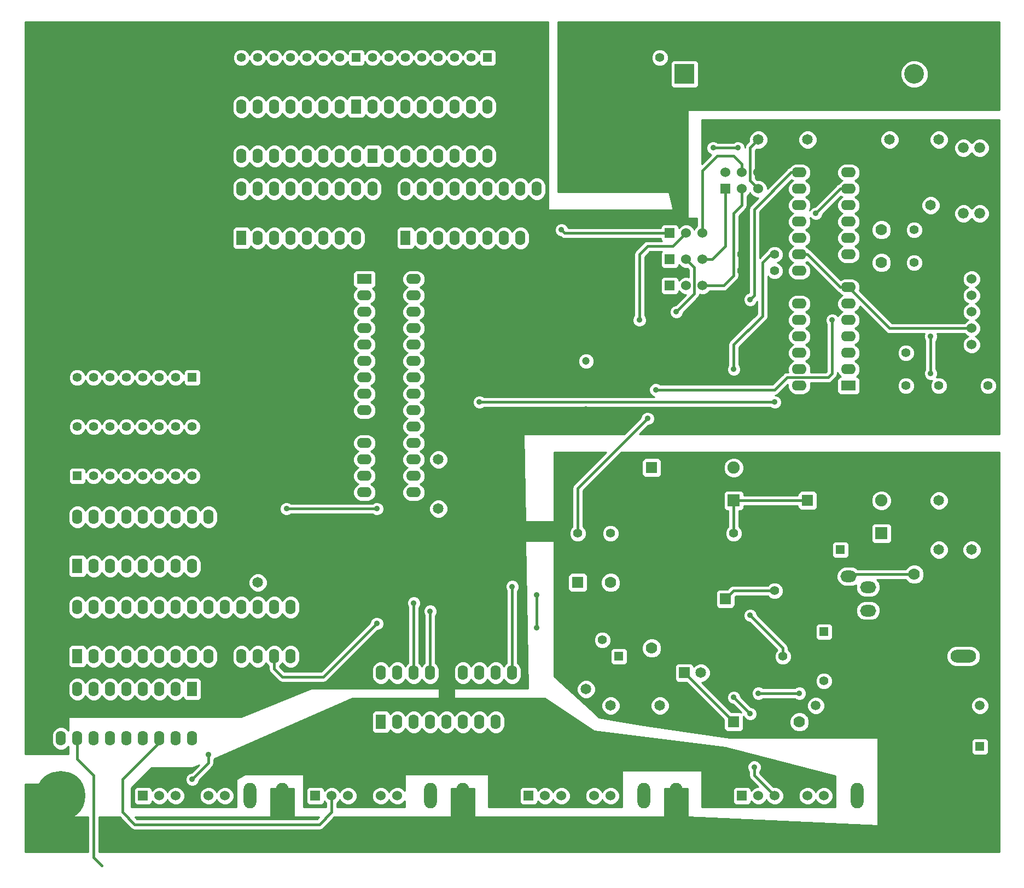
<source format=gbl>
G04 (created by PCBNEW-RS274X (2011-05-25)-stable) date Sat 09 Jun 2012 10:58:35 AM MDT*
G01*
G70*
G90*
%MOIN*%
G04 Gerber Fmt 3.4, Leading zero omitted, Abs format*
%FSLAX34Y34*%
G04 APERTURE LIST*
%ADD10C,0.006000*%
%ADD11R,0.055000X0.055000*%
%ADD12C,0.055000*%
%ADD13C,0.059100*%
%ADD14R,0.060000X0.060000*%
%ADD15C,0.060000*%
%ADD16C,0.066000*%
%ADD17R,0.075000X0.075000*%
%ADD18C,0.075000*%
%ADD19O,0.090000X0.062000*%
%ADD20R,0.090000X0.062000*%
%ADD21O,0.062000X0.090000*%
%ADD22R,0.062000X0.090000*%
%ADD23C,0.070000*%
%ADD24R,0.070000X0.070000*%
%ADD25O,0.156000X0.078000*%
%ADD26R,0.065000X0.065000*%
%ADD27C,0.065000*%
%ADD28C,0.047200*%
%ADD29R,0.120000X0.120000*%
%ADD30C,0.120000*%
%ADD31O,0.078000X0.156000*%
%ADD32O,0.098400X0.070900*%
%ADD33C,0.300000*%
%ADD34C,0.035000*%
%ADD35C,0.015800*%
%ADD36C,0.010000*%
G04 APERTURE END LIST*
G54D10*
G54D11*
X58500Y-22500D03*
G54D12*
X57500Y-22500D03*
X56500Y-22500D03*
X55500Y-22500D03*
X54500Y-22500D03*
X53500Y-22500D03*
X52500Y-22500D03*
X51500Y-22500D03*
G54D11*
X50500Y-22500D03*
G54D12*
X49500Y-22500D03*
X48500Y-22500D03*
X47500Y-22500D03*
X46500Y-22500D03*
X45500Y-22500D03*
X44500Y-22500D03*
X43500Y-22500D03*
G54D13*
X88500Y-62000D03*
X78500Y-62000D03*
G54D14*
X69600Y-34800D03*
G54D15*
X70600Y-34800D03*
X71600Y-34800D03*
G54D14*
X69600Y-36400D03*
G54D15*
X70600Y-36400D03*
X71600Y-36400D03*
G54D14*
X69600Y-33200D03*
G54D15*
X70600Y-33200D03*
X71600Y-33200D03*
G54D14*
X37500Y-67500D03*
G54D15*
X38500Y-67500D03*
X39500Y-67500D03*
X40500Y-67500D03*
X41500Y-67500D03*
X42500Y-67500D03*
G54D14*
X48000Y-67500D03*
G54D15*
X49000Y-67500D03*
X50000Y-67500D03*
X51000Y-67500D03*
X52000Y-67500D03*
X53000Y-67500D03*
G54D16*
X87500Y-28000D03*
X88500Y-28000D03*
X88500Y-32000D03*
X87500Y-32000D03*
G54D17*
X73500Y-49500D03*
G54D18*
X73500Y-47500D03*
G54D17*
X82500Y-51500D03*
G54D18*
X82500Y-49500D03*
G54D19*
X51000Y-37000D03*
X51000Y-38000D03*
X51000Y-39000D03*
X51000Y-40000D03*
X51000Y-41000D03*
X51000Y-42000D03*
X51000Y-43000D03*
X51000Y-44000D03*
X51000Y-45000D03*
X51000Y-46000D03*
X51000Y-47000D03*
X51000Y-48000D03*
X51000Y-49000D03*
G54D20*
X51000Y-36000D03*
G54D19*
X54000Y-49000D03*
X54000Y-48000D03*
X54000Y-47000D03*
X54000Y-46000D03*
X54000Y-45000D03*
X54000Y-44000D03*
X54000Y-43000D03*
X54000Y-42000D03*
X54000Y-41000D03*
X54000Y-40000D03*
X54000Y-39000D03*
X54000Y-38000D03*
X54000Y-37000D03*
X54000Y-36000D03*
G54D21*
X34500Y-59000D03*
X35500Y-59000D03*
X36500Y-59000D03*
X37500Y-59000D03*
X38500Y-59000D03*
X39500Y-59000D03*
X40500Y-59000D03*
X41500Y-59000D03*
X42500Y-59000D03*
X43500Y-59000D03*
X44500Y-59000D03*
X45500Y-59000D03*
X46500Y-59000D03*
G54D22*
X33500Y-59000D03*
G54D21*
X46500Y-56000D03*
X45500Y-56000D03*
X44500Y-56000D03*
X43500Y-56000D03*
X42500Y-56000D03*
X41500Y-56000D03*
X40500Y-56000D03*
X39500Y-56000D03*
X38500Y-56000D03*
X37500Y-56000D03*
X36500Y-56000D03*
X35500Y-56000D03*
X34500Y-56000D03*
X33500Y-56000D03*
G54D22*
X52000Y-63000D03*
G54D21*
X53000Y-63000D03*
X54000Y-63000D03*
X55000Y-63000D03*
X56000Y-63000D03*
X57000Y-63000D03*
X58000Y-63000D03*
X59000Y-63000D03*
X60000Y-63000D03*
X60000Y-60000D03*
X59000Y-60000D03*
X58000Y-60000D03*
X57000Y-60000D03*
X56000Y-60000D03*
X55000Y-60000D03*
X54000Y-60000D03*
X53000Y-60000D03*
X52000Y-60000D03*
G54D23*
X84500Y-54000D03*
G54D24*
X88500Y-54000D03*
G54D11*
X88500Y-64500D03*
G54D12*
X85500Y-64500D03*
X76000Y-34500D03*
X74000Y-34500D03*
X76500Y-59000D03*
X74500Y-59000D03*
X67000Y-22500D03*
X69000Y-22500D03*
X85500Y-35000D03*
X84500Y-35000D03*
X71500Y-51500D03*
X73500Y-51500D03*
X85500Y-33000D03*
X84500Y-33000D03*
G54D14*
X61000Y-67500D03*
G54D15*
X62000Y-67500D03*
X63000Y-67500D03*
X64000Y-67500D03*
X65000Y-67500D03*
X66000Y-67500D03*
G54D24*
X68500Y-47500D03*
G54D23*
X68500Y-49500D03*
G54D12*
X84000Y-42500D03*
X84000Y-40500D03*
G54D23*
X68500Y-58500D03*
G54D24*
X68500Y-53500D03*
G54D23*
X77500Y-63000D03*
G54D24*
X73500Y-63000D03*
G54D11*
X79000Y-57500D03*
G54D12*
X79000Y-60500D03*
G54D11*
X80000Y-52500D03*
G54D12*
X77000Y-52500D03*
G54D14*
X74000Y-67500D03*
G54D15*
X75000Y-67500D03*
X76000Y-67500D03*
X77000Y-67500D03*
X78000Y-67500D03*
X79000Y-67500D03*
G54D11*
X40500Y-42000D03*
G54D12*
X39500Y-42000D03*
X38500Y-42000D03*
X37500Y-42000D03*
X36500Y-42000D03*
X35500Y-42000D03*
X34500Y-42000D03*
X33500Y-42000D03*
G54D19*
X80500Y-41500D03*
X80500Y-40500D03*
X80500Y-39500D03*
X80500Y-38500D03*
X80500Y-37500D03*
X80500Y-36500D03*
X80500Y-35500D03*
X80500Y-34500D03*
X80500Y-33500D03*
X80500Y-32500D03*
X80500Y-31500D03*
X80500Y-30500D03*
X80500Y-29500D03*
G54D20*
X80500Y-42500D03*
G54D19*
X77500Y-29500D03*
X77500Y-30500D03*
X77500Y-31500D03*
X77500Y-32500D03*
X77500Y-33500D03*
X77500Y-34500D03*
X77500Y-35500D03*
X77500Y-36500D03*
X77500Y-37500D03*
X77500Y-38500D03*
X77500Y-39500D03*
X77500Y-40500D03*
X77500Y-41500D03*
X77500Y-42500D03*
G54D14*
X73000Y-30500D03*
G54D15*
X73000Y-29500D03*
X74000Y-30500D03*
X74000Y-29500D03*
X75000Y-30500D03*
X75000Y-29500D03*
G54D12*
X89000Y-42500D03*
X89000Y-44500D03*
X86000Y-42500D03*
X86000Y-44500D03*
G54D25*
X87500Y-58990D03*
X87500Y-57020D03*
G54D26*
X70500Y-60000D03*
G54D27*
X71500Y-60000D03*
G54D24*
X64000Y-54500D03*
G54D23*
X66000Y-54500D03*
G54D12*
X66000Y-51500D03*
X64000Y-51500D03*
G54D24*
X78000Y-49500D03*
G54D23*
X78000Y-47500D03*
G54D26*
X73000Y-55500D03*
G54D27*
X73000Y-56500D03*
G54D12*
X76000Y-57000D03*
X76000Y-55000D03*
X74000Y-35500D03*
X76000Y-35500D03*
G54D27*
X69000Y-62000D03*
X66000Y-62000D03*
X64500Y-61000D03*
X67500Y-61000D03*
X88000Y-49500D03*
X88000Y-52500D03*
X86000Y-52500D03*
X86000Y-49500D03*
X44500Y-54500D03*
X47500Y-54500D03*
X78000Y-27500D03*
X75000Y-27500D03*
G54D28*
X64500Y-44000D03*
X64500Y-41000D03*
G54D11*
X66500Y-59000D03*
G54D12*
X65500Y-59000D03*
X65500Y-58000D03*
G54D23*
X82500Y-33000D03*
X82500Y-35000D03*
G54D22*
X53500Y-33500D03*
G54D21*
X54500Y-33500D03*
X55500Y-33500D03*
X56500Y-33500D03*
X57500Y-33500D03*
X58500Y-33500D03*
X59500Y-33500D03*
X60500Y-33500D03*
X61500Y-33500D03*
X61500Y-30500D03*
X60500Y-30500D03*
X59500Y-30500D03*
X58500Y-30500D03*
X57500Y-30500D03*
X56500Y-30500D03*
X55500Y-30500D03*
X54500Y-30500D03*
X53500Y-30500D03*
G54D22*
X43500Y-33500D03*
G54D21*
X44500Y-33500D03*
X45500Y-33500D03*
X46500Y-33500D03*
X47500Y-33500D03*
X48500Y-33500D03*
X49500Y-33500D03*
X50500Y-33500D03*
X51500Y-33500D03*
X51500Y-30500D03*
X50500Y-30500D03*
X49500Y-30500D03*
X48500Y-30500D03*
X47500Y-30500D03*
X46500Y-30500D03*
X45500Y-30500D03*
X44500Y-30500D03*
X43500Y-30500D03*
G54D22*
X33500Y-53500D03*
G54D21*
X34500Y-53500D03*
X35500Y-53500D03*
X36500Y-53500D03*
X37500Y-53500D03*
X38500Y-53500D03*
X39500Y-53500D03*
X40500Y-53500D03*
X41500Y-53500D03*
X41500Y-50500D03*
X40500Y-50500D03*
X39500Y-50500D03*
X38500Y-50500D03*
X37500Y-50500D03*
X36500Y-50500D03*
X35500Y-50500D03*
X34500Y-50500D03*
X33500Y-50500D03*
G54D22*
X40500Y-61000D03*
G54D21*
X39500Y-61000D03*
X38500Y-61000D03*
X37500Y-61000D03*
X36500Y-61000D03*
X35500Y-61000D03*
X34500Y-61000D03*
X33500Y-61000D03*
X32500Y-61000D03*
X32500Y-64000D03*
X33500Y-64000D03*
X34500Y-64000D03*
X35500Y-64000D03*
X36500Y-64000D03*
X37500Y-64000D03*
X38500Y-64000D03*
X39500Y-64000D03*
X40500Y-64000D03*
G54D27*
X85500Y-31500D03*
X85500Y-28500D03*
X86000Y-27500D03*
X83000Y-27500D03*
G54D11*
X33500Y-48000D03*
G54D12*
X34500Y-48000D03*
X35500Y-48000D03*
X36500Y-48000D03*
X37500Y-48000D03*
X38500Y-48000D03*
X39500Y-48000D03*
X40500Y-48000D03*
X40500Y-45000D03*
X39500Y-45000D03*
X38500Y-45000D03*
X37500Y-45000D03*
X36500Y-45000D03*
X35500Y-45000D03*
X34500Y-45000D03*
X33500Y-45000D03*
G54D29*
X70500Y-23500D03*
G54D30*
X84500Y-23500D03*
G54D27*
X55500Y-47000D03*
X55500Y-50000D03*
G54D31*
X44010Y-67500D03*
X45980Y-67500D03*
X81010Y-67500D03*
X82980Y-67500D03*
X55010Y-67500D03*
X56980Y-67500D03*
X68010Y-67500D03*
X69980Y-67500D03*
G54D22*
X50500Y-25500D03*
G54D21*
X49500Y-25500D03*
X48500Y-25500D03*
X47500Y-25500D03*
X46500Y-25500D03*
X45500Y-25500D03*
X44500Y-25500D03*
X43500Y-25500D03*
X43500Y-28500D03*
X44500Y-28500D03*
X45500Y-28500D03*
X46500Y-28500D03*
X47500Y-28500D03*
X48500Y-28500D03*
X49500Y-28500D03*
X50500Y-28500D03*
G54D22*
X51500Y-28500D03*
G54D21*
X52500Y-28500D03*
X53500Y-28500D03*
X54500Y-28500D03*
X55500Y-28500D03*
X56500Y-28500D03*
X57500Y-28500D03*
X58500Y-28500D03*
X58500Y-25500D03*
X57500Y-25500D03*
X56500Y-25500D03*
X55500Y-25500D03*
X54500Y-25500D03*
X53500Y-25500D03*
X52500Y-25500D03*
X51500Y-25500D03*
G54D14*
X88000Y-41000D03*
G54D15*
X88000Y-40000D03*
X88000Y-39000D03*
X88000Y-38000D03*
X88000Y-37000D03*
X88000Y-36000D03*
G54D32*
X80504Y-55500D03*
X80504Y-54122D03*
X80504Y-56878D03*
X81685Y-56209D03*
X81685Y-54791D03*
G54D33*
X32500Y-22500D03*
X87500Y-22500D03*
X32500Y-67500D03*
X87500Y-67500D03*
G54D34*
X79500Y-38500D03*
X68750Y-42750D03*
X60000Y-54750D03*
X70000Y-38000D03*
X68250Y-44500D03*
X55000Y-56250D03*
X78500Y-32000D03*
X76000Y-43500D03*
X58000Y-43500D03*
X51750Y-57000D03*
X67750Y-38500D03*
X61500Y-55250D03*
X61500Y-57250D03*
X70000Y-31250D03*
X68250Y-23500D03*
X74500Y-60500D03*
X85500Y-39500D03*
X85500Y-41750D03*
X63000Y-33000D03*
X72250Y-28000D03*
X73750Y-28000D03*
X74500Y-37250D03*
X77500Y-61250D03*
X75000Y-61250D03*
X54000Y-55750D03*
X73500Y-61500D03*
X74500Y-62500D03*
X74750Y-65750D03*
X46250Y-50000D03*
X51750Y-50000D03*
X40500Y-66500D03*
X41500Y-65000D03*
X74500Y-56500D03*
X73500Y-41500D03*
G54D35*
X60000Y-60000D02*
X60000Y-54750D01*
X79500Y-41750D02*
X79500Y-38500D01*
X79250Y-42000D02*
X79500Y-41750D01*
X76750Y-42000D02*
X79250Y-42000D01*
X76000Y-42750D02*
X76750Y-42000D01*
X68750Y-42750D02*
X76000Y-42750D01*
X71100Y-35300D02*
X70600Y-34800D01*
X71100Y-36900D02*
X71100Y-35300D01*
X70000Y-38000D02*
X71100Y-36900D01*
X64000Y-48750D02*
X64000Y-51500D01*
X68250Y-44500D02*
X64000Y-48750D01*
X55000Y-56250D02*
X55000Y-60000D01*
X80000Y-30500D02*
X80500Y-30500D01*
X78500Y-32000D02*
X80000Y-30500D01*
X58000Y-43500D02*
X76000Y-43500D01*
X48500Y-60250D02*
X51750Y-57000D01*
X46000Y-60250D02*
X48500Y-60250D01*
X70600Y-33200D02*
X69800Y-34000D01*
X67750Y-34500D02*
X67750Y-38500D01*
X68250Y-34000D02*
X67750Y-34500D01*
X69000Y-34000D02*
X68250Y-34000D01*
X69800Y-34000D02*
X69000Y-34000D01*
X45500Y-59000D02*
X45500Y-59750D01*
X45500Y-59750D02*
X46000Y-60250D01*
X61500Y-57250D02*
X61500Y-55250D01*
X75000Y-27500D02*
X74500Y-28000D01*
X74500Y-30000D02*
X75000Y-30500D01*
X74500Y-28000D02*
X74500Y-30000D01*
X85500Y-41750D02*
X85500Y-39500D01*
X71600Y-34800D02*
X72200Y-34800D01*
X73000Y-34000D02*
X73000Y-30500D01*
X72200Y-34800D02*
X73000Y-34000D01*
X71600Y-36400D02*
X72900Y-36400D01*
X74000Y-31500D02*
X74000Y-30500D01*
X73500Y-32000D02*
X74000Y-31500D01*
X73500Y-35800D02*
X73500Y-32000D01*
X72900Y-36400D02*
X73500Y-35800D01*
X63200Y-33200D02*
X69600Y-33200D01*
X63000Y-33000D02*
X63200Y-33200D01*
X71600Y-33200D02*
X71600Y-29400D01*
X74000Y-29000D02*
X74000Y-29500D01*
X73500Y-28500D02*
X74000Y-29000D01*
X72500Y-28500D02*
X73500Y-28500D01*
X71600Y-29400D02*
X72500Y-28500D01*
X73750Y-28000D02*
X72250Y-28000D01*
X77000Y-29500D02*
X77500Y-29500D01*
X74750Y-31750D02*
X77000Y-29500D01*
X74750Y-37000D02*
X74750Y-31750D01*
X74500Y-37250D02*
X74750Y-37000D01*
X70500Y-60000D02*
X73500Y-63000D01*
X75000Y-61250D02*
X77500Y-61250D01*
X78000Y-49500D02*
X73500Y-49500D01*
X73500Y-49500D02*
X73500Y-51500D01*
X80504Y-54122D02*
X80628Y-54122D01*
X80750Y-54000D02*
X84500Y-54000D01*
X80628Y-54122D02*
X80750Y-54000D01*
X76000Y-55000D02*
X73500Y-55000D01*
X73500Y-55000D02*
X73000Y-55500D01*
X54000Y-55750D02*
X54000Y-60000D01*
X76000Y-67500D02*
X74750Y-66250D01*
X74500Y-62500D02*
X73500Y-61500D01*
X74750Y-66250D02*
X74750Y-65750D01*
X51750Y-50000D02*
X46250Y-50000D01*
X41500Y-65500D02*
X40500Y-66500D01*
X41500Y-65000D02*
X41500Y-65500D01*
X76500Y-59000D02*
X76500Y-58500D01*
X76500Y-58500D02*
X74500Y-56500D01*
X75750Y-34500D02*
X75250Y-35000D01*
X75250Y-35000D02*
X75250Y-38250D01*
X75250Y-38250D02*
X73500Y-40000D01*
X73500Y-40000D02*
X73500Y-41500D01*
X76000Y-34500D02*
X75750Y-34500D01*
X88000Y-39000D02*
X83000Y-39000D01*
X83000Y-39000D02*
X80500Y-36500D01*
X77500Y-34500D02*
X78000Y-34500D01*
X80000Y-36500D02*
X80500Y-36500D01*
X78000Y-34500D02*
X80000Y-36500D01*
X38500Y-64000D02*
X38500Y-64250D01*
X49000Y-68500D02*
X49000Y-67500D01*
X48250Y-69250D02*
X49000Y-68500D01*
X37000Y-69250D02*
X48250Y-69250D01*
X36250Y-68500D02*
X37000Y-69250D01*
X36250Y-66500D02*
X36250Y-68500D01*
X38500Y-64250D02*
X36250Y-66500D01*
X33500Y-64000D02*
X33500Y-65250D01*
X34500Y-71250D02*
X35000Y-71750D01*
X34500Y-66250D02*
X34500Y-71250D01*
X33500Y-65250D02*
X34500Y-66250D01*
G54D10*
G36*
X34171Y-70925D02*
X30325Y-70925D01*
X30325Y-70000D01*
X30325Y-69500D01*
X30325Y-66800D01*
X32950Y-66800D01*
X32950Y-68800D01*
X34171Y-68800D01*
X34171Y-70925D01*
X34171Y-70925D01*
G37*
G54D36*
X34171Y-70925D02*
X30325Y-70925D01*
X30325Y-70000D01*
X30325Y-69500D01*
X30325Y-66800D01*
X32950Y-66800D01*
X32950Y-68800D01*
X34171Y-68800D01*
X34171Y-70925D01*
G54D10*
G36*
X48234Y-68800D02*
X48113Y-68921D01*
X37136Y-68921D01*
X37015Y-68800D01*
X45300Y-68800D01*
X45300Y-67050D01*
X46700Y-67050D01*
X46700Y-68800D01*
X48234Y-68800D01*
X48234Y-68800D01*
G37*
G54D36*
X48234Y-68800D02*
X48113Y-68921D01*
X37136Y-68921D01*
X37015Y-68800D01*
X45300Y-68800D01*
X45300Y-67050D01*
X46700Y-67050D01*
X46700Y-68800D01*
X48234Y-68800D01*
G54D10*
G36*
X89675Y-70925D02*
X89044Y-70925D01*
X89044Y-62108D01*
X89044Y-61892D01*
X88961Y-61692D01*
X88808Y-61539D01*
X88608Y-61456D01*
X88575Y-61456D01*
X88575Y-52615D01*
X88575Y-52386D01*
X88488Y-52175D01*
X88326Y-52013D01*
X88115Y-51925D01*
X87886Y-51925D01*
X87675Y-52012D01*
X87513Y-52174D01*
X87425Y-52385D01*
X87425Y-52614D01*
X87512Y-52825D01*
X87674Y-52987D01*
X87885Y-53075D01*
X88114Y-53075D01*
X88325Y-52988D01*
X88487Y-52826D01*
X88575Y-52615D01*
X88575Y-61456D01*
X88538Y-61456D01*
X88538Y-59116D01*
X88538Y-58866D01*
X88443Y-58635D01*
X88266Y-58458D01*
X88036Y-58362D01*
X87786Y-58362D01*
X86966Y-58362D01*
X86735Y-58457D01*
X86575Y-58617D01*
X86575Y-52615D01*
X86575Y-52386D01*
X86575Y-49615D01*
X86575Y-49386D01*
X86488Y-49175D01*
X86326Y-49013D01*
X86115Y-48925D01*
X85886Y-48925D01*
X85675Y-49012D01*
X85513Y-49174D01*
X85425Y-49385D01*
X85425Y-49614D01*
X85512Y-49825D01*
X85674Y-49987D01*
X85885Y-50075D01*
X86114Y-50075D01*
X86325Y-49988D01*
X86487Y-49826D01*
X86575Y-49615D01*
X86575Y-52386D01*
X86488Y-52175D01*
X86326Y-52013D01*
X86115Y-51925D01*
X85886Y-51925D01*
X85675Y-52012D01*
X85513Y-52174D01*
X85425Y-52385D01*
X85425Y-52614D01*
X85512Y-52825D01*
X85674Y-52987D01*
X85885Y-53075D01*
X86114Y-53075D01*
X86325Y-52988D01*
X86487Y-52826D01*
X86575Y-52615D01*
X86575Y-58617D01*
X86558Y-58634D01*
X86462Y-58864D01*
X86462Y-59114D01*
X86557Y-59345D01*
X86734Y-59522D01*
X86964Y-59618D01*
X87214Y-59618D01*
X88034Y-59618D01*
X88265Y-59523D01*
X88442Y-59346D01*
X88538Y-59116D01*
X88538Y-61456D01*
X88392Y-61456D01*
X88192Y-61539D01*
X88039Y-61692D01*
X87956Y-61892D01*
X87956Y-62108D01*
X88039Y-62308D01*
X88192Y-62461D01*
X88392Y-62544D01*
X88608Y-62544D01*
X88808Y-62461D01*
X88961Y-62308D01*
X89044Y-62108D01*
X89044Y-70925D01*
X89024Y-70925D01*
X89024Y-64825D01*
X89024Y-64726D01*
X89024Y-64176D01*
X88986Y-64084D01*
X88916Y-64014D01*
X88825Y-63976D01*
X88726Y-63976D01*
X88176Y-63976D01*
X88084Y-64014D01*
X88014Y-64084D01*
X87976Y-64175D01*
X87976Y-64274D01*
X87976Y-64824D01*
X88014Y-64916D01*
X88084Y-64986D01*
X88175Y-65024D01*
X88274Y-65024D01*
X88824Y-65024D01*
X88916Y-64986D01*
X88986Y-64916D01*
X89024Y-64825D01*
X89024Y-70925D01*
X85099Y-70925D01*
X85099Y-54119D01*
X85099Y-53881D01*
X85008Y-53661D01*
X84839Y-53492D01*
X84619Y-53401D01*
X84381Y-53401D01*
X84161Y-53492D01*
X83992Y-53661D01*
X83987Y-53671D01*
X83125Y-53671D01*
X83125Y-49625D01*
X83125Y-49376D01*
X83030Y-49146D01*
X82854Y-48970D01*
X82625Y-48875D01*
X82376Y-48875D01*
X82146Y-48970D01*
X81970Y-49146D01*
X81875Y-49375D01*
X81875Y-49624D01*
X81970Y-49854D01*
X82146Y-50030D01*
X82375Y-50125D01*
X82624Y-50125D01*
X82854Y-50030D01*
X83030Y-49854D01*
X83125Y-49625D01*
X83125Y-53671D01*
X83124Y-53671D01*
X83124Y-51925D01*
X83124Y-51826D01*
X83124Y-51076D01*
X83086Y-50984D01*
X83016Y-50914D01*
X82925Y-50876D01*
X82826Y-50876D01*
X82076Y-50876D01*
X81984Y-50914D01*
X81914Y-50984D01*
X81876Y-51075D01*
X81876Y-51174D01*
X81876Y-51924D01*
X81914Y-52016D01*
X81984Y-52086D01*
X82075Y-52124D01*
X82174Y-52124D01*
X82924Y-52124D01*
X83016Y-52086D01*
X83086Y-52016D01*
X83124Y-51925D01*
X83124Y-53671D01*
X81042Y-53671D01*
X80992Y-53621D01*
X80774Y-53530D01*
X80539Y-53530D01*
X80524Y-53530D01*
X80524Y-52825D01*
X80524Y-52726D01*
X80524Y-52176D01*
X80486Y-52084D01*
X80416Y-52014D01*
X80325Y-51976D01*
X80226Y-51976D01*
X79676Y-51976D01*
X79584Y-52014D01*
X79514Y-52084D01*
X79476Y-52175D01*
X79476Y-52274D01*
X79476Y-52824D01*
X79514Y-52916D01*
X79584Y-52986D01*
X79675Y-53024D01*
X79774Y-53024D01*
X80324Y-53024D01*
X80416Y-52986D01*
X80486Y-52916D01*
X80524Y-52825D01*
X80524Y-53530D01*
X80235Y-53530D01*
X80017Y-53620D01*
X79851Y-53786D01*
X79760Y-54004D01*
X79760Y-54239D01*
X79850Y-54457D01*
X80016Y-54623D01*
X80234Y-54714D01*
X80469Y-54714D01*
X80773Y-54714D01*
X80955Y-54638D01*
X80941Y-54673D01*
X80941Y-54908D01*
X81031Y-55126D01*
X81197Y-55292D01*
X81415Y-55383D01*
X81650Y-55383D01*
X81954Y-55383D01*
X82172Y-55293D01*
X82338Y-55127D01*
X82429Y-54909D01*
X82429Y-54674D01*
X82339Y-54456D01*
X82212Y-54329D01*
X83987Y-54329D01*
X83992Y-54339D01*
X84161Y-54508D01*
X84381Y-54599D01*
X84619Y-54599D01*
X84839Y-54508D01*
X85008Y-54339D01*
X85099Y-54119D01*
X85099Y-70925D01*
X82429Y-70925D01*
X82429Y-56327D01*
X82429Y-56092D01*
X82339Y-55874D01*
X82173Y-55708D01*
X81955Y-55617D01*
X81720Y-55617D01*
X81416Y-55617D01*
X81198Y-55707D01*
X81032Y-55873D01*
X80941Y-56091D01*
X80941Y-56326D01*
X81031Y-56544D01*
X81197Y-56710D01*
X81415Y-56801D01*
X81650Y-56801D01*
X81954Y-56801D01*
X82172Y-56711D01*
X82338Y-56545D01*
X82429Y-56327D01*
X82429Y-70925D01*
X34829Y-70925D01*
X34829Y-68800D01*
X36084Y-68800D01*
X36765Y-69480D01*
X36767Y-69483D01*
X36874Y-69554D01*
X37000Y-69579D01*
X48245Y-69579D01*
X48250Y-69580D01*
X48250Y-69579D01*
X48376Y-69554D01*
X48483Y-69483D01*
X49165Y-68800D01*
X56300Y-68800D01*
X56300Y-67050D01*
X57700Y-67050D01*
X57700Y-68800D01*
X69300Y-68800D01*
X69300Y-67050D01*
X70700Y-67050D01*
X70700Y-68798D01*
X82300Y-69302D01*
X82300Y-63950D01*
X79525Y-63950D01*
X79525Y-60605D01*
X79525Y-60396D01*
X79524Y-60393D01*
X79524Y-57825D01*
X79524Y-57726D01*
X79524Y-57176D01*
X79486Y-57084D01*
X79416Y-57014D01*
X79325Y-56976D01*
X79226Y-56976D01*
X78676Y-56976D01*
X78599Y-57007D01*
X78599Y-49900D01*
X78599Y-49801D01*
X78599Y-49101D01*
X78561Y-49009D01*
X78491Y-48939D01*
X78400Y-48901D01*
X78301Y-48901D01*
X77601Y-48901D01*
X77509Y-48939D01*
X77439Y-49009D01*
X77401Y-49100D01*
X77401Y-49171D01*
X74125Y-49171D01*
X74125Y-47625D01*
X74125Y-47376D01*
X74030Y-47146D01*
X73854Y-46970D01*
X73625Y-46875D01*
X73376Y-46875D01*
X73146Y-46970D01*
X72970Y-47146D01*
X72875Y-47375D01*
X72875Y-47624D01*
X72970Y-47854D01*
X73146Y-48030D01*
X73375Y-48125D01*
X73624Y-48125D01*
X73854Y-48030D01*
X74030Y-47854D01*
X74125Y-47625D01*
X74125Y-49171D01*
X74124Y-49171D01*
X74124Y-49076D01*
X74086Y-48984D01*
X74016Y-48914D01*
X73925Y-48876D01*
X73826Y-48876D01*
X73076Y-48876D01*
X72984Y-48914D01*
X72914Y-48984D01*
X72876Y-49075D01*
X72876Y-49174D01*
X72876Y-49924D01*
X72914Y-50016D01*
X72984Y-50086D01*
X73075Y-50124D01*
X73171Y-50124D01*
X73171Y-51086D01*
X73055Y-51202D01*
X72975Y-51395D01*
X72975Y-51604D01*
X73055Y-51797D01*
X73202Y-51945D01*
X73395Y-52025D01*
X73604Y-52025D01*
X73797Y-51945D01*
X73945Y-51798D01*
X74025Y-51605D01*
X74025Y-51396D01*
X73945Y-51203D01*
X73829Y-51086D01*
X73829Y-50124D01*
X73924Y-50124D01*
X74016Y-50086D01*
X74086Y-50016D01*
X74124Y-49925D01*
X74124Y-49829D01*
X77401Y-49829D01*
X77401Y-49899D01*
X77439Y-49991D01*
X77509Y-50061D01*
X77600Y-50099D01*
X77699Y-50099D01*
X78399Y-50099D01*
X78491Y-50061D01*
X78561Y-49991D01*
X78599Y-49900D01*
X78599Y-57007D01*
X78584Y-57014D01*
X78514Y-57084D01*
X78476Y-57175D01*
X78476Y-57274D01*
X78476Y-57824D01*
X78514Y-57916D01*
X78584Y-57986D01*
X78675Y-58024D01*
X78774Y-58024D01*
X79324Y-58024D01*
X79416Y-57986D01*
X79486Y-57916D01*
X79524Y-57825D01*
X79524Y-60393D01*
X79445Y-60203D01*
X79298Y-60055D01*
X79105Y-59975D01*
X78896Y-59975D01*
X78703Y-60055D01*
X78555Y-60202D01*
X78475Y-60395D01*
X78475Y-60604D01*
X78555Y-60797D01*
X78702Y-60945D01*
X78895Y-61025D01*
X79104Y-61025D01*
X79297Y-60945D01*
X79445Y-60798D01*
X79525Y-60605D01*
X79525Y-63950D01*
X79044Y-63950D01*
X79044Y-62108D01*
X79044Y-61892D01*
X78961Y-61692D01*
X78808Y-61539D01*
X78608Y-61456D01*
X78392Y-61456D01*
X78192Y-61539D01*
X78039Y-61692D01*
X77956Y-61892D01*
X77956Y-62108D01*
X78039Y-62308D01*
X78192Y-62461D01*
X78392Y-62544D01*
X78608Y-62544D01*
X78808Y-62461D01*
X78961Y-62308D01*
X79044Y-62108D01*
X79044Y-63950D01*
X78099Y-63950D01*
X78099Y-63119D01*
X78099Y-62881D01*
X78008Y-62661D01*
X77925Y-62578D01*
X77925Y-61335D01*
X77925Y-61166D01*
X77861Y-61010D01*
X77741Y-60890D01*
X77585Y-60825D01*
X77416Y-60825D01*
X77260Y-60889D01*
X77228Y-60921D01*
X77025Y-60921D01*
X77025Y-59105D01*
X77025Y-58896D01*
X76945Y-58703D01*
X76829Y-58586D01*
X76829Y-58500D01*
X76804Y-58374D01*
X76733Y-58267D01*
X76730Y-58265D01*
X76525Y-58059D01*
X76525Y-55105D01*
X76525Y-54896D01*
X76445Y-54703D01*
X76298Y-54555D01*
X76105Y-54475D01*
X75896Y-54475D01*
X75703Y-54555D01*
X75586Y-54671D01*
X73500Y-54671D01*
X73374Y-54696D01*
X73267Y-54767D01*
X73108Y-54926D01*
X72626Y-54926D01*
X72534Y-54964D01*
X72464Y-55034D01*
X72426Y-55125D01*
X72426Y-55224D01*
X72426Y-55874D01*
X72464Y-55966D01*
X72534Y-56036D01*
X72625Y-56074D01*
X72724Y-56074D01*
X73374Y-56074D01*
X73466Y-56036D01*
X73536Y-55966D01*
X73574Y-55875D01*
X73574Y-55776D01*
X73574Y-55392D01*
X73637Y-55329D01*
X75586Y-55329D01*
X75702Y-55445D01*
X75895Y-55525D01*
X76104Y-55525D01*
X76297Y-55445D01*
X76445Y-55298D01*
X76525Y-55105D01*
X76525Y-58059D01*
X74925Y-56459D01*
X74925Y-56416D01*
X74861Y-56260D01*
X74741Y-56140D01*
X74585Y-56075D01*
X74416Y-56075D01*
X74260Y-56139D01*
X74140Y-56259D01*
X74075Y-56415D01*
X74075Y-56584D01*
X74139Y-56740D01*
X74259Y-56860D01*
X74415Y-56925D01*
X74459Y-56925D01*
X76146Y-58611D01*
X76055Y-58702D01*
X75975Y-58895D01*
X75975Y-59104D01*
X76055Y-59297D01*
X76202Y-59445D01*
X76395Y-59525D01*
X76604Y-59525D01*
X76797Y-59445D01*
X76945Y-59298D01*
X77025Y-59105D01*
X77025Y-60921D01*
X75272Y-60921D01*
X75241Y-60890D01*
X75085Y-60825D01*
X74916Y-60825D01*
X74760Y-60889D01*
X74640Y-61009D01*
X74575Y-61165D01*
X74575Y-61334D01*
X74639Y-61490D01*
X74759Y-61610D01*
X74915Y-61675D01*
X75084Y-61675D01*
X75240Y-61611D01*
X75272Y-61579D01*
X77228Y-61579D01*
X77259Y-61610D01*
X77415Y-61675D01*
X77584Y-61675D01*
X77740Y-61611D01*
X77860Y-61491D01*
X77925Y-61335D01*
X77925Y-62578D01*
X77839Y-62492D01*
X77619Y-62401D01*
X77381Y-62401D01*
X77161Y-62492D01*
X76992Y-62661D01*
X76901Y-62881D01*
X76901Y-63119D01*
X76992Y-63339D01*
X77161Y-63508D01*
X77381Y-63599D01*
X77619Y-63599D01*
X77839Y-63508D01*
X78008Y-63339D01*
X78099Y-63119D01*
X78099Y-63950D01*
X74925Y-63950D01*
X74925Y-62585D01*
X74925Y-62416D01*
X74861Y-62260D01*
X74741Y-62140D01*
X74585Y-62075D01*
X74540Y-62075D01*
X73925Y-61459D01*
X73925Y-61416D01*
X73861Y-61260D01*
X73741Y-61140D01*
X73585Y-61075D01*
X73416Y-61075D01*
X73260Y-61139D01*
X73140Y-61259D01*
X73075Y-61415D01*
X73075Y-61584D01*
X73139Y-61740D01*
X73259Y-61860D01*
X73415Y-61925D01*
X73459Y-61925D01*
X73961Y-62426D01*
X73900Y-62401D01*
X73801Y-62401D01*
X73366Y-62401D01*
X71540Y-60575D01*
X71614Y-60575D01*
X71825Y-60488D01*
X71987Y-60326D01*
X72075Y-60115D01*
X72075Y-59886D01*
X71988Y-59675D01*
X71826Y-59513D01*
X71615Y-59425D01*
X71386Y-59425D01*
X71175Y-59512D01*
X71070Y-59616D01*
X71036Y-59534D01*
X70966Y-59464D01*
X70875Y-59426D01*
X70776Y-59426D01*
X70126Y-59426D01*
X70034Y-59464D01*
X69964Y-59534D01*
X69926Y-59625D01*
X69926Y-59724D01*
X69926Y-60374D01*
X69964Y-60466D01*
X70034Y-60536D01*
X70125Y-60574D01*
X70224Y-60574D01*
X70608Y-60574D01*
X72901Y-62866D01*
X72901Y-63399D01*
X72939Y-63491D01*
X73009Y-63561D01*
X73100Y-63599D01*
X73199Y-63599D01*
X73899Y-63599D01*
X73991Y-63561D01*
X74061Y-63491D01*
X74099Y-63400D01*
X74099Y-63301D01*
X74099Y-62642D01*
X74139Y-62740D01*
X74259Y-62860D01*
X74415Y-62925D01*
X74584Y-62925D01*
X74740Y-62861D01*
X74860Y-62741D01*
X74925Y-62585D01*
X74925Y-63950D01*
X73254Y-63950D01*
X69575Y-63424D01*
X69575Y-62115D01*
X69575Y-61886D01*
X69488Y-61675D01*
X69326Y-61513D01*
X69115Y-61425D01*
X69099Y-61425D01*
X69099Y-58619D01*
X69099Y-58381D01*
X69099Y-47900D01*
X69099Y-47801D01*
X69099Y-47101D01*
X69061Y-47009D01*
X68991Y-46939D01*
X68900Y-46901D01*
X68801Y-46901D01*
X68101Y-46901D01*
X68009Y-46939D01*
X67939Y-47009D01*
X67901Y-47100D01*
X67901Y-47199D01*
X67901Y-47899D01*
X67939Y-47991D01*
X68009Y-48061D01*
X68100Y-48099D01*
X68199Y-48099D01*
X68899Y-48099D01*
X68991Y-48061D01*
X69061Y-47991D01*
X69099Y-47900D01*
X69099Y-58381D01*
X69008Y-58161D01*
X68839Y-57992D01*
X68619Y-57901D01*
X68381Y-57901D01*
X68161Y-57992D01*
X67992Y-58161D01*
X67901Y-58381D01*
X67901Y-58619D01*
X67992Y-58839D01*
X68161Y-59008D01*
X68381Y-59099D01*
X68619Y-59099D01*
X68839Y-59008D01*
X69008Y-58839D01*
X69099Y-58619D01*
X69099Y-61425D01*
X68886Y-61425D01*
X68675Y-61512D01*
X68513Y-61674D01*
X68425Y-61885D01*
X68425Y-62114D01*
X68512Y-62325D01*
X68674Y-62487D01*
X68885Y-62575D01*
X69114Y-62575D01*
X69325Y-62488D01*
X69487Y-62326D01*
X69575Y-62115D01*
X69575Y-63424D01*
X68008Y-63201D01*
X67024Y-63021D01*
X67024Y-59325D01*
X67024Y-59226D01*
X67024Y-58676D01*
X66986Y-58584D01*
X66916Y-58514D01*
X66825Y-58476D01*
X66726Y-58476D01*
X66599Y-58476D01*
X66599Y-54619D01*
X66599Y-54381D01*
X66525Y-54202D01*
X66525Y-51605D01*
X66525Y-51396D01*
X66445Y-51203D01*
X66298Y-51055D01*
X66105Y-50975D01*
X65896Y-50975D01*
X65703Y-51055D01*
X65555Y-51202D01*
X65475Y-51395D01*
X65475Y-51604D01*
X65555Y-51797D01*
X65702Y-51945D01*
X65895Y-52025D01*
X66104Y-52025D01*
X66297Y-51945D01*
X66445Y-51798D01*
X66525Y-51605D01*
X66525Y-54202D01*
X66508Y-54161D01*
X66339Y-53992D01*
X66119Y-53901D01*
X65881Y-53901D01*
X65661Y-53992D01*
X65492Y-54161D01*
X65401Y-54381D01*
X65401Y-54619D01*
X65492Y-54839D01*
X65661Y-55008D01*
X65881Y-55099D01*
X66119Y-55099D01*
X66339Y-55008D01*
X66508Y-54839D01*
X66599Y-54619D01*
X66599Y-58476D01*
X66176Y-58476D01*
X66084Y-58514D01*
X66025Y-58573D01*
X66025Y-58105D01*
X66025Y-57896D01*
X65945Y-57703D01*
X65798Y-57555D01*
X65605Y-57475D01*
X65396Y-57475D01*
X65203Y-57555D01*
X65055Y-57702D01*
X64975Y-57895D01*
X64975Y-58104D01*
X65055Y-58297D01*
X65202Y-58445D01*
X65395Y-58525D01*
X65604Y-58525D01*
X65797Y-58445D01*
X65945Y-58298D01*
X66025Y-58105D01*
X66025Y-58573D01*
X66014Y-58584D01*
X65976Y-58675D01*
X65976Y-58774D01*
X65976Y-59324D01*
X66014Y-59416D01*
X66084Y-59486D01*
X66175Y-59524D01*
X66274Y-59524D01*
X66824Y-59524D01*
X66916Y-59486D01*
X66986Y-59416D01*
X67024Y-59325D01*
X67024Y-63021D01*
X66575Y-62940D01*
X66575Y-62115D01*
X66575Y-61886D01*
X66488Y-61675D01*
X66326Y-61513D01*
X66115Y-61425D01*
X65886Y-61425D01*
X65675Y-61512D01*
X65513Y-61674D01*
X65425Y-61885D01*
X65425Y-62114D01*
X65512Y-62325D01*
X65674Y-62487D01*
X65885Y-62575D01*
X66114Y-62575D01*
X66325Y-62488D01*
X66487Y-62326D01*
X66575Y-62115D01*
X66575Y-62940D01*
X65273Y-62703D01*
X65075Y-62523D01*
X65075Y-61115D01*
X65075Y-60886D01*
X64988Y-60675D01*
X64826Y-60513D01*
X64615Y-60425D01*
X64599Y-60425D01*
X64599Y-54900D01*
X64599Y-54801D01*
X64599Y-54101D01*
X64561Y-54009D01*
X64491Y-53939D01*
X64400Y-53901D01*
X64301Y-53901D01*
X63601Y-53901D01*
X63509Y-53939D01*
X63439Y-54009D01*
X63401Y-54100D01*
X63401Y-54199D01*
X63401Y-54899D01*
X63439Y-54991D01*
X63509Y-55061D01*
X63600Y-55099D01*
X63699Y-55099D01*
X64399Y-55099D01*
X64491Y-55061D01*
X64561Y-54991D01*
X64599Y-54900D01*
X64599Y-60425D01*
X64386Y-60425D01*
X64175Y-60512D01*
X64013Y-60674D01*
X63925Y-60885D01*
X63925Y-61114D01*
X64012Y-61325D01*
X64174Y-61487D01*
X64385Y-61575D01*
X64614Y-61575D01*
X64825Y-61488D01*
X64987Y-61326D01*
X65075Y-61115D01*
X65075Y-62523D01*
X62550Y-60228D01*
X62550Y-51950D01*
X60803Y-51950D01*
X60949Y-60950D01*
X60549Y-60950D01*
X60549Y-60262D01*
X60549Y-60044D01*
X60549Y-59738D01*
X60465Y-59536D01*
X60329Y-59400D01*
X60329Y-55022D01*
X60360Y-54991D01*
X60425Y-54835D01*
X60425Y-54666D01*
X60361Y-54510D01*
X60241Y-54390D01*
X60085Y-54325D01*
X59916Y-54325D01*
X59760Y-54389D01*
X59640Y-54509D01*
X59575Y-54665D01*
X59575Y-54834D01*
X59639Y-54990D01*
X59671Y-55022D01*
X59671Y-59400D01*
X59535Y-59536D01*
X59500Y-59620D01*
X59465Y-59536D01*
X59311Y-59382D01*
X59109Y-59298D01*
X58891Y-59298D01*
X58689Y-59382D01*
X58535Y-59536D01*
X58500Y-59620D01*
X58465Y-59536D01*
X58311Y-59382D01*
X58109Y-59298D01*
X57891Y-59298D01*
X57689Y-59382D01*
X57535Y-59536D01*
X57500Y-59620D01*
X57465Y-59536D01*
X57311Y-59382D01*
X57109Y-59298D01*
X56891Y-59298D01*
X56689Y-59382D01*
X56535Y-59536D01*
X56451Y-59738D01*
X56451Y-59956D01*
X56451Y-60262D01*
X56535Y-60464D01*
X56689Y-60618D01*
X56891Y-60702D01*
X57109Y-60702D01*
X57311Y-60618D01*
X57465Y-60464D01*
X57500Y-60379D01*
X57535Y-60464D01*
X57689Y-60618D01*
X57891Y-60702D01*
X58109Y-60702D01*
X58311Y-60618D01*
X58465Y-60464D01*
X58500Y-60379D01*
X58535Y-60464D01*
X58689Y-60618D01*
X58891Y-60702D01*
X59109Y-60702D01*
X59311Y-60618D01*
X59465Y-60464D01*
X59500Y-60379D01*
X59535Y-60464D01*
X59689Y-60618D01*
X59891Y-60702D01*
X60109Y-60702D01*
X60311Y-60618D01*
X60465Y-60464D01*
X60549Y-60262D01*
X60549Y-60950D01*
X56450Y-60950D01*
X56450Y-61550D01*
X61985Y-61550D01*
X64982Y-63548D01*
X72991Y-64549D01*
X79700Y-66289D01*
X79700Y-68200D01*
X79549Y-68200D01*
X79549Y-67609D01*
X79549Y-67391D01*
X79465Y-67189D01*
X79311Y-67035D01*
X79109Y-66951D01*
X78891Y-66951D01*
X78689Y-67035D01*
X78535Y-67189D01*
X78500Y-67273D01*
X78465Y-67189D01*
X78311Y-67035D01*
X78109Y-66951D01*
X77891Y-66951D01*
X77689Y-67035D01*
X77535Y-67189D01*
X77451Y-67391D01*
X77451Y-67609D01*
X77535Y-67811D01*
X77689Y-67965D01*
X77891Y-68049D01*
X78109Y-68049D01*
X78311Y-67965D01*
X78465Y-67811D01*
X78500Y-67726D01*
X78535Y-67811D01*
X78689Y-67965D01*
X78891Y-68049D01*
X79109Y-68049D01*
X79311Y-67965D01*
X79465Y-67811D01*
X79549Y-67609D01*
X79549Y-68200D01*
X76549Y-68200D01*
X76549Y-67609D01*
X76549Y-67391D01*
X76465Y-67189D01*
X76311Y-67035D01*
X76109Y-66951D01*
X75916Y-66951D01*
X75079Y-66113D01*
X75079Y-66022D01*
X75110Y-65991D01*
X75175Y-65835D01*
X75175Y-65666D01*
X75111Y-65510D01*
X74991Y-65390D01*
X74835Y-65325D01*
X74666Y-65325D01*
X74510Y-65389D01*
X74390Y-65509D01*
X74325Y-65665D01*
X74325Y-65834D01*
X74389Y-65990D01*
X74421Y-66022D01*
X74421Y-66245D01*
X74420Y-66250D01*
X74446Y-66376D01*
X74517Y-66483D01*
X74985Y-66951D01*
X74891Y-66951D01*
X74689Y-67035D01*
X74549Y-67175D01*
X74549Y-67151D01*
X74511Y-67059D01*
X74441Y-66989D01*
X74350Y-66951D01*
X74251Y-66951D01*
X73651Y-66951D01*
X73559Y-66989D01*
X73489Y-67059D01*
X73451Y-67150D01*
X73451Y-67249D01*
X73451Y-67849D01*
X73489Y-67941D01*
X73559Y-68011D01*
X73650Y-68049D01*
X73749Y-68049D01*
X74349Y-68049D01*
X74441Y-68011D01*
X74511Y-67941D01*
X74549Y-67850D01*
X74549Y-67825D01*
X74689Y-67965D01*
X74891Y-68049D01*
X75109Y-68049D01*
X75311Y-67965D01*
X75465Y-67811D01*
X75500Y-67726D01*
X75535Y-67811D01*
X75689Y-67965D01*
X75891Y-68049D01*
X76109Y-68049D01*
X76311Y-67965D01*
X76465Y-67811D01*
X76549Y-67609D01*
X76549Y-68200D01*
X71550Y-68200D01*
X71550Y-65950D01*
X66700Y-65950D01*
X66700Y-68200D01*
X66549Y-68200D01*
X66549Y-67609D01*
X66549Y-67391D01*
X66465Y-67189D01*
X66311Y-67035D01*
X66109Y-66951D01*
X65891Y-66951D01*
X65689Y-67035D01*
X65535Y-67189D01*
X65500Y-67273D01*
X65465Y-67189D01*
X65311Y-67035D01*
X65109Y-66951D01*
X64891Y-66951D01*
X64689Y-67035D01*
X64535Y-67189D01*
X64451Y-67391D01*
X64451Y-67609D01*
X64535Y-67811D01*
X64689Y-67965D01*
X64891Y-68049D01*
X65109Y-68049D01*
X65311Y-67965D01*
X65465Y-67811D01*
X65500Y-67726D01*
X65535Y-67811D01*
X65689Y-67965D01*
X65891Y-68049D01*
X66109Y-68049D01*
X66311Y-67965D01*
X66465Y-67811D01*
X66549Y-67609D01*
X66549Y-68200D01*
X63549Y-68200D01*
X63549Y-67609D01*
X63549Y-67391D01*
X63465Y-67189D01*
X63311Y-67035D01*
X63109Y-66951D01*
X62891Y-66951D01*
X62689Y-67035D01*
X62535Y-67189D01*
X62500Y-67273D01*
X62465Y-67189D01*
X62311Y-67035D01*
X62109Y-66951D01*
X61891Y-66951D01*
X61689Y-67035D01*
X61549Y-67175D01*
X61549Y-67151D01*
X61511Y-67059D01*
X61441Y-66989D01*
X61350Y-66951D01*
X61251Y-66951D01*
X60651Y-66951D01*
X60559Y-66989D01*
X60489Y-67059D01*
X60451Y-67150D01*
X60451Y-67249D01*
X60451Y-67849D01*
X60489Y-67941D01*
X60559Y-68011D01*
X60650Y-68049D01*
X60749Y-68049D01*
X61349Y-68049D01*
X61441Y-68011D01*
X61511Y-67941D01*
X61549Y-67850D01*
X61549Y-67825D01*
X61689Y-67965D01*
X61891Y-68049D01*
X62109Y-68049D01*
X62311Y-67965D01*
X62465Y-67811D01*
X62500Y-67726D01*
X62535Y-67811D01*
X62689Y-67965D01*
X62891Y-68049D01*
X63109Y-68049D01*
X63311Y-67965D01*
X63465Y-67811D01*
X63549Y-67609D01*
X63549Y-68200D01*
X59549Y-68200D01*
X59549Y-63262D01*
X59549Y-63044D01*
X59549Y-62738D01*
X59465Y-62536D01*
X59311Y-62382D01*
X59109Y-62298D01*
X58891Y-62298D01*
X58689Y-62382D01*
X58535Y-62536D01*
X58500Y-62620D01*
X58465Y-62536D01*
X58311Y-62382D01*
X58109Y-62298D01*
X57891Y-62298D01*
X57689Y-62382D01*
X57535Y-62536D01*
X57500Y-62620D01*
X57465Y-62536D01*
X57311Y-62382D01*
X57109Y-62298D01*
X56891Y-62298D01*
X56689Y-62382D01*
X56535Y-62536D01*
X56500Y-62620D01*
X56465Y-62536D01*
X56311Y-62382D01*
X56109Y-62298D01*
X56075Y-62298D01*
X56075Y-50115D01*
X56075Y-49886D01*
X56075Y-47115D01*
X56075Y-46886D01*
X55988Y-46675D01*
X55826Y-46513D01*
X55615Y-46425D01*
X55386Y-46425D01*
X55175Y-46512D01*
X55013Y-46674D01*
X54925Y-46885D01*
X54925Y-47114D01*
X55012Y-47325D01*
X55174Y-47487D01*
X55385Y-47575D01*
X55614Y-47575D01*
X55825Y-47488D01*
X55987Y-47326D01*
X56075Y-47115D01*
X56075Y-49886D01*
X55988Y-49675D01*
X55826Y-49513D01*
X55615Y-49425D01*
X55386Y-49425D01*
X55175Y-49512D01*
X55013Y-49674D01*
X54925Y-49885D01*
X54925Y-50114D01*
X55012Y-50325D01*
X55174Y-50487D01*
X55385Y-50575D01*
X55614Y-50575D01*
X55825Y-50488D01*
X55987Y-50326D01*
X56075Y-50115D01*
X56075Y-62298D01*
X55891Y-62298D01*
X55689Y-62382D01*
X55535Y-62536D01*
X55500Y-62620D01*
X55465Y-62536D01*
X55311Y-62382D01*
X55109Y-62298D01*
X54891Y-62298D01*
X54689Y-62382D01*
X54535Y-62536D01*
X54500Y-62620D01*
X54465Y-62536D01*
X54311Y-62382D01*
X54109Y-62298D01*
X53891Y-62298D01*
X53689Y-62382D01*
X53535Y-62536D01*
X53500Y-62620D01*
X53465Y-62536D01*
X53311Y-62382D01*
X53109Y-62298D01*
X52891Y-62298D01*
X52689Y-62382D01*
X52559Y-62512D01*
X52559Y-62501D01*
X52521Y-62409D01*
X52451Y-62339D01*
X52360Y-62301D01*
X52261Y-62301D01*
X51641Y-62301D01*
X51549Y-62339D01*
X51479Y-62409D01*
X51441Y-62500D01*
X51441Y-62599D01*
X51441Y-63499D01*
X51479Y-63591D01*
X51549Y-63661D01*
X51640Y-63699D01*
X51739Y-63699D01*
X52359Y-63699D01*
X52451Y-63661D01*
X52521Y-63591D01*
X52559Y-63500D01*
X52559Y-63488D01*
X52689Y-63618D01*
X52891Y-63702D01*
X53109Y-63702D01*
X53311Y-63618D01*
X53465Y-63464D01*
X53500Y-63379D01*
X53535Y-63464D01*
X53689Y-63618D01*
X53891Y-63702D01*
X54109Y-63702D01*
X54311Y-63618D01*
X54465Y-63464D01*
X54500Y-63379D01*
X54535Y-63464D01*
X54689Y-63618D01*
X54891Y-63702D01*
X55109Y-63702D01*
X55311Y-63618D01*
X55465Y-63464D01*
X55500Y-63379D01*
X55535Y-63464D01*
X55689Y-63618D01*
X55891Y-63702D01*
X56109Y-63702D01*
X56311Y-63618D01*
X56465Y-63464D01*
X56500Y-63379D01*
X56535Y-63464D01*
X56689Y-63618D01*
X56891Y-63702D01*
X57109Y-63702D01*
X57311Y-63618D01*
X57465Y-63464D01*
X57500Y-63379D01*
X57535Y-63464D01*
X57689Y-63618D01*
X57891Y-63702D01*
X58109Y-63702D01*
X58311Y-63618D01*
X58465Y-63464D01*
X58500Y-63379D01*
X58535Y-63464D01*
X58689Y-63618D01*
X58891Y-63702D01*
X59109Y-63702D01*
X59311Y-63618D01*
X59465Y-63464D01*
X59549Y-63262D01*
X59549Y-68200D01*
X58550Y-68200D01*
X58550Y-66200D01*
X53450Y-66200D01*
X53450Y-67174D01*
X53311Y-67035D01*
X53109Y-66951D01*
X52891Y-66951D01*
X52689Y-67035D01*
X52535Y-67189D01*
X52500Y-67273D01*
X52465Y-67189D01*
X52311Y-67035D01*
X52109Y-66951D01*
X51891Y-66951D01*
X51689Y-67035D01*
X51535Y-67189D01*
X51451Y-67391D01*
X51451Y-67609D01*
X51535Y-67811D01*
X51689Y-67965D01*
X51891Y-68049D01*
X52109Y-68049D01*
X52311Y-67965D01*
X52465Y-67811D01*
X52500Y-67726D01*
X52535Y-67811D01*
X52689Y-67965D01*
X52891Y-68049D01*
X53109Y-68049D01*
X53311Y-67965D01*
X53450Y-67826D01*
X53450Y-68200D01*
X49329Y-68200D01*
X49329Y-67947D01*
X49465Y-67811D01*
X49500Y-67726D01*
X49535Y-67811D01*
X49689Y-67965D01*
X49891Y-68049D01*
X50109Y-68049D01*
X50311Y-67965D01*
X50465Y-67811D01*
X50549Y-67609D01*
X50549Y-67391D01*
X50465Y-67189D01*
X50311Y-67035D01*
X50109Y-66951D01*
X49891Y-66951D01*
X49689Y-67035D01*
X49535Y-67189D01*
X49500Y-67273D01*
X49465Y-67189D01*
X49311Y-67035D01*
X49109Y-66951D01*
X48891Y-66951D01*
X48689Y-67035D01*
X48549Y-67175D01*
X48549Y-67151D01*
X48511Y-67059D01*
X48441Y-66989D01*
X48350Y-66951D01*
X48251Y-66951D01*
X47651Y-66951D01*
X47559Y-66989D01*
X47489Y-67059D01*
X47451Y-67150D01*
X47451Y-67249D01*
X47451Y-67849D01*
X47489Y-67941D01*
X47559Y-68011D01*
X47650Y-68049D01*
X47749Y-68049D01*
X48349Y-68049D01*
X48441Y-68011D01*
X48511Y-67941D01*
X48549Y-67850D01*
X48549Y-67825D01*
X48671Y-67947D01*
X48671Y-68200D01*
X47300Y-68200D01*
X47300Y-66200D01*
X43738Y-66200D01*
X43200Y-66469D01*
X43200Y-68200D01*
X43049Y-68200D01*
X43049Y-67609D01*
X43049Y-67391D01*
X42965Y-67189D01*
X42811Y-67035D01*
X42609Y-66951D01*
X42391Y-66951D01*
X42189Y-67035D01*
X42035Y-67189D01*
X42000Y-67273D01*
X41965Y-67189D01*
X41811Y-67035D01*
X41609Y-66951D01*
X41391Y-66951D01*
X41189Y-67035D01*
X41035Y-67189D01*
X40951Y-67391D01*
X40951Y-67609D01*
X41035Y-67811D01*
X41189Y-67965D01*
X41391Y-68049D01*
X41609Y-68049D01*
X41811Y-67965D01*
X41965Y-67811D01*
X42000Y-67726D01*
X42035Y-67811D01*
X42189Y-67965D01*
X42391Y-68049D01*
X42609Y-68049D01*
X42811Y-67965D01*
X42965Y-67811D01*
X43049Y-67609D01*
X43049Y-68200D01*
X40049Y-68200D01*
X40049Y-67609D01*
X40049Y-67391D01*
X39965Y-67189D01*
X39811Y-67035D01*
X39609Y-66951D01*
X39391Y-66951D01*
X39189Y-67035D01*
X39035Y-67189D01*
X39000Y-67273D01*
X38965Y-67189D01*
X38811Y-67035D01*
X38609Y-66951D01*
X38391Y-66951D01*
X38189Y-67035D01*
X38049Y-67175D01*
X38049Y-67151D01*
X38011Y-67059D01*
X37941Y-66989D01*
X37850Y-66951D01*
X37751Y-66951D01*
X37151Y-66951D01*
X37059Y-66989D01*
X36989Y-67059D01*
X36951Y-67150D01*
X36951Y-67249D01*
X36951Y-67849D01*
X36989Y-67941D01*
X37059Y-68011D01*
X37150Y-68049D01*
X37249Y-68049D01*
X37849Y-68049D01*
X37941Y-68011D01*
X38011Y-67941D01*
X38049Y-67850D01*
X38049Y-67825D01*
X38189Y-67965D01*
X38391Y-68049D01*
X38609Y-68049D01*
X38811Y-67965D01*
X38965Y-67811D01*
X39000Y-67726D01*
X39035Y-67811D01*
X39189Y-67965D01*
X39391Y-68049D01*
X39609Y-68049D01*
X39811Y-67965D01*
X39965Y-67811D01*
X40049Y-67609D01*
X40049Y-68200D01*
X36800Y-68200D01*
X36800Y-67021D01*
X38021Y-65800D01*
X40510Y-65800D01*
X40908Y-65626D01*
X40459Y-66075D01*
X40416Y-66075D01*
X40260Y-66139D01*
X40140Y-66259D01*
X40075Y-66415D01*
X40075Y-66584D01*
X40139Y-66740D01*
X40259Y-66860D01*
X40415Y-66925D01*
X40584Y-66925D01*
X40740Y-66861D01*
X40860Y-66741D01*
X40925Y-66585D01*
X40925Y-66540D01*
X41730Y-65734D01*
X41732Y-65733D01*
X41733Y-65733D01*
X41804Y-65626D01*
X41829Y-65500D01*
X41829Y-65272D01*
X41860Y-65241D01*
X41875Y-65205D01*
X50260Y-61550D01*
X55550Y-61550D01*
X55550Y-60950D01*
X55549Y-60950D01*
X55549Y-60262D01*
X55549Y-60044D01*
X55549Y-59738D01*
X55465Y-59536D01*
X55329Y-59400D01*
X55329Y-56522D01*
X55360Y-56491D01*
X55425Y-56335D01*
X55425Y-56166D01*
X55361Y-56010D01*
X55241Y-55890D01*
X55085Y-55825D01*
X54916Y-55825D01*
X54760Y-55889D01*
X54702Y-55947D01*
X54702Y-49109D01*
X54702Y-48891D01*
X54618Y-48689D01*
X54464Y-48535D01*
X54379Y-48500D01*
X54464Y-48465D01*
X54618Y-48311D01*
X54702Y-48109D01*
X54702Y-47891D01*
X54618Y-47689D01*
X54464Y-47535D01*
X54379Y-47500D01*
X54464Y-47465D01*
X54618Y-47311D01*
X54702Y-47109D01*
X54702Y-46891D01*
X54618Y-46689D01*
X54464Y-46535D01*
X54379Y-46500D01*
X54464Y-46465D01*
X54618Y-46311D01*
X54702Y-46109D01*
X54702Y-45891D01*
X54618Y-45689D01*
X54464Y-45535D01*
X54379Y-45500D01*
X54464Y-45465D01*
X54618Y-45311D01*
X54702Y-45109D01*
X54702Y-44891D01*
X54618Y-44689D01*
X54464Y-44535D01*
X54379Y-44500D01*
X54464Y-44465D01*
X54618Y-44311D01*
X54702Y-44109D01*
X54702Y-43891D01*
X54618Y-43689D01*
X54464Y-43535D01*
X54379Y-43500D01*
X54464Y-43465D01*
X54618Y-43311D01*
X54702Y-43109D01*
X54702Y-42891D01*
X54618Y-42689D01*
X54464Y-42535D01*
X54379Y-42500D01*
X54464Y-42465D01*
X54618Y-42311D01*
X54702Y-42109D01*
X54702Y-41891D01*
X54618Y-41689D01*
X54464Y-41535D01*
X54379Y-41500D01*
X54464Y-41465D01*
X54618Y-41311D01*
X54702Y-41109D01*
X54702Y-40891D01*
X54618Y-40689D01*
X54464Y-40535D01*
X54379Y-40500D01*
X54464Y-40465D01*
X54618Y-40311D01*
X54702Y-40109D01*
X54702Y-39891D01*
X54618Y-39689D01*
X54464Y-39535D01*
X54379Y-39500D01*
X54464Y-39465D01*
X54618Y-39311D01*
X54702Y-39109D01*
X54702Y-38891D01*
X54618Y-38689D01*
X54464Y-38535D01*
X54379Y-38500D01*
X54464Y-38465D01*
X54618Y-38311D01*
X54702Y-38109D01*
X54702Y-37891D01*
X54618Y-37689D01*
X54464Y-37535D01*
X54379Y-37500D01*
X54464Y-37465D01*
X54618Y-37311D01*
X54702Y-37109D01*
X54702Y-36891D01*
X54618Y-36689D01*
X54464Y-36535D01*
X54379Y-36500D01*
X54464Y-36465D01*
X54618Y-36311D01*
X54702Y-36109D01*
X54702Y-35891D01*
X54618Y-35689D01*
X54464Y-35535D01*
X54262Y-35451D01*
X54044Y-35451D01*
X53738Y-35451D01*
X53536Y-35535D01*
X53382Y-35689D01*
X53298Y-35891D01*
X53298Y-36109D01*
X53382Y-36311D01*
X53536Y-36465D01*
X53620Y-36500D01*
X53536Y-36535D01*
X53382Y-36689D01*
X53298Y-36891D01*
X53298Y-37109D01*
X53382Y-37311D01*
X53536Y-37465D01*
X53620Y-37500D01*
X53536Y-37535D01*
X53382Y-37689D01*
X53298Y-37891D01*
X53298Y-38109D01*
X53382Y-38311D01*
X53536Y-38465D01*
X53620Y-38500D01*
X53536Y-38535D01*
X53382Y-38689D01*
X53298Y-38891D01*
X53298Y-39109D01*
X53382Y-39311D01*
X53536Y-39465D01*
X53620Y-39500D01*
X53536Y-39535D01*
X53382Y-39689D01*
X53298Y-39891D01*
X53298Y-40109D01*
X53382Y-40311D01*
X53536Y-40465D01*
X53620Y-40500D01*
X53536Y-40535D01*
X53382Y-40689D01*
X53298Y-40891D01*
X53298Y-41109D01*
X53382Y-41311D01*
X53536Y-41465D01*
X53620Y-41500D01*
X53536Y-41535D01*
X53382Y-41689D01*
X53298Y-41891D01*
X53298Y-42109D01*
X53382Y-42311D01*
X53536Y-42465D01*
X53620Y-42500D01*
X53536Y-42535D01*
X53382Y-42689D01*
X53298Y-42891D01*
X53298Y-43109D01*
X53382Y-43311D01*
X53536Y-43465D01*
X53620Y-43500D01*
X53536Y-43535D01*
X53382Y-43689D01*
X53298Y-43891D01*
X53298Y-44109D01*
X53382Y-44311D01*
X53536Y-44465D01*
X53620Y-44500D01*
X53536Y-44535D01*
X53382Y-44689D01*
X53298Y-44891D01*
X53298Y-45109D01*
X53382Y-45311D01*
X53536Y-45465D01*
X53620Y-45500D01*
X53536Y-45535D01*
X53382Y-45689D01*
X53298Y-45891D01*
X53298Y-46109D01*
X53382Y-46311D01*
X53536Y-46465D01*
X53620Y-46500D01*
X53536Y-46535D01*
X53382Y-46689D01*
X53298Y-46891D01*
X53298Y-47109D01*
X53382Y-47311D01*
X53536Y-47465D01*
X53620Y-47500D01*
X53536Y-47535D01*
X53382Y-47689D01*
X53298Y-47891D01*
X53298Y-48109D01*
X53382Y-48311D01*
X53536Y-48465D01*
X53620Y-48500D01*
X53536Y-48535D01*
X53382Y-48689D01*
X53298Y-48891D01*
X53298Y-49109D01*
X53382Y-49311D01*
X53536Y-49465D01*
X53738Y-49549D01*
X53956Y-49549D01*
X54262Y-49549D01*
X54464Y-49465D01*
X54618Y-49311D01*
X54702Y-49109D01*
X54702Y-55947D01*
X54640Y-56009D01*
X54575Y-56165D01*
X54575Y-56334D01*
X54639Y-56490D01*
X54671Y-56522D01*
X54671Y-59400D01*
X54535Y-59536D01*
X54500Y-59620D01*
X54465Y-59536D01*
X54329Y-59400D01*
X54329Y-56022D01*
X54360Y-55991D01*
X54425Y-55835D01*
X54425Y-55666D01*
X54361Y-55510D01*
X54241Y-55390D01*
X54085Y-55325D01*
X53916Y-55325D01*
X53760Y-55389D01*
X53640Y-55509D01*
X53575Y-55665D01*
X53575Y-55834D01*
X53639Y-55990D01*
X53671Y-56022D01*
X53671Y-59400D01*
X53535Y-59536D01*
X53500Y-59620D01*
X53465Y-59536D01*
X53311Y-59382D01*
X53109Y-59298D01*
X52891Y-59298D01*
X52689Y-59382D01*
X52535Y-59536D01*
X52500Y-59620D01*
X52465Y-59536D01*
X52311Y-59382D01*
X52175Y-59325D01*
X52175Y-57085D01*
X52175Y-56916D01*
X52175Y-50085D01*
X52175Y-49916D01*
X52111Y-49760D01*
X52049Y-49698D01*
X52049Y-30762D01*
X52049Y-30544D01*
X52049Y-30238D01*
X51965Y-30036D01*
X51811Y-29882D01*
X51609Y-29798D01*
X51391Y-29798D01*
X51189Y-29882D01*
X51035Y-30036D01*
X51000Y-30120D01*
X50965Y-30036D01*
X50811Y-29882D01*
X50609Y-29798D01*
X50391Y-29798D01*
X50189Y-29882D01*
X50035Y-30036D01*
X50000Y-30120D01*
X49965Y-30036D01*
X49811Y-29882D01*
X49609Y-29798D01*
X49391Y-29798D01*
X49189Y-29882D01*
X49035Y-30036D01*
X49000Y-30120D01*
X48965Y-30036D01*
X48811Y-29882D01*
X48609Y-29798D01*
X48391Y-29798D01*
X48189Y-29882D01*
X48035Y-30036D01*
X48000Y-30120D01*
X47965Y-30036D01*
X47811Y-29882D01*
X47609Y-29798D01*
X47391Y-29798D01*
X47189Y-29882D01*
X47035Y-30036D01*
X47000Y-30120D01*
X46965Y-30036D01*
X46811Y-29882D01*
X46609Y-29798D01*
X46391Y-29798D01*
X46189Y-29882D01*
X46035Y-30036D01*
X46000Y-30120D01*
X45965Y-30036D01*
X45811Y-29882D01*
X45609Y-29798D01*
X45391Y-29798D01*
X45189Y-29882D01*
X45035Y-30036D01*
X45000Y-30120D01*
X44965Y-30036D01*
X44811Y-29882D01*
X44609Y-29798D01*
X44391Y-29798D01*
X44189Y-29882D01*
X44035Y-30036D01*
X44000Y-30120D01*
X43965Y-30036D01*
X43811Y-29882D01*
X43609Y-29798D01*
X43391Y-29798D01*
X43189Y-29882D01*
X43035Y-30036D01*
X42951Y-30238D01*
X42951Y-30456D01*
X42951Y-30762D01*
X43035Y-30964D01*
X43189Y-31118D01*
X43391Y-31202D01*
X43609Y-31202D01*
X43811Y-31118D01*
X43965Y-30964D01*
X44000Y-30879D01*
X44035Y-30964D01*
X44189Y-31118D01*
X44391Y-31202D01*
X44609Y-31202D01*
X44811Y-31118D01*
X44965Y-30964D01*
X45000Y-30879D01*
X45035Y-30964D01*
X45189Y-31118D01*
X45391Y-31202D01*
X45609Y-31202D01*
X45811Y-31118D01*
X45965Y-30964D01*
X46000Y-30879D01*
X46035Y-30964D01*
X46189Y-31118D01*
X46391Y-31202D01*
X46609Y-31202D01*
X46811Y-31118D01*
X46965Y-30964D01*
X47000Y-30879D01*
X47035Y-30964D01*
X47189Y-31118D01*
X47391Y-31202D01*
X47609Y-31202D01*
X47811Y-31118D01*
X47965Y-30964D01*
X48000Y-30879D01*
X48035Y-30964D01*
X48189Y-31118D01*
X48391Y-31202D01*
X48609Y-31202D01*
X48811Y-31118D01*
X48965Y-30964D01*
X49000Y-30879D01*
X49035Y-30964D01*
X49189Y-31118D01*
X49391Y-31202D01*
X49609Y-31202D01*
X49811Y-31118D01*
X49965Y-30964D01*
X50000Y-30879D01*
X50035Y-30964D01*
X50189Y-31118D01*
X50391Y-31202D01*
X50609Y-31202D01*
X50811Y-31118D01*
X50965Y-30964D01*
X51000Y-30879D01*
X51035Y-30964D01*
X51189Y-31118D01*
X51391Y-31202D01*
X51609Y-31202D01*
X51811Y-31118D01*
X51965Y-30964D01*
X52049Y-30762D01*
X52049Y-49698D01*
X51991Y-49640D01*
X51835Y-49575D01*
X51702Y-49575D01*
X51702Y-49109D01*
X51702Y-48891D01*
X51618Y-48689D01*
X51464Y-48535D01*
X51379Y-48500D01*
X51464Y-48465D01*
X51618Y-48311D01*
X51702Y-48109D01*
X51702Y-47891D01*
X51618Y-47689D01*
X51464Y-47535D01*
X51379Y-47500D01*
X51464Y-47465D01*
X51618Y-47311D01*
X51702Y-47109D01*
X51702Y-46891D01*
X51618Y-46689D01*
X51464Y-46535D01*
X51379Y-46500D01*
X51464Y-46465D01*
X51618Y-46311D01*
X51702Y-46109D01*
X51702Y-45891D01*
X51702Y-44109D01*
X51702Y-43891D01*
X51618Y-43689D01*
X51464Y-43535D01*
X51379Y-43500D01*
X51464Y-43465D01*
X51618Y-43311D01*
X51702Y-43109D01*
X51702Y-42891D01*
X51618Y-42689D01*
X51464Y-42535D01*
X51379Y-42500D01*
X51464Y-42465D01*
X51618Y-42311D01*
X51702Y-42109D01*
X51702Y-41891D01*
X51618Y-41689D01*
X51464Y-41535D01*
X51379Y-41500D01*
X51464Y-41465D01*
X51618Y-41311D01*
X51702Y-41109D01*
X51702Y-40891D01*
X51618Y-40689D01*
X51464Y-40535D01*
X51379Y-40500D01*
X51464Y-40465D01*
X51618Y-40311D01*
X51702Y-40109D01*
X51702Y-39891D01*
X51618Y-39689D01*
X51464Y-39535D01*
X51379Y-39500D01*
X51464Y-39465D01*
X51618Y-39311D01*
X51702Y-39109D01*
X51702Y-38891D01*
X51618Y-38689D01*
X51464Y-38535D01*
X51379Y-38500D01*
X51464Y-38465D01*
X51618Y-38311D01*
X51702Y-38109D01*
X51702Y-37891D01*
X51618Y-37689D01*
X51464Y-37535D01*
X51379Y-37500D01*
X51464Y-37465D01*
X51618Y-37311D01*
X51702Y-37109D01*
X51702Y-36891D01*
X51618Y-36689D01*
X51488Y-36559D01*
X51499Y-36559D01*
X51591Y-36521D01*
X51661Y-36451D01*
X51699Y-36360D01*
X51699Y-36261D01*
X51699Y-35641D01*
X51661Y-35549D01*
X51591Y-35479D01*
X51500Y-35441D01*
X51401Y-35441D01*
X51049Y-35441D01*
X51049Y-33762D01*
X51049Y-33544D01*
X51049Y-33238D01*
X50965Y-33036D01*
X50811Y-32882D01*
X50609Y-32798D01*
X50391Y-32798D01*
X50189Y-32882D01*
X50035Y-33036D01*
X50000Y-33120D01*
X49965Y-33036D01*
X49811Y-32882D01*
X49609Y-32798D01*
X49391Y-32798D01*
X49189Y-32882D01*
X49035Y-33036D01*
X49000Y-33120D01*
X48965Y-33036D01*
X48811Y-32882D01*
X48609Y-32798D01*
X48391Y-32798D01*
X48189Y-32882D01*
X48035Y-33036D01*
X48000Y-33120D01*
X47965Y-33036D01*
X47811Y-32882D01*
X47609Y-32798D01*
X47391Y-32798D01*
X47189Y-32882D01*
X47035Y-33036D01*
X47000Y-33120D01*
X46965Y-33036D01*
X46811Y-32882D01*
X46609Y-32798D01*
X46391Y-32798D01*
X46189Y-32882D01*
X46035Y-33036D01*
X46000Y-33120D01*
X45965Y-33036D01*
X45811Y-32882D01*
X45609Y-32798D01*
X45391Y-32798D01*
X45189Y-32882D01*
X45035Y-33036D01*
X45000Y-33120D01*
X44965Y-33036D01*
X44811Y-32882D01*
X44609Y-32798D01*
X44391Y-32798D01*
X44189Y-32882D01*
X44059Y-33012D01*
X44059Y-33001D01*
X44021Y-32909D01*
X43951Y-32839D01*
X43860Y-32801D01*
X43761Y-32801D01*
X43141Y-32801D01*
X43049Y-32839D01*
X42979Y-32909D01*
X42941Y-33000D01*
X42941Y-33099D01*
X42941Y-33999D01*
X42979Y-34091D01*
X43049Y-34161D01*
X43140Y-34199D01*
X43239Y-34199D01*
X43859Y-34199D01*
X43951Y-34161D01*
X44021Y-34091D01*
X44059Y-34000D01*
X44059Y-33988D01*
X44189Y-34118D01*
X44391Y-34202D01*
X44609Y-34202D01*
X44811Y-34118D01*
X44965Y-33964D01*
X45000Y-33879D01*
X45035Y-33964D01*
X45189Y-34118D01*
X45391Y-34202D01*
X45609Y-34202D01*
X45811Y-34118D01*
X45965Y-33964D01*
X46000Y-33879D01*
X46035Y-33964D01*
X46189Y-34118D01*
X46391Y-34202D01*
X46609Y-34202D01*
X46811Y-34118D01*
X46965Y-33964D01*
X47000Y-33879D01*
X47035Y-33964D01*
X47189Y-34118D01*
X47391Y-34202D01*
X47609Y-34202D01*
X47811Y-34118D01*
X47965Y-33964D01*
X48000Y-33879D01*
X48035Y-33964D01*
X48189Y-34118D01*
X48391Y-34202D01*
X48609Y-34202D01*
X48811Y-34118D01*
X48965Y-33964D01*
X49000Y-33879D01*
X49035Y-33964D01*
X49189Y-34118D01*
X49391Y-34202D01*
X49609Y-34202D01*
X49811Y-34118D01*
X49965Y-33964D01*
X50000Y-33879D01*
X50035Y-33964D01*
X50189Y-34118D01*
X50391Y-34202D01*
X50609Y-34202D01*
X50811Y-34118D01*
X50965Y-33964D01*
X51049Y-33762D01*
X51049Y-35441D01*
X50501Y-35441D01*
X50409Y-35479D01*
X50339Y-35549D01*
X50301Y-35640D01*
X50301Y-35739D01*
X50301Y-36359D01*
X50339Y-36451D01*
X50409Y-36521D01*
X50500Y-36559D01*
X50512Y-36559D01*
X50382Y-36689D01*
X50298Y-36891D01*
X50298Y-37109D01*
X50382Y-37311D01*
X50536Y-37465D01*
X50620Y-37500D01*
X50536Y-37535D01*
X50382Y-37689D01*
X50298Y-37891D01*
X50298Y-38109D01*
X50382Y-38311D01*
X50536Y-38465D01*
X50620Y-38500D01*
X50536Y-38535D01*
X50382Y-38689D01*
X50298Y-38891D01*
X50298Y-39109D01*
X50382Y-39311D01*
X50536Y-39465D01*
X50620Y-39500D01*
X50536Y-39535D01*
X50382Y-39689D01*
X50298Y-39891D01*
X50298Y-40109D01*
X50382Y-40311D01*
X50536Y-40465D01*
X50620Y-40500D01*
X50536Y-40535D01*
X50382Y-40689D01*
X50298Y-40891D01*
X50298Y-41109D01*
X50382Y-41311D01*
X50536Y-41465D01*
X50620Y-41500D01*
X50536Y-41535D01*
X50382Y-41689D01*
X50298Y-41891D01*
X50298Y-42109D01*
X50382Y-42311D01*
X50536Y-42465D01*
X50620Y-42500D01*
X50536Y-42535D01*
X50382Y-42689D01*
X50298Y-42891D01*
X50298Y-43109D01*
X50382Y-43311D01*
X50536Y-43465D01*
X50620Y-43500D01*
X50536Y-43535D01*
X50382Y-43689D01*
X50298Y-43891D01*
X50298Y-44109D01*
X50382Y-44311D01*
X50536Y-44465D01*
X50738Y-44549D01*
X50956Y-44549D01*
X51262Y-44549D01*
X51464Y-44465D01*
X51618Y-44311D01*
X51702Y-44109D01*
X51702Y-45891D01*
X51618Y-45689D01*
X51464Y-45535D01*
X51262Y-45451D01*
X51044Y-45451D01*
X50738Y-45451D01*
X50536Y-45535D01*
X50382Y-45689D01*
X50298Y-45891D01*
X50298Y-46109D01*
X50382Y-46311D01*
X50536Y-46465D01*
X50620Y-46500D01*
X50536Y-46535D01*
X50382Y-46689D01*
X50298Y-46891D01*
X50298Y-47109D01*
X50382Y-47311D01*
X50536Y-47465D01*
X50620Y-47500D01*
X50536Y-47535D01*
X50382Y-47689D01*
X50298Y-47891D01*
X50298Y-48109D01*
X50382Y-48311D01*
X50536Y-48465D01*
X50620Y-48500D01*
X50536Y-48535D01*
X50382Y-48689D01*
X50298Y-48891D01*
X50298Y-49109D01*
X50382Y-49311D01*
X50536Y-49465D01*
X50738Y-49549D01*
X50956Y-49549D01*
X51262Y-49549D01*
X51464Y-49465D01*
X51618Y-49311D01*
X51702Y-49109D01*
X51702Y-49575D01*
X51666Y-49575D01*
X51510Y-49639D01*
X51478Y-49671D01*
X46522Y-49671D01*
X46491Y-49640D01*
X46335Y-49575D01*
X46166Y-49575D01*
X46010Y-49639D01*
X45890Y-49759D01*
X45825Y-49915D01*
X45825Y-50084D01*
X45889Y-50240D01*
X46009Y-50360D01*
X46165Y-50425D01*
X46334Y-50425D01*
X46490Y-50361D01*
X46522Y-50329D01*
X51478Y-50329D01*
X51509Y-50360D01*
X51665Y-50425D01*
X51834Y-50425D01*
X51990Y-50361D01*
X52110Y-50241D01*
X52175Y-50085D01*
X52175Y-56916D01*
X52111Y-56760D01*
X51991Y-56640D01*
X51835Y-56575D01*
X51666Y-56575D01*
X51510Y-56639D01*
X51390Y-56759D01*
X51325Y-56915D01*
X51325Y-56959D01*
X48363Y-59921D01*
X46137Y-59921D01*
X45829Y-59613D01*
X45829Y-59600D01*
X45965Y-59464D01*
X46000Y-59379D01*
X46035Y-59464D01*
X46189Y-59618D01*
X46391Y-59702D01*
X46609Y-59702D01*
X46811Y-59618D01*
X46965Y-59464D01*
X47049Y-59262D01*
X47049Y-59044D01*
X47049Y-58738D01*
X47049Y-56262D01*
X47049Y-56044D01*
X47049Y-55738D01*
X46965Y-55536D01*
X46811Y-55382D01*
X46609Y-55298D01*
X46391Y-55298D01*
X46189Y-55382D01*
X46035Y-55536D01*
X46000Y-55620D01*
X45965Y-55536D01*
X45811Y-55382D01*
X45609Y-55298D01*
X45391Y-55298D01*
X45189Y-55382D01*
X45075Y-55496D01*
X45075Y-54615D01*
X45075Y-54386D01*
X44988Y-54175D01*
X44826Y-54013D01*
X44615Y-53925D01*
X44386Y-53925D01*
X44175Y-54012D01*
X44013Y-54174D01*
X43925Y-54385D01*
X43925Y-54614D01*
X44012Y-54825D01*
X44174Y-54987D01*
X44385Y-55075D01*
X44614Y-55075D01*
X44825Y-54988D01*
X44987Y-54826D01*
X45075Y-54615D01*
X45075Y-55496D01*
X45035Y-55536D01*
X45000Y-55620D01*
X44965Y-55536D01*
X44811Y-55382D01*
X44609Y-55298D01*
X44391Y-55298D01*
X44189Y-55382D01*
X44035Y-55536D01*
X44000Y-55620D01*
X43965Y-55536D01*
X43811Y-55382D01*
X43609Y-55298D01*
X43391Y-55298D01*
X43189Y-55382D01*
X43035Y-55536D01*
X43000Y-55620D01*
X42965Y-55536D01*
X42811Y-55382D01*
X42609Y-55298D01*
X42391Y-55298D01*
X42189Y-55382D01*
X42049Y-55522D01*
X42049Y-50762D01*
X42049Y-50544D01*
X42049Y-50238D01*
X41965Y-50036D01*
X41811Y-49882D01*
X41609Y-49798D01*
X41391Y-49798D01*
X41189Y-49882D01*
X41035Y-50036D01*
X41025Y-50060D01*
X41025Y-48105D01*
X41025Y-47896D01*
X41025Y-45105D01*
X41025Y-44896D01*
X41024Y-44893D01*
X41024Y-42325D01*
X41024Y-42226D01*
X41024Y-41676D01*
X40986Y-41584D01*
X40916Y-41514D01*
X40825Y-41476D01*
X40726Y-41476D01*
X40176Y-41476D01*
X40084Y-41514D01*
X40014Y-41584D01*
X39976Y-41675D01*
X39976Y-41774D01*
X39976Y-41777D01*
X39945Y-41703D01*
X39798Y-41555D01*
X39605Y-41475D01*
X39396Y-41475D01*
X39203Y-41555D01*
X39055Y-41702D01*
X38999Y-41835D01*
X38945Y-41703D01*
X38798Y-41555D01*
X38605Y-41475D01*
X38396Y-41475D01*
X38203Y-41555D01*
X38055Y-41702D01*
X37999Y-41835D01*
X37945Y-41703D01*
X37798Y-41555D01*
X37605Y-41475D01*
X37396Y-41475D01*
X37203Y-41555D01*
X37055Y-41702D01*
X36999Y-41835D01*
X36945Y-41703D01*
X36798Y-41555D01*
X36605Y-41475D01*
X36396Y-41475D01*
X36203Y-41555D01*
X36055Y-41702D01*
X35999Y-41835D01*
X35945Y-41703D01*
X35798Y-41555D01*
X35605Y-41475D01*
X35396Y-41475D01*
X35203Y-41555D01*
X35055Y-41702D01*
X34999Y-41835D01*
X34945Y-41703D01*
X34798Y-41555D01*
X34605Y-41475D01*
X34396Y-41475D01*
X34203Y-41555D01*
X34055Y-41702D01*
X33999Y-41835D01*
X33945Y-41703D01*
X33798Y-41555D01*
X33605Y-41475D01*
X33396Y-41475D01*
X33203Y-41555D01*
X33055Y-41702D01*
X32975Y-41895D01*
X32975Y-42104D01*
X33055Y-42297D01*
X33202Y-42445D01*
X33395Y-42525D01*
X33604Y-42525D01*
X33797Y-42445D01*
X33945Y-42298D01*
X34000Y-42164D01*
X34055Y-42297D01*
X34202Y-42445D01*
X34395Y-42525D01*
X34604Y-42525D01*
X34797Y-42445D01*
X34945Y-42298D01*
X35000Y-42164D01*
X35055Y-42297D01*
X35202Y-42445D01*
X35395Y-42525D01*
X35604Y-42525D01*
X35797Y-42445D01*
X35945Y-42298D01*
X36000Y-42164D01*
X36055Y-42297D01*
X36202Y-42445D01*
X36395Y-42525D01*
X36604Y-42525D01*
X36797Y-42445D01*
X36945Y-42298D01*
X37000Y-42164D01*
X37055Y-42297D01*
X37202Y-42445D01*
X37395Y-42525D01*
X37604Y-42525D01*
X37797Y-42445D01*
X37945Y-42298D01*
X38000Y-42164D01*
X38055Y-42297D01*
X38202Y-42445D01*
X38395Y-42525D01*
X38604Y-42525D01*
X38797Y-42445D01*
X38945Y-42298D01*
X39000Y-42164D01*
X39055Y-42297D01*
X39202Y-42445D01*
X39395Y-42525D01*
X39604Y-42525D01*
X39797Y-42445D01*
X39945Y-42298D01*
X39976Y-42223D01*
X39976Y-42324D01*
X40014Y-42416D01*
X40084Y-42486D01*
X40175Y-42524D01*
X40274Y-42524D01*
X40824Y-42524D01*
X40916Y-42486D01*
X40986Y-42416D01*
X41024Y-42325D01*
X41024Y-44893D01*
X40945Y-44703D01*
X40798Y-44555D01*
X40605Y-44475D01*
X40396Y-44475D01*
X40203Y-44555D01*
X40055Y-44702D01*
X39999Y-44835D01*
X39945Y-44703D01*
X39798Y-44555D01*
X39605Y-44475D01*
X39396Y-44475D01*
X39203Y-44555D01*
X39055Y-44702D01*
X38999Y-44835D01*
X38945Y-44703D01*
X38798Y-44555D01*
X38605Y-44475D01*
X38396Y-44475D01*
X38203Y-44555D01*
X38055Y-44702D01*
X37999Y-44835D01*
X37945Y-44703D01*
X37798Y-44555D01*
X37605Y-44475D01*
X37396Y-44475D01*
X37203Y-44555D01*
X37055Y-44702D01*
X36999Y-44835D01*
X36945Y-44703D01*
X36798Y-44555D01*
X36605Y-44475D01*
X36396Y-44475D01*
X36203Y-44555D01*
X36055Y-44702D01*
X35999Y-44835D01*
X35945Y-44703D01*
X35798Y-44555D01*
X35605Y-44475D01*
X35396Y-44475D01*
X35203Y-44555D01*
X35055Y-44702D01*
X34999Y-44835D01*
X34945Y-44703D01*
X34798Y-44555D01*
X34605Y-44475D01*
X34396Y-44475D01*
X34203Y-44555D01*
X34055Y-44702D01*
X33999Y-44835D01*
X33945Y-44703D01*
X33798Y-44555D01*
X33605Y-44475D01*
X33396Y-44475D01*
X33203Y-44555D01*
X33055Y-44702D01*
X32975Y-44895D01*
X32975Y-45104D01*
X33055Y-45297D01*
X33202Y-45445D01*
X33395Y-45525D01*
X33604Y-45525D01*
X33797Y-45445D01*
X33945Y-45298D01*
X34000Y-45164D01*
X34055Y-45297D01*
X34202Y-45445D01*
X34395Y-45525D01*
X34604Y-45525D01*
X34797Y-45445D01*
X34945Y-45298D01*
X35000Y-45164D01*
X35055Y-45297D01*
X35202Y-45445D01*
X35395Y-45525D01*
X35604Y-45525D01*
X35797Y-45445D01*
X35945Y-45298D01*
X36000Y-45164D01*
X36055Y-45297D01*
X36202Y-45445D01*
X36395Y-45525D01*
X36604Y-45525D01*
X36797Y-45445D01*
X36945Y-45298D01*
X37000Y-45164D01*
X37055Y-45297D01*
X37202Y-45445D01*
X37395Y-45525D01*
X37604Y-45525D01*
X37797Y-45445D01*
X37945Y-45298D01*
X38000Y-45164D01*
X38055Y-45297D01*
X38202Y-45445D01*
X38395Y-45525D01*
X38604Y-45525D01*
X38797Y-45445D01*
X38945Y-45298D01*
X39000Y-45164D01*
X39055Y-45297D01*
X39202Y-45445D01*
X39395Y-45525D01*
X39604Y-45525D01*
X39797Y-45445D01*
X39945Y-45298D01*
X40000Y-45164D01*
X40055Y-45297D01*
X40202Y-45445D01*
X40395Y-45525D01*
X40604Y-45525D01*
X40797Y-45445D01*
X40945Y-45298D01*
X41025Y-45105D01*
X41025Y-47896D01*
X40945Y-47703D01*
X40798Y-47555D01*
X40605Y-47475D01*
X40396Y-47475D01*
X40203Y-47555D01*
X40055Y-47702D01*
X39999Y-47835D01*
X39945Y-47703D01*
X39798Y-47555D01*
X39605Y-47475D01*
X39396Y-47475D01*
X39203Y-47555D01*
X39055Y-47702D01*
X38999Y-47835D01*
X38945Y-47703D01*
X38798Y-47555D01*
X38605Y-47475D01*
X38396Y-47475D01*
X38203Y-47555D01*
X38055Y-47702D01*
X37999Y-47835D01*
X37945Y-47703D01*
X37798Y-47555D01*
X37605Y-47475D01*
X37396Y-47475D01*
X37203Y-47555D01*
X37055Y-47702D01*
X36999Y-47835D01*
X36945Y-47703D01*
X36798Y-47555D01*
X36605Y-47475D01*
X36396Y-47475D01*
X36203Y-47555D01*
X36055Y-47702D01*
X35999Y-47835D01*
X35945Y-47703D01*
X35798Y-47555D01*
X35605Y-47475D01*
X35396Y-47475D01*
X35203Y-47555D01*
X35055Y-47702D01*
X34999Y-47835D01*
X34945Y-47703D01*
X34798Y-47555D01*
X34605Y-47475D01*
X34396Y-47475D01*
X34203Y-47555D01*
X34055Y-47702D01*
X34024Y-47776D01*
X34024Y-47676D01*
X33986Y-47584D01*
X33916Y-47514D01*
X33825Y-47476D01*
X33726Y-47476D01*
X33176Y-47476D01*
X33084Y-47514D01*
X33014Y-47584D01*
X32976Y-47675D01*
X32976Y-47774D01*
X32976Y-48324D01*
X33014Y-48416D01*
X33084Y-48486D01*
X33175Y-48524D01*
X33274Y-48524D01*
X33824Y-48524D01*
X33916Y-48486D01*
X33986Y-48416D01*
X34024Y-48325D01*
X34024Y-48226D01*
X34024Y-48222D01*
X34055Y-48297D01*
X34202Y-48445D01*
X34395Y-48525D01*
X34604Y-48525D01*
X34797Y-48445D01*
X34945Y-48298D01*
X35000Y-48164D01*
X35055Y-48297D01*
X35202Y-48445D01*
X35395Y-48525D01*
X35604Y-48525D01*
X35797Y-48445D01*
X35945Y-48298D01*
X36000Y-48164D01*
X36055Y-48297D01*
X36202Y-48445D01*
X36395Y-48525D01*
X36604Y-48525D01*
X36797Y-48445D01*
X36945Y-48298D01*
X37000Y-48164D01*
X37055Y-48297D01*
X37202Y-48445D01*
X37395Y-48525D01*
X37604Y-48525D01*
X37797Y-48445D01*
X37945Y-48298D01*
X38000Y-48164D01*
X38055Y-48297D01*
X38202Y-48445D01*
X38395Y-48525D01*
X38604Y-48525D01*
X38797Y-48445D01*
X38945Y-48298D01*
X39000Y-48164D01*
X39055Y-48297D01*
X39202Y-48445D01*
X39395Y-48525D01*
X39604Y-48525D01*
X39797Y-48445D01*
X39945Y-48298D01*
X40000Y-48164D01*
X40055Y-48297D01*
X40202Y-48445D01*
X40395Y-48525D01*
X40604Y-48525D01*
X40797Y-48445D01*
X40945Y-48298D01*
X41025Y-48105D01*
X41025Y-50060D01*
X41000Y-50120D01*
X40965Y-50036D01*
X40811Y-49882D01*
X40609Y-49798D01*
X40391Y-49798D01*
X40189Y-49882D01*
X40035Y-50036D01*
X40000Y-50120D01*
X39965Y-50036D01*
X39811Y-49882D01*
X39609Y-49798D01*
X39391Y-49798D01*
X39189Y-49882D01*
X39035Y-50036D01*
X39000Y-50120D01*
X38965Y-50036D01*
X38811Y-49882D01*
X38609Y-49798D01*
X38391Y-49798D01*
X38189Y-49882D01*
X38035Y-50036D01*
X38000Y-50120D01*
X37965Y-50036D01*
X37811Y-49882D01*
X37609Y-49798D01*
X37391Y-49798D01*
X37189Y-49882D01*
X37035Y-50036D01*
X37000Y-50120D01*
X36965Y-50036D01*
X36811Y-49882D01*
X36609Y-49798D01*
X36391Y-49798D01*
X36189Y-49882D01*
X36035Y-50036D01*
X36000Y-50120D01*
X35965Y-50036D01*
X35811Y-49882D01*
X35609Y-49798D01*
X35391Y-49798D01*
X35189Y-49882D01*
X35035Y-50036D01*
X35000Y-50120D01*
X34965Y-50036D01*
X34811Y-49882D01*
X34609Y-49798D01*
X34391Y-49798D01*
X34189Y-49882D01*
X34035Y-50036D01*
X34000Y-50120D01*
X33965Y-50036D01*
X33811Y-49882D01*
X33609Y-49798D01*
X33391Y-49798D01*
X33189Y-49882D01*
X33035Y-50036D01*
X32951Y-50238D01*
X32951Y-50456D01*
X32951Y-50762D01*
X33035Y-50964D01*
X33189Y-51118D01*
X33391Y-51202D01*
X33609Y-51202D01*
X33811Y-51118D01*
X33965Y-50964D01*
X34000Y-50879D01*
X34035Y-50964D01*
X34189Y-51118D01*
X34391Y-51202D01*
X34609Y-51202D01*
X34811Y-51118D01*
X34965Y-50964D01*
X35000Y-50879D01*
X35035Y-50964D01*
X35189Y-51118D01*
X35391Y-51202D01*
X35609Y-51202D01*
X35811Y-51118D01*
X35965Y-50964D01*
X36000Y-50879D01*
X36035Y-50964D01*
X36189Y-51118D01*
X36391Y-51202D01*
X36609Y-51202D01*
X36811Y-51118D01*
X36965Y-50964D01*
X37000Y-50879D01*
X37035Y-50964D01*
X37189Y-51118D01*
X37391Y-51202D01*
X37609Y-51202D01*
X37811Y-51118D01*
X37965Y-50964D01*
X38000Y-50879D01*
X38035Y-50964D01*
X38189Y-51118D01*
X38391Y-51202D01*
X38609Y-51202D01*
X38811Y-51118D01*
X38965Y-50964D01*
X39000Y-50879D01*
X39035Y-50964D01*
X39189Y-51118D01*
X39391Y-51202D01*
X39609Y-51202D01*
X39811Y-51118D01*
X39965Y-50964D01*
X40000Y-50879D01*
X40035Y-50964D01*
X40189Y-51118D01*
X40391Y-51202D01*
X40609Y-51202D01*
X40811Y-51118D01*
X40965Y-50964D01*
X41000Y-50879D01*
X41035Y-50964D01*
X41189Y-51118D01*
X41391Y-51202D01*
X41609Y-51202D01*
X41811Y-51118D01*
X41965Y-50964D01*
X42049Y-50762D01*
X42049Y-55522D01*
X42035Y-55536D01*
X42000Y-55620D01*
X41965Y-55536D01*
X41811Y-55382D01*
X41609Y-55298D01*
X41391Y-55298D01*
X41189Y-55382D01*
X41049Y-55522D01*
X41049Y-53762D01*
X41049Y-53544D01*
X41049Y-53238D01*
X40965Y-53036D01*
X40811Y-52882D01*
X40609Y-52798D01*
X40391Y-52798D01*
X40189Y-52882D01*
X40035Y-53036D01*
X40000Y-53120D01*
X39965Y-53036D01*
X39811Y-52882D01*
X39609Y-52798D01*
X39391Y-52798D01*
X39189Y-52882D01*
X39035Y-53036D01*
X39000Y-53120D01*
X38965Y-53036D01*
X38811Y-52882D01*
X38609Y-52798D01*
X38391Y-52798D01*
X38189Y-52882D01*
X38035Y-53036D01*
X38000Y-53120D01*
X37965Y-53036D01*
X37811Y-52882D01*
X37609Y-52798D01*
X37391Y-52798D01*
X37189Y-52882D01*
X37035Y-53036D01*
X37000Y-53120D01*
X36965Y-53036D01*
X36811Y-52882D01*
X36609Y-52798D01*
X36391Y-52798D01*
X36189Y-52882D01*
X36035Y-53036D01*
X36000Y-53120D01*
X35965Y-53036D01*
X35811Y-52882D01*
X35609Y-52798D01*
X35391Y-52798D01*
X35189Y-52882D01*
X35035Y-53036D01*
X35000Y-53120D01*
X34965Y-53036D01*
X34811Y-52882D01*
X34609Y-52798D01*
X34391Y-52798D01*
X34189Y-52882D01*
X34059Y-53012D01*
X34059Y-53001D01*
X34021Y-52909D01*
X33951Y-52839D01*
X33860Y-52801D01*
X33761Y-52801D01*
X33141Y-52801D01*
X33049Y-52839D01*
X32979Y-52909D01*
X32941Y-53000D01*
X32941Y-53099D01*
X32941Y-53999D01*
X32979Y-54091D01*
X33049Y-54161D01*
X33140Y-54199D01*
X33239Y-54199D01*
X33859Y-54199D01*
X33951Y-54161D01*
X34021Y-54091D01*
X34059Y-54000D01*
X34059Y-53988D01*
X34189Y-54118D01*
X34391Y-54202D01*
X34609Y-54202D01*
X34811Y-54118D01*
X34965Y-53964D01*
X35000Y-53879D01*
X35035Y-53964D01*
X35189Y-54118D01*
X35391Y-54202D01*
X35609Y-54202D01*
X35811Y-54118D01*
X35965Y-53964D01*
X36000Y-53879D01*
X36035Y-53964D01*
X36189Y-54118D01*
X36391Y-54202D01*
X36609Y-54202D01*
X36811Y-54118D01*
X36965Y-53964D01*
X37000Y-53879D01*
X37035Y-53964D01*
X37189Y-54118D01*
X37391Y-54202D01*
X37609Y-54202D01*
X37811Y-54118D01*
X37965Y-53964D01*
X38000Y-53879D01*
X38035Y-53964D01*
X38189Y-54118D01*
X38391Y-54202D01*
X38609Y-54202D01*
X38811Y-54118D01*
X38965Y-53964D01*
X39000Y-53879D01*
X39035Y-53964D01*
X39189Y-54118D01*
X39391Y-54202D01*
X39609Y-54202D01*
X39811Y-54118D01*
X39965Y-53964D01*
X40000Y-53879D01*
X40035Y-53964D01*
X40189Y-54118D01*
X40391Y-54202D01*
X40609Y-54202D01*
X40811Y-54118D01*
X40965Y-53964D01*
X41049Y-53762D01*
X41049Y-55522D01*
X41035Y-55536D01*
X41000Y-55620D01*
X40965Y-55536D01*
X40811Y-55382D01*
X40609Y-55298D01*
X40391Y-55298D01*
X40189Y-55382D01*
X40035Y-55536D01*
X40000Y-55620D01*
X39965Y-55536D01*
X39811Y-55382D01*
X39609Y-55298D01*
X39391Y-55298D01*
X39189Y-55382D01*
X39035Y-55536D01*
X39000Y-55620D01*
X38965Y-55536D01*
X38811Y-55382D01*
X38609Y-55298D01*
X38391Y-55298D01*
X38189Y-55382D01*
X38035Y-55536D01*
X38000Y-55620D01*
X37965Y-55536D01*
X37811Y-55382D01*
X37609Y-55298D01*
X37391Y-55298D01*
X37189Y-55382D01*
X37035Y-55536D01*
X37000Y-55620D01*
X36965Y-55536D01*
X36811Y-55382D01*
X36609Y-55298D01*
X36391Y-55298D01*
X36189Y-55382D01*
X36035Y-55536D01*
X36000Y-55620D01*
X35965Y-55536D01*
X35811Y-55382D01*
X35609Y-55298D01*
X35391Y-55298D01*
X35189Y-55382D01*
X35035Y-55536D01*
X35000Y-55620D01*
X34965Y-55536D01*
X34811Y-55382D01*
X34609Y-55298D01*
X34391Y-55298D01*
X34189Y-55382D01*
X34035Y-55536D01*
X34000Y-55620D01*
X33965Y-55536D01*
X33811Y-55382D01*
X33609Y-55298D01*
X33391Y-55298D01*
X33189Y-55382D01*
X33035Y-55536D01*
X32951Y-55738D01*
X32951Y-55956D01*
X32951Y-56262D01*
X33035Y-56464D01*
X33189Y-56618D01*
X33391Y-56702D01*
X33609Y-56702D01*
X33811Y-56618D01*
X33965Y-56464D01*
X34000Y-56379D01*
X34035Y-56464D01*
X34189Y-56618D01*
X34391Y-56702D01*
X34609Y-56702D01*
X34811Y-56618D01*
X34965Y-56464D01*
X35000Y-56379D01*
X35035Y-56464D01*
X35189Y-56618D01*
X35391Y-56702D01*
X35609Y-56702D01*
X35811Y-56618D01*
X35965Y-56464D01*
X36000Y-56379D01*
X36035Y-56464D01*
X36189Y-56618D01*
X36391Y-56702D01*
X36609Y-56702D01*
X36811Y-56618D01*
X36965Y-56464D01*
X37000Y-56379D01*
X37035Y-56464D01*
X37189Y-56618D01*
X37391Y-56702D01*
X37609Y-56702D01*
X37811Y-56618D01*
X37965Y-56464D01*
X38000Y-56379D01*
X38035Y-56464D01*
X38189Y-56618D01*
X38391Y-56702D01*
X38609Y-56702D01*
X38811Y-56618D01*
X38965Y-56464D01*
X39000Y-56379D01*
X39035Y-56464D01*
X39189Y-56618D01*
X39391Y-56702D01*
X39609Y-56702D01*
X39811Y-56618D01*
X39965Y-56464D01*
X40000Y-56379D01*
X40035Y-56464D01*
X40189Y-56618D01*
X40391Y-56702D01*
X40609Y-56702D01*
X40811Y-56618D01*
X40965Y-56464D01*
X41000Y-56379D01*
X41035Y-56464D01*
X41189Y-56618D01*
X41391Y-56702D01*
X41609Y-56702D01*
X41811Y-56618D01*
X41965Y-56464D01*
X42000Y-56379D01*
X42035Y-56464D01*
X42189Y-56618D01*
X42391Y-56702D01*
X42609Y-56702D01*
X42811Y-56618D01*
X42965Y-56464D01*
X43000Y-56379D01*
X43035Y-56464D01*
X43189Y-56618D01*
X43391Y-56702D01*
X43609Y-56702D01*
X43811Y-56618D01*
X43965Y-56464D01*
X44000Y-56379D01*
X44035Y-56464D01*
X44189Y-56618D01*
X44391Y-56702D01*
X44609Y-56702D01*
X44811Y-56618D01*
X44965Y-56464D01*
X45000Y-56379D01*
X45035Y-56464D01*
X45189Y-56618D01*
X45391Y-56702D01*
X45609Y-56702D01*
X45811Y-56618D01*
X45965Y-56464D01*
X46000Y-56379D01*
X46035Y-56464D01*
X46189Y-56618D01*
X46391Y-56702D01*
X46609Y-56702D01*
X46811Y-56618D01*
X46965Y-56464D01*
X47049Y-56262D01*
X47049Y-58738D01*
X46965Y-58536D01*
X46811Y-58382D01*
X46609Y-58298D01*
X46391Y-58298D01*
X46189Y-58382D01*
X46035Y-58536D01*
X46000Y-58620D01*
X45965Y-58536D01*
X45811Y-58382D01*
X45609Y-58298D01*
X45391Y-58298D01*
X45189Y-58382D01*
X45035Y-58536D01*
X45000Y-58620D01*
X44965Y-58536D01*
X44811Y-58382D01*
X44609Y-58298D01*
X44391Y-58298D01*
X44189Y-58382D01*
X44035Y-58536D01*
X44000Y-58620D01*
X43965Y-58536D01*
X43811Y-58382D01*
X43609Y-58298D01*
X43391Y-58298D01*
X43189Y-58382D01*
X43035Y-58536D01*
X42951Y-58738D01*
X42951Y-58956D01*
X42951Y-59262D01*
X43035Y-59464D01*
X43189Y-59618D01*
X43391Y-59702D01*
X43609Y-59702D01*
X43811Y-59618D01*
X43965Y-59464D01*
X44000Y-59379D01*
X44035Y-59464D01*
X44189Y-59618D01*
X44391Y-59702D01*
X44609Y-59702D01*
X44811Y-59618D01*
X44965Y-59464D01*
X45000Y-59379D01*
X45035Y-59464D01*
X45171Y-59600D01*
X45171Y-59745D01*
X45170Y-59750D01*
X45196Y-59876D01*
X45267Y-59983D01*
X45767Y-60483D01*
X45874Y-60554D01*
X46000Y-60579D01*
X48495Y-60579D01*
X48500Y-60580D01*
X48500Y-60579D01*
X48626Y-60554D01*
X48733Y-60483D01*
X51791Y-57425D01*
X51834Y-57425D01*
X51990Y-57361D01*
X52110Y-57241D01*
X52175Y-57085D01*
X52175Y-59325D01*
X52109Y-59298D01*
X51891Y-59298D01*
X51689Y-59382D01*
X51535Y-59536D01*
X51451Y-59738D01*
X51451Y-59956D01*
X51451Y-60262D01*
X51535Y-60464D01*
X51689Y-60618D01*
X51891Y-60702D01*
X52109Y-60702D01*
X52311Y-60618D01*
X52465Y-60464D01*
X52500Y-60379D01*
X52535Y-60464D01*
X52689Y-60618D01*
X52891Y-60702D01*
X53109Y-60702D01*
X53311Y-60618D01*
X53465Y-60464D01*
X53500Y-60379D01*
X53535Y-60464D01*
X53689Y-60618D01*
X53891Y-60702D01*
X54109Y-60702D01*
X54311Y-60618D01*
X54465Y-60464D01*
X54500Y-60379D01*
X54535Y-60464D01*
X54689Y-60618D01*
X54891Y-60702D01*
X55109Y-60702D01*
X55311Y-60618D01*
X55465Y-60464D01*
X55549Y-60262D01*
X55549Y-60950D01*
X47740Y-60950D01*
X43490Y-62700D01*
X42049Y-62700D01*
X42049Y-59262D01*
X42049Y-59044D01*
X42049Y-58738D01*
X41965Y-58536D01*
X41811Y-58382D01*
X41609Y-58298D01*
X41391Y-58298D01*
X41189Y-58382D01*
X41035Y-58536D01*
X41000Y-58620D01*
X40965Y-58536D01*
X40811Y-58382D01*
X40609Y-58298D01*
X40391Y-58298D01*
X40189Y-58382D01*
X40035Y-58536D01*
X40000Y-58620D01*
X39965Y-58536D01*
X39811Y-58382D01*
X39609Y-58298D01*
X39391Y-58298D01*
X39189Y-58382D01*
X39035Y-58536D01*
X39000Y-58620D01*
X38965Y-58536D01*
X38811Y-58382D01*
X38609Y-58298D01*
X38391Y-58298D01*
X38189Y-58382D01*
X38035Y-58536D01*
X38000Y-58620D01*
X37965Y-58536D01*
X37811Y-58382D01*
X37609Y-58298D01*
X37391Y-58298D01*
X37189Y-58382D01*
X37035Y-58536D01*
X37000Y-58620D01*
X36965Y-58536D01*
X36811Y-58382D01*
X36609Y-58298D01*
X36391Y-58298D01*
X36189Y-58382D01*
X36035Y-58536D01*
X36000Y-58620D01*
X35965Y-58536D01*
X35811Y-58382D01*
X35609Y-58298D01*
X35391Y-58298D01*
X35189Y-58382D01*
X35035Y-58536D01*
X35000Y-58620D01*
X34965Y-58536D01*
X34811Y-58382D01*
X34609Y-58298D01*
X34391Y-58298D01*
X34189Y-58382D01*
X34059Y-58512D01*
X34059Y-58501D01*
X34021Y-58409D01*
X33951Y-58339D01*
X33860Y-58301D01*
X33761Y-58301D01*
X33141Y-58301D01*
X33049Y-58339D01*
X32979Y-58409D01*
X32941Y-58500D01*
X32941Y-58599D01*
X32941Y-59499D01*
X32979Y-59591D01*
X33049Y-59661D01*
X33140Y-59699D01*
X33239Y-59699D01*
X33859Y-59699D01*
X33951Y-59661D01*
X34021Y-59591D01*
X34059Y-59500D01*
X34059Y-59488D01*
X34189Y-59618D01*
X34391Y-59702D01*
X34609Y-59702D01*
X34811Y-59618D01*
X34965Y-59464D01*
X35000Y-59379D01*
X35035Y-59464D01*
X35189Y-59618D01*
X35391Y-59702D01*
X35609Y-59702D01*
X35811Y-59618D01*
X35965Y-59464D01*
X36000Y-59379D01*
X36035Y-59464D01*
X36189Y-59618D01*
X36391Y-59702D01*
X36609Y-59702D01*
X36811Y-59618D01*
X36965Y-59464D01*
X37000Y-59379D01*
X37035Y-59464D01*
X37189Y-59618D01*
X37391Y-59702D01*
X37609Y-59702D01*
X37811Y-59618D01*
X37965Y-59464D01*
X38000Y-59379D01*
X38035Y-59464D01*
X38189Y-59618D01*
X38391Y-59702D01*
X38609Y-59702D01*
X38811Y-59618D01*
X38965Y-59464D01*
X39000Y-59379D01*
X39035Y-59464D01*
X39189Y-59618D01*
X39391Y-59702D01*
X39609Y-59702D01*
X39811Y-59618D01*
X39965Y-59464D01*
X40000Y-59379D01*
X40035Y-59464D01*
X40189Y-59618D01*
X40391Y-59702D01*
X40609Y-59702D01*
X40811Y-59618D01*
X40965Y-59464D01*
X41000Y-59379D01*
X41035Y-59464D01*
X41189Y-59618D01*
X41391Y-59702D01*
X41609Y-59702D01*
X41811Y-59618D01*
X41965Y-59464D01*
X42049Y-59262D01*
X42049Y-62700D01*
X41059Y-62700D01*
X41059Y-61500D01*
X41059Y-61401D01*
X41059Y-60501D01*
X41021Y-60409D01*
X40951Y-60339D01*
X40860Y-60301D01*
X40761Y-60301D01*
X40141Y-60301D01*
X40049Y-60339D01*
X39979Y-60409D01*
X39941Y-60500D01*
X39941Y-60512D01*
X39811Y-60382D01*
X39609Y-60298D01*
X39391Y-60298D01*
X39189Y-60382D01*
X39035Y-60536D01*
X39000Y-60620D01*
X38965Y-60536D01*
X38811Y-60382D01*
X38609Y-60298D01*
X38391Y-60298D01*
X38189Y-60382D01*
X38035Y-60536D01*
X38000Y-60620D01*
X37965Y-60536D01*
X37811Y-60382D01*
X37609Y-60298D01*
X37391Y-60298D01*
X37189Y-60382D01*
X37035Y-60536D01*
X37000Y-60620D01*
X36965Y-60536D01*
X36811Y-60382D01*
X36609Y-60298D01*
X36391Y-60298D01*
X36189Y-60382D01*
X36035Y-60536D01*
X36000Y-60620D01*
X35965Y-60536D01*
X35811Y-60382D01*
X35609Y-60298D01*
X35391Y-60298D01*
X35189Y-60382D01*
X35035Y-60536D01*
X35000Y-60620D01*
X34965Y-60536D01*
X34811Y-60382D01*
X34609Y-60298D01*
X34391Y-60298D01*
X34189Y-60382D01*
X34035Y-60536D01*
X34000Y-60620D01*
X33965Y-60536D01*
X33811Y-60382D01*
X33609Y-60298D01*
X33391Y-60298D01*
X33189Y-60382D01*
X33035Y-60536D01*
X32951Y-60738D01*
X32951Y-60956D01*
X32951Y-61262D01*
X33035Y-61464D01*
X33189Y-61618D01*
X33391Y-61702D01*
X33609Y-61702D01*
X33811Y-61618D01*
X33965Y-61464D01*
X34000Y-61379D01*
X34035Y-61464D01*
X34189Y-61618D01*
X34391Y-61702D01*
X34609Y-61702D01*
X34811Y-61618D01*
X34965Y-61464D01*
X35000Y-61379D01*
X35035Y-61464D01*
X35189Y-61618D01*
X35391Y-61702D01*
X35609Y-61702D01*
X35811Y-61618D01*
X35965Y-61464D01*
X36000Y-61379D01*
X36035Y-61464D01*
X36189Y-61618D01*
X36391Y-61702D01*
X36609Y-61702D01*
X36811Y-61618D01*
X36965Y-61464D01*
X37000Y-61379D01*
X37035Y-61464D01*
X37189Y-61618D01*
X37391Y-61702D01*
X37609Y-61702D01*
X37811Y-61618D01*
X37965Y-61464D01*
X38000Y-61379D01*
X38035Y-61464D01*
X38189Y-61618D01*
X38391Y-61702D01*
X38609Y-61702D01*
X38811Y-61618D01*
X38965Y-61464D01*
X39000Y-61379D01*
X39035Y-61464D01*
X39189Y-61618D01*
X39391Y-61702D01*
X39609Y-61702D01*
X39811Y-61618D01*
X39941Y-61488D01*
X39941Y-61499D01*
X39979Y-61591D01*
X40049Y-61661D01*
X40140Y-61699D01*
X40239Y-61699D01*
X40859Y-61699D01*
X40951Y-61661D01*
X41021Y-61591D01*
X41059Y-61500D01*
X41059Y-62700D01*
X32950Y-62700D01*
X32950Y-63521D01*
X32811Y-63382D01*
X32609Y-63298D01*
X32391Y-63298D01*
X32189Y-63382D01*
X32035Y-63536D01*
X31951Y-63738D01*
X31951Y-63956D01*
X31951Y-64262D01*
X32035Y-64464D01*
X32189Y-64618D01*
X32391Y-64702D01*
X32609Y-64702D01*
X32811Y-64618D01*
X32950Y-64479D01*
X32950Y-64950D01*
X30325Y-64950D01*
X30325Y-20325D01*
X62199Y-20325D01*
X62189Y-31800D01*
X69814Y-31800D01*
X69539Y-30700D01*
X69525Y-30700D01*
X69525Y-22605D01*
X69525Y-22396D01*
X69445Y-22203D01*
X69298Y-22055D01*
X69105Y-21975D01*
X68896Y-21975D01*
X68703Y-22055D01*
X68555Y-22202D01*
X68475Y-22395D01*
X68475Y-22604D01*
X68555Y-22797D01*
X68702Y-22945D01*
X68895Y-23025D01*
X69104Y-23025D01*
X69297Y-22945D01*
X69445Y-22798D01*
X69525Y-22605D01*
X69525Y-30700D01*
X62800Y-30700D01*
X62800Y-20325D01*
X89675Y-20325D01*
X89675Y-25700D01*
X85350Y-25700D01*
X85350Y-23670D01*
X85350Y-23332D01*
X85221Y-23020D01*
X84982Y-22780D01*
X84670Y-22650D01*
X84332Y-22650D01*
X84020Y-22779D01*
X83780Y-23018D01*
X83650Y-23330D01*
X83650Y-23668D01*
X83779Y-23980D01*
X84018Y-24220D01*
X84330Y-24350D01*
X84668Y-24350D01*
X84980Y-24221D01*
X85220Y-23982D01*
X85350Y-23670D01*
X85350Y-25700D01*
X71349Y-25700D01*
X71349Y-24150D01*
X71349Y-24051D01*
X71349Y-22851D01*
X71311Y-22759D01*
X71241Y-22689D01*
X71150Y-22651D01*
X71051Y-22651D01*
X69851Y-22651D01*
X69759Y-22689D01*
X69689Y-22759D01*
X69651Y-22850D01*
X69651Y-22949D01*
X69651Y-24149D01*
X69689Y-24241D01*
X69759Y-24311D01*
X69850Y-24349D01*
X69949Y-24349D01*
X71149Y-24349D01*
X71241Y-24311D01*
X71311Y-24241D01*
X71349Y-24150D01*
X71349Y-25700D01*
X70700Y-25700D01*
X70700Y-32300D01*
X71271Y-32300D01*
X71271Y-32753D01*
X71135Y-32889D01*
X71100Y-32973D01*
X71065Y-32889D01*
X70911Y-32735D01*
X70709Y-32651D01*
X70491Y-32651D01*
X70289Y-32735D01*
X70149Y-32875D01*
X70149Y-32851D01*
X70111Y-32759D01*
X70041Y-32689D01*
X69950Y-32651D01*
X69851Y-32651D01*
X69251Y-32651D01*
X69159Y-32689D01*
X69089Y-32759D01*
X69051Y-32850D01*
X69051Y-32871D01*
X63406Y-32871D01*
X63361Y-32760D01*
X63241Y-32640D01*
X63085Y-32575D01*
X62916Y-32575D01*
X62760Y-32639D01*
X62640Y-32759D01*
X62575Y-32915D01*
X62575Y-33084D01*
X62639Y-33240D01*
X62759Y-33360D01*
X62915Y-33425D01*
X62959Y-33425D01*
X62965Y-33430D01*
X62967Y-33433D01*
X63074Y-33504D01*
X63178Y-33524D01*
X63199Y-33529D01*
X63199Y-33528D01*
X63200Y-33529D01*
X69051Y-33529D01*
X69051Y-33549D01*
X69089Y-33641D01*
X69119Y-33671D01*
X69000Y-33671D01*
X68250Y-33671D01*
X68124Y-33696D01*
X68017Y-33767D01*
X67517Y-34267D01*
X67446Y-34374D01*
X67420Y-34500D01*
X67421Y-34504D01*
X67421Y-38228D01*
X67390Y-38259D01*
X67325Y-38415D01*
X67325Y-38584D01*
X67389Y-38740D01*
X67509Y-38860D01*
X67665Y-38925D01*
X67834Y-38925D01*
X67990Y-38861D01*
X68110Y-38741D01*
X68175Y-38585D01*
X68175Y-38416D01*
X68111Y-38260D01*
X68079Y-38228D01*
X68079Y-34637D01*
X68387Y-34329D01*
X69000Y-34329D01*
X69119Y-34329D01*
X69089Y-34359D01*
X69051Y-34450D01*
X69051Y-34549D01*
X69051Y-35149D01*
X69089Y-35241D01*
X69159Y-35311D01*
X69250Y-35349D01*
X69349Y-35349D01*
X69949Y-35349D01*
X70041Y-35311D01*
X70111Y-35241D01*
X70149Y-35150D01*
X70149Y-35125D01*
X70289Y-35265D01*
X70491Y-35349D01*
X70683Y-35349D01*
X70771Y-35437D01*
X70771Y-35876D01*
X70709Y-35851D01*
X70491Y-35851D01*
X70289Y-35935D01*
X70149Y-36075D01*
X70149Y-36051D01*
X70111Y-35959D01*
X70041Y-35889D01*
X69950Y-35851D01*
X69851Y-35851D01*
X69251Y-35851D01*
X69159Y-35889D01*
X69089Y-35959D01*
X69051Y-36050D01*
X69051Y-36149D01*
X69051Y-36749D01*
X69089Y-36841D01*
X69159Y-36911D01*
X69250Y-36949D01*
X69349Y-36949D01*
X69949Y-36949D01*
X70041Y-36911D01*
X70111Y-36841D01*
X70149Y-36750D01*
X70149Y-36725D01*
X70289Y-36865D01*
X70491Y-36949D01*
X70585Y-36949D01*
X69959Y-37575D01*
X69916Y-37575D01*
X69760Y-37639D01*
X69640Y-37759D01*
X69575Y-37915D01*
X69575Y-38084D01*
X69639Y-38240D01*
X69759Y-38360D01*
X69915Y-38425D01*
X70084Y-38425D01*
X70240Y-38361D01*
X70360Y-38241D01*
X70425Y-38085D01*
X70425Y-38040D01*
X71330Y-37134D01*
X71332Y-37133D01*
X71333Y-37133D01*
X71404Y-37026D01*
X71424Y-36921D01*
X71491Y-36949D01*
X71709Y-36949D01*
X71911Y-36865D01*
X72047Y-36729D01*
X72895Y-36729D01*
X72900Y-36730D01*
X72900Y-36729D01*
X73026Y-36704D01*
X73133Y-36633D01*
X73730Y-36034D01*
X73732Y-36033D01*
X73733Y-36033D01*
X73804Y-35926D01*
X73829Y-35800D01*
X73829Y-32137D01*
X74233Y-31733D01*
X74304Y-31626D01*
X74329Y-31500D01*
X74329Y-30947D01*
X74465Y-30811D01*
X74500Y-30726D01*
X74535Y-30811D01*
X74689Y-30965D01*
X74891Y-31049D01*
X74985Y-31049D01*
X74517Y-31517D01*
X74446Y-31624D01*
X74420Y-31750D01*
X74421Y-31754D01*
X74421Y-36825D01*
X74416Y-36825D01*
X74260Y-36889D01*
X74140Y-37009D01*
X74075Y-37165D01*
X74075Y-37334D01*
X74139Y-37490D01*
X74259Y-37610D01*
X74415Y-37675D01*
X74584Y-37675D01*
X74740Y-37611D01*
X74860Y-37491D01*
X74921Y-37344D01*
X74921Y-38113D01*
X73267Y-39767D01*
X73196Y-39874D01*
X73170Y-40000D01*
X73171Y-40004D01*
X73171Y-41228D01*
X73140Y-41259D01*
X73075Y-41415D01*
X73075Y-41584D01*
X73139Y-41740D01*
X73259Y-41860D01*
X73415Y-41925D01*
X73584Y-41925D01*
X73740Y-41861D01*
X73860Y-41741D01*
X73925Y-41585D01*
X73925Y-41416D01*
X73861Y-41260D01*
X73829Y-41228D01*
X73829Y-40136D01*
X75480Y-38484D01*
X75482Y-38483D01*
X75483Y-38483D01*
X75553Y-38376D01*
X75554Y-38376D01*
X75574Y-38271D01*
X75579Y-38251D01*
X75578Y-38250D01*
X75579Y-38250D01*
X75579Y-35821D01*
X75702Y-35945D01*
X75895Y-36025D01*
X76104Y-36025D01*
X76297Y-35945D01*
X76445Y-35798D01*
X76525Y-35605D01*
X76525Y-35396D01*
X76445Y-35203D01*
X76298Y-35055D01*
X76164Y-34999D01*
X76297Y-34945D01*
X76445Y-34798D01*
X76525Y-34605D01*
X76525Y-34396D01*
X76445Y-34203D01*
X76298Y-34055D01*
X76105Y-33975D01*
X75896Y-33975D01*
X75703Y-34055D01*
X75555Y-34202D01*
X75532Y-34256D01*
X75517Y-34267D01*
X75079Y-34705D01*
X75079Y-31886D01*
X77018Y-29947D01*
X77036Y-29965D01*
X77120Y-30000D01*
X77036Y-30035D01*
X76882Y-30189D01*
X76798Y-30391D01*
X76798Y-30609D01*
X76882Y-30811D01*
X77036Y-30965D01*
X77120Y-31000D01*
X77036Y-31035D01*
X76882Y-31189D01*
X76798Y-31391D01*
X76798Y-31609D01*
X76882Y-31811D01*
X77036Y-31965D01*
X77120Y-32000D01*
X77036Y-32035D01*
X76882Y-32189D01*
X76798Y-32391D01*
X76798Y-32609D01*
X76882Y-32811D01*
X77036Y-32965D01*
X77120Y-33000D01*
X77036Y-33035D01*
X76882Y-33189D01*
X76798Y-33391D01*
X76798Y-33609D01*
X76882Y-33811D01*
X77036Y-33965D01*
X77120Y-34000D01*
X77036Y-34035D01*
X76882Y-34189D01*
X76798Y-34391D01*
X76798Y-34609D01*
X76882Y-34811D01*
X77036Y-34965D01*
X77120Y-35000D01*
X77036Y-35035D01*
X76882Y-35189D01*
X76798Y-35391D01*
X76798Y-35609D01*
X76882Y-35811D01*
X77036Y-35965D01*
X77238Y-36049D01*
X77456Y-36049D01*
X77762Y-36049D01*
X77964Y-35965D01*
X78118Y-35811D01*
X78202Y-35609D01*
X78202Y-35391D01*
X78118Y-35189D01*
X77964Y-35035D01*
X77879Y-35000D01*
X77964Y-34965D01*
X77981Y-34947D01*
X79765Y-36730D01*
X79767Y-36733D01*
X79874Y-36804D01*
X79879Y-36805D01*
X79882Y-36811D01*
X80036Y-36965D01*
X80120Y-37000D01*
X80036Y-37035D01*
X79882Y-37189D01*
X79798Y-37391D01*
X79798Y-37609D01*
X79882Y-37811D01*
X80036Y-37965D01*
X80120Y-38000D01*
X80036Y-38035D01*
X79882Y-38189D01*
X79854Y-38253D01*
X79741Y-38140D01*
X79585Y-38075D01*
X79416Y-38075D01*
X79260Y-38139D01*
X79140Y-38259D01*
X79075Y-38415D01*
X79075Y-38584D01*
X79139Y-38740D01*
X79171Y-38772D01*
X79171Y-41613D01*
X79113Y-41671D01*
X78176Y-41671D01*
X78202Y-41609D01*
X78202Y-41391D01*
X78118Y-41189D01*
X77964Y-41035D01*
X77879Y-41000D01*
X77964Y-40965D01*
X78118Y-40811D01*
X78202Y-40609D01*
X78202Y-40391D01*
X78118Y-40189D01*
X77964Y-40035D01*
X77879Y-40000D01*
X77964Y-39965D01*
X78118Y-39811D01*
X78202Y-39609D01*
X78202Y-39391D01*
X78118Y-39189D01*
X77964Y-39035D01*
X77879Y-39000D01*
X77964Y-38965D01*
X78118Y-38811D01*
X78202Y-38609D01*
X78202Y-38391D01*
X78118Y-38189D01*
X77964Y-38035D01*
X77879Y-38000D01*
X77964Y-37965D01*
X78118Y-37811D01*
X78202Y-37609D01*
X78202Y-37391D01*
X78118Y-37189D01*
X77964Y-37035D01*
X77762Y-36951D01*
X77544Y-36951D01*
X77238Y-36951D01*
X77036Y-37035D01*
X76882Y-37189D01*
X76798Y-37391D01*
X76798Y-37609D01*
X76882Y-37811D01*
X77036Y-37965D01*
X77120Y-38000D01*
X77036Y-38035D01*
X76882Y-38189D01*
X76798Y-38391D01*
X76798Y-38609D01*
X76882Y-38811D01*
X77036Y-38965D01*
X77120Y-39000D01*
X77036Y-39035D01*
X76882Y-39189D01*
X76798Y-39391D01*
X76798Y-39609D01*
X76882Y-39811D01*
X77036Y-39965D01*
X77120Y-40000D01*
X77036Y-40035D01*
X76882Y-40189D01*
X76798Y-40391D01*
X76798Y-40609D01*
X76882Y-40811D01*
X77036Y-40965D01*
X77120Y-41000D01*
X77036Y-41035D01*
X76882Y-41189D01*
X76798Y-41391D01*
X76798Y-41609D01*
X76823Y-41671D01*
X76750Y-41671D01*
X76624Y-41696D01*
X76517Y-41767D01*
X76515Y-41769D01*
X75863Y-42421D01*
X69022Y-42421D01*
X68991Y-42390D01*
X68835Y-42325D01*
X68666Y-42325D01*
X68510Y-42389D01*
X68390Y-42509D01*
X68325Y-42665D01*
X68325Y-42834D01*
X68389Y-42990D01*
X68509Y-43110D01*
X68655Y-43171D01*
X64986Y-43171D01*
X64986Y-41097D01*
X64986Y-40904D01*
X64912Y-40725D01*
X64776Y-40588D01*
X64597Y-40514D01*
X64404Y-40514D01*
X64225Y-40588D01*
X64088Y-40724D01*
X64014Y-40903D01*
X64014Y-41096D01*
X64088Y-41275D01*
X64224Y-41412D01*
X64403Y-41486D01*
X64596Y-41486D01*
X64775Y-41412D01*
X64912Y-41276D01*
X64986Y-41097D01*
X64986Y-43171D01*
X62049Y-43171D01*
X62049Y-30762D01*
X62049Y-30544D01*
X62049Y-30238D01*
X61965Y-30036D01*
X61811Y-29882D01*
X61609Y-29798D01*
X61391Y-29798D01*
X61189Y-29882D01*
X61035Y-30036D01*
X61000Y-30120D01*
X60965Y-30036D01*
X60811Y-29882D01*
X60609Y-29798D01*
X60391Y-29798D01*
X60189Y-29882D01*
X60035Y-30036D01*
X60000Y-30120D01*
X59965Y-30036D01*
X59811Y-29882D01*
X59609Y-29798D01*
X59391Y-29798D01*
X59189Y-29882D01*
X59049Y-30022D01*
X59049Y-28762D01*
X59049Y-28544D01*
X59049Y-28238D01*
X59049Y-25762D01*
X59049Y-25544D01*
X59049Y-25238D01*
X59024Y-25177D01*
X59024Y-22825D01*
X59024Y-22726D01*
X59024Y-22176D01*
X58986Y-22084D01*
X58916Y-22014D01*
X58825Y-21976D01*
X58726Y-21976D01*
X58176Y-21976D01*
X58084Y-22014D01*
X58014Y-22084D01*
X57976Y-22175D01*
X57976Y-22274D01*
X57976Y-22277D01*
X57945Y-22203D01*
X57798Y-22055D01*
X57605Y-21975D01*
X57396Y-21975D01*
X57203Y-22055D01*
X57055Y-22202D01*
X56999Y-22335D01*
X56945Y-22203D01*
X56798Y-22055D01*
X56605Y-21975D01*
X56396Y-21975D01*
X56203Y-22055D01*
X56055Y-22202D01*
X55999Y-22335D01*
X55945Y-22203D01*
X55798Y-22055D01*
X55605Y-21975D01*
X55396Y-21975D01*
X55203Y-22055D01*
X55055Y-22202D01*
X54999Y-22335D01*
X54945Y-22203D01*
X54798Y-22055D01*
X54605Y-21975D01*
X54396Y-21975D01*
X54203Y-22055D01*
X54055Y-22202D01*
X53999Y-22335D01*
X53945Y-22203D01*
X53798Y-22055D01*
X53605Y-21975D01*
X53396Y-21975D01*
X53203Y-22055D01*
X53055Y-22202D01*
X52999Y-22335D01*
X52945Y-22203D01*
X52798Y-22055D01*
X52605Y-21975D01*
X52396Y-21975D01*
X52203Y-22055D01*
X52055Y-22202D01*
X51999Y-22335D01*
X51945Y-22203D01*
X51798Y-22055D01*
X51605Y-21975D01*
X51396Y-21975D01*
X51203Y-22055D01*
X51055Y-22202D01*
X51024Y-22276D01*
X51024Y-22176D01*
X50986Y-22084D01*
X50916Y-22014D01*
X50825Y-21976D01*
X50726Y-21976D01*
X50176Y-21976D01*
X50084Y-22014D01*
X50014Y-22084D01*
X49976Y-22175D01*
X49976Y-22274D01*
X49976Y-22277D01*
X49945Y-22203D01*
X49798Y-22055D01*
X49605Y-21975D01*
X49396Y-21975D01*
X49203Y-22055D01*
X49055Y-22202D01*
X48999Y-22335D01*
X48945Y-22203D01*
X48798Y-22055D01*
X48605Y-21975D01*
X48396Y-21975D01*
X48203Y-22055D01*
X48055Y-22202D01*
X47999Y-22335D01*
X47945Y-22203D01*
X47798Y-22055D01*
X47605Y-21975D01*
X47396Y-21975D01*
X47203Y-22055D01*
X47055Y-22202D01*
X46999Y-22335D01*
X46945Y-22203D01*
X46798Y-22055D01*
X46605Y-21975D01*
X46396Y-21975D01*
X46203Y-22055D01*
X46055Y-22202D01*
X45999Y-22335D01*
X45945Y-22203D01*
X45798Y-22055D01*
X45605Y-21975D01*
X45396Y-21975D01*
X45203Y-22055D01*
X45055Y-22202D01*
X44999Y-22335D01*
X44945Y-22203D01*
X44798Y-22055D01*
X44605Y-21975D01*
X44396Y-21975D01*
X44203Y-22055D01*
X44055Y-22202D01*
X43999Y-22335D01*
X43945Y-22203D01*
X43798Y-22055D01*
X43605Y-21975D01*
X43396Y-21975D01*
X43203Y-22055D01*
X43055Y-22202D01*
X42975Y-22395D01*
X42975Y-22604D01*
X43055Y-22797D01*
X43202Y-22945D01*
X43395Y-23025D01*
X43604Y-23025D01*
X43797Y-22945D01*
X43945Y-22798D01*
X44000Y-22664D01*
X44055Y-22797D01*
X44202Y-22945D01*
X44395Y-23025D01*
X44604Y-23025D01*
X44797Y-22945D01*
X44945Y-22798D01*
X45000Y-22664D01*
X45055Y-22797D01*
X45202Y-22945D01*
X45395Y-23025D01*
X45604Y-23025D01*
X45797Y-22945D01*
X45945Y-22798D01*
X46000Y-22664D01*
X46055Y-22797D01*
X46202Y-22945D01*
X46395Y-23025D01*
X46604Y-23025D01*
X46797Y-22945D01*
X46945Y-22798D01*
X47000Y-22664D01*
X47055Y-22797D01*
X47202Y-22945D01*
X47395Y-23025D01*
X47604Y-23025D01*
X47797Y-22945D01*
X47945Y-22798D01*
X48000Y-22664D01*
X48055Y-22797D01*
X48202Y-22945D01*
X48395Y-23025D01*
X48604Y-23025D01*
X48797Y-22945D01*
X48945Y-22798D01*
X49000Y-22664D01*
X49055Y-22797D01*
X49202Y-22945D01*
X49395Y-23025D01*
X49604Y-23025D01*
X49797Y-22945D01*
X49945Y-22798D01*
X49976Y-22723D01*
X49976Y-22824D01*
X50014Y-22916D01*
X50084Y-22986D01*
X50175Y-23024D01*
X50274Y-23024D01*
X50824Y-23024D01*
X50916Y-22986D01*
X50986Y-22916D01*
X51024Y-22825D01*
X51024Y-22726D01*
X51024Y-22722D01*
X51055Y-22797D01*
X51202Y-22945D01*
X51395Y-23025D01*
X51604Y-23025D01*
X51797Y-22945D01*
X51945Y-22798D01*
X52000Y-22664D01*
X52055Y-22797D01*
X52202Y-22945D01*
X52395Y-23025D01*
X52604Y-23025D01*
X52797Y-22945D01*
X52945Y-22798D01*
X53000Y-22664D01*
X53055Y-22797D01*
X53202Y-22945D01*
X53395Y-23025D01*
X53604Y-23025D01*
X53797Y-22945D01*
X53945Y-22798D01*
X54000Y-22664D01*
X54055Y-22797D01*
X54202Y-22945D01*
X54395Y-23025D01*
X54604Y-23025D01*
X54797Y-22945D01*
X54945Y-22798D01*
X55000Y-22664D01*
X55055Y-22797D01*
X55202Y-22945D01*
X55395Y-23025D01*
X55604Y-23025D01*
X55797Y-22945D01*
X55945Y-22798D01*
X56000Y-22664D01*
X56055Y-22797D01*
X56202Y-22945D01*
X56395Y-23025D01*
X56604Y-23025D01*
X56797Y-22945D01*
X56945Y-22798D01*
X57000Y-22664D01*
X57055Y-22797D01*
X57202Y-22945D01*
X57395Y-23025D01*
X57604Y-23025D01*
X57797Y-22945D01*
X57945Y-22798D01*
X57976Y-22723D01*
X57976Y-22824D01*
X58014Y-22916D01*
X58084Y-22986D01*
X58175Y-23024D01*
X58274Y-23024D01*
X58824Y-23024D01*
X58916Y-22986D01*
X58986Y-22916D01*
X59024Y-22825D01*
X59024Y-25177D01*
X58965Y-25036D01*
X58811Y-24882D01*
X58609Y-24798D01*
X58391Y-24798D01*
X58189Y-24882D01*
X58035Y-25036D01*
X58000Y-25120D01*
X57965Y-25036D01*
X57811Y-24882D01*
X57609Y-24798D01*
X57391Y-24798D01*
X57189Y-24882D01*
X57035Y-25036D01*
X57000Y-25120D01*
X56965Y-25036D01*
X56811Y-24882D01*
X56609Y-24798D01*
X56391Y-24798D01*
X56189Y-24882D01*
X56035Y-25036D01*
X56000Y-25120D01*
X55965Y-25036D01*
X55811Y-24882D01*
X55609Y-24798D01*
X55391Y-24798D01*
X55189Y-24882D01*
X55035Y-25036D01*
X55000Y-25120D01*
X54965Y-25036D01*
X54811Y-24882D01*
X54609Y-24798D01*
X54391Y-24798D01*
X54189Y-24882D01*
X54035Y-25036D01*
X54000Y-25120D01*
X53965Y-25036D01*
X53811Y-24882D01*
X53609Y-24798D01*
X53391Y-24798D01*
X53189Y-24882D01*
X53035Y-25036D01*
X53000Y-25120D01*
X52965Y-25036D01*
X52811Y-24882D01*
X52609Y-24798D01*
X52391Y-24798D01*
X52189Y-24882D01*
X52035Y-25036D01*
X52000Y-25120D01*
X51965Y-25036D01*
X51811Y-24882D01*
X51609Y-24798D01*
X51391Y-24798D01*
X51189Y-24882D01*
X51059Y-25012D01*
X51059Y-25001D01*
X51021Y-24909D01*
X50951Y-24839D01*
X50860Y-24801D01*
X50761Y-24801D01*
X50141Y-24801D01*
X50049Y-24839D01*
X49979Y-24909D01*
X49941Y-25000D01*
X49941Y-25012D01*
X49811Y-24882D01*
X49609Y-24798D01*
X49391Y-24798D01*
X49189Y-24882D01*
X49035Y-25036D01*
X49000Y-25120D01*
X48965Y-25036D01*
X48811Y-24882D01*
X48609Y-24798D01*
X48391Y-24798D01*
X48189Y-24882D01*
X48035Y-25036D01*
X48000Y-25120D01*
X47965Y-25036D01*
X47811Y-24882D01*
X47609Y-24798D01*
X47391Y-24798D01*
X47189Y-24882D01*
X47035Y-25036D01*
X47000Y-25120D01*
X46965Y-25036D01*
X46811Y-24882D01*
X46609Y-24798D01*
X46391Y-24798D01*
X46189Y-24882D01*
X46035Y-25036D01*
X46000Y-25120D01*
X45965Y-25036D01*
X45811Y-24882D01*
X45609Y-24798D01*
X45391Y-24798D01*
X45189Y-24882D01*
X45035Y-25036D01*
X45000Y-25120D01*
X44965Y-25036D01*
X44811Y-24882D01*
X44609Y-24798D01*
X44391Y-24798D01*
X44189Y-24882D01*
X44035Y-25036D01*
X44000Y-25120D01*
X43965Y-25036D01*
X43811Y-24882D01*
X43609Y-24798D01*
X43391Y-24798D01*
X43189Y-24882D01*
X43035Y-25036D01*
X42951Y-25238D01*
X42951Y-25456D01*
X42951Y-25762D01*
X43035Y-25964D01*
X43189Y-26118D01*
X43391Y-26202D01*
X43609Y-26202D01*
X43811Y-26118D01*
X43965Y-25964D01*
X44000Y-25879D01*
X44035Y-25964D01*
X44189Y-26118D01*
X44391Y-26202D01*
X44609Y-26202D01*
X44811Y-26118D01*
X44965Y-25964D01*
X45000Y-25879D01*
X45035Y-25964D01*
X45189Y-26118D01*
X45391Y-26202D01*
X45609Y-26202D01*
X45811Y-26118D01*
X45965Y-25964D01*
X46000Y-25879D01*
X46035Y-25964D01*
X46189Y-26118D01*
X46391Y-26202D01*
X46609Y-26202D01*
X46811Y-26118D01*
X46965Y-25964D01*
X47000Y-25879D01*
X47035Y-25964D01*
X47189Y-26118D01*
X47391Y-26202D01*
X47609Y-26202D01*
X47811Y-26118D01*
X47965Y-25964D01*
X48000Y-25879D01*
X48035Y-25964D01*
X48189Y-26118D01*
X48391Y-26202D01*
X48609Y-26202D01*
X48811Y-26118D01*
X48965Y-25964D01*
X49000Y-25879D01*
X49035Y-25964D01*
X49189Y-26118D01*
X49391Y-26202D01*
X49609Y-26202D01*
X49811Y-26118D01*
X49941Y-25988D01*
X49941Y-25999D01*
X49979Y-26091D01*
X50049Y-26161D01*
X50140Y-26199D01*
X50239Y-26199D01*
X50859Y-26199D01*
X50951Y-26161D01*
X51021Y-26091D01*
X51059Y-26000D01*
X51059Y-25988D01*
X51189Y-26118D01*
X51391Y-26202D01*
X51609Y-26202D01*
X51811Y-26118D01*
X51965Y-25964D01*
X52000Y-25879D01*
X52035Y-25964D01*
X52189Y-26118D01*
X52391Y-26202D01*
X52609Y-26202D01*
X52811Y-26118D01*
X52965Y-25964D01*
X53000Y-25879D01*
X53035Y-25964D01*
X53189Y-26118D01*
X53391Y-26202D01*
X53609Y-26202D01*
X53811Y-26118D01*
X53965Y-25964D01*
X54000Y-25879D01*
X54035Y-25964D01*
X54189Y-26118D01*
X54391Y-26202D01*
X54609Y-26202D01*
X54811Y-26118D01*
X54965Y-25964D01*
X55000Y-25879D01*
X55035Y-25964D01*
X55189Y-26118D01*
X55391Y-26202D01*
X55609Y-26202D01*
X55811Y-26118D01*
X55965Y-25964D01*
X56000Y-25879D01*
X56035Y-25964D01*
X56189Y-26118D01*
X56391Y-26202D01*
X56609Y-26202D01*
X56811Y-26118D01*
X56965Y-25964D01*
X57000Y-25879D01*
X57035Y-25964D01*
X57189Y-26118D01*
X57391Y-26202D01*
X57609Y-26202D01*
X57811Y-26118D01*
X57965Y-25964D01*
X58000Y-25879D01*
X58035Y-25964D01*
X58189Y-26118D01*
X58391Y-26202D01*
X58609Y-26202D01*
X58811Y-26118D01*
X58965Y-25964D01*
X59049Y-25762D01*
X59049Y-28238D01*
X58965Y-28036D01*
X58811Y-27882D01*
X58609Y-27798D01*
X58391Y-27798D01*
X58189Y-27882D01*
X58035Y-28036D01*
X58000Y-28120D01*
X57965Y-28036D01*
X57811Y-27882D01*
X57609Y-27798D01*
X57391Y-27798D01*
X57189Y-27882D01*
X57035Y-28036D01*
X57000Y-28120D01*
X56965Y-28036D01*
X56811Y-27882D01*
X56609Y-27798D01*
X56391Y-27798D01*
X56189Y-27882D01*
X56035Y-28036D01*
X56000Y-28120D01*
X55965Y-28036D01*
X55811Y-27882D01*
X55609Y-27798D01*
X55391Y-27798D01*
X55189Y-27882D01*
X55035Y-28036D01*
X55000Y-28120D01*
X54965Y-28036D01*
X54811Y-27882D01*
X54609Y-27798D01*
X54391Y-27798D01*
X54189Y-27882D01*
X54035Y-28036D01*
X54000Y-28120D01*
X53965Y-28036D01*
X53811Y-27882D01*
X53609Y-27798D01*
X53391Y-27798D01*
X53189Y-27882D01*
X53035Y-28036D01*
X53000Y-28120D01*
X52965Y-28036D01*
X52811Y-27882D01*
X52609Y-27798D01*
X52391Y-27798D01*
X52189Y-27882D01*
X52059Y-28012D01*
X52059Y-28001D01*
X52021Y-27909D01*
X51951Y-27839D01*
X51860Y-27801D01*
X51761Y-27801D01*
X51141Y-27801D01*
X51049Y-27839D01*
X50979Y-27909D01*
X50941Y-28000D01*
X50941Y-28012D01*
X50811Y-27882D01*
X50609Y-27798D01*
X50391Y-27798D01*
X50189Y-27882D01*
X50035Y-28036D01*
X50000Y-28120D01*
X49965Y-28036D01*
X49811Y-27882D01*
X49609Y-27798D01*
X49391Y-27798D01*
X49189Y-27882D01*
X49035Y-28036D01*
X49000Y-28120D01*
X48965Y-28036D01*
X48811Y-27882D01*
X48609Y-27798D01*
X48391Y-27798D01*
X48189Y-27882D01*
X48035Y-28036D01*
X48000Y-28120D01*
X47965Y-28036D01*
X47811Y-27882D01*
X47609Y-27798D01*
X47391Y-27798D01*
X47189Y-27882D01*
X47035Y-28036D01*
X47000Y-28120D01*
X46965Y-28036D01*
X46811Y-27882D01*
X46609Y-27798D01*
X46391Y-27798D01*
X46189Y-27882D01*
X46035Y-28036D01*
X46000Y-28120D01*
X45965Y-28036D01*
X45811Y-27882D01*
X45609Y-27798D01*
X45391Y-27798D01*
X45189Y-27882D01*
X45035Y-28036D01*
X45000Y-28120D01*
X44965Y-28036D01*
X44811Y-27882D01*
X44609Y-27798D01*
X44391Y-27798D01*
X44189Y-27882D01*
X44035Y-28036D01*
X44000Y-28120D01*
X43965Y-28036D01*
X43811Y-27882D01*
X43609Y-27798D01*
X43391Y-27798D01*
X43189Y-27882D01*
X43035Y-28036D01*
X42951Y-28238D01*
X42951Y-28456D01*
X42951Y-28762D01*
X43035Y-28964D01*
X43189Y-29118D01*
X43391Y-29202D01*
X43609Y-29202D01*
X43811Y-29118D01*
X43965Y-28964D01*
X44000Y-28879D01*
X44035Y-28964D01*
X44189Y-29118D01*
X44391Y-29202D01*
X44609Y-29202D01*
X44811Y-29118D01*
X44965Y-28964D01*
X45000Y-28879D01*
X45035Y-28964D01*
X45189Y-29118D01*
X45391Y-29202D01*
X45609Y-29202D01*
X45811Y-29118D01*
X45965Y-28964D01*
X46000Y-28879D01*
X46035Y-28964D01*
X46189Y-29118D01*
X46391Y-29202D01*
X46609Y-29202D01*
X46811Y-29118D01*
X46965Y-28964D01*
X47000Y-28879D01*
X47035Y-28964D01*
X47189Y-29118D01*
X47391Y-29202D01*
X47609Y-29202D01*
X47811Y-29118D01*
X47965Y-28964D01*
X48000Y-28879D01*
X48035Y-28964D01*
X48189Y-29118D01*
X48391Y-29202D01*
X48609Y-29202D01*
X48811Y-29118D01*
X48965Y-28964D01*
X49000Y-28879D01*
X49035Y-28964D01*
X49189Y-29118D01*
X49391Y-29202D01*
X49609Y-29202D01*
X49811Y-29118D01*
X49965Y-28964D01*
X50000Y-28879D01*
X50035Y-28964D01*
X50189Y-29118D01*
X50391Y-29202D01*
X50609Y-29202D01*
X50811Y-29118D01*
X50941Y-28988D01*
X50941Y-28999D01*
X50979Y-29091D01*
X51049Y-29161D01*
X51140Y-29199D01*
X51239Y-29199D01*
X51859Y-29199D01*
X51951Y-29161D01*
X52021Y-29091D01*
X52059Y-29000D01*
X52059Y-28988D01*
X52189Y-29118D01*
X52391Y-29202D01*
X52609Y-29202D01*
X52811Y-29118D01*
X52965Y-28964D01*
X53000Y-28879D01*
X53035Y-28964D01*
X53189Y-29118D01*
X53391Y-29202D01*
X53609Y-29202D01*
X53811Y-29118D01*
X53965Y-28964D01*
X54000Y-28879D01*
X54035Y-28964D01*
X54189Y-29118D01*
X54391Y-29202D01*
X54609Y-29202D01*
X54811Y-29118D01*
X54965Y-28964D01*
X55000Y-28879D01*
X55035Y-28964D01*
X55189Y-29118D01*
X55391Y-29202D01*
X55609Y-29202D01*
X55811Y-29118D01*
X55965Y-28964D01*
X56000Y-28879D01*
X56035Y-28964D01*
X56189Y-29118D01*
X56391Y-29202D01*
X56609Y-29202D01*
X56811Y-29118D01*
X56965Y-28964D01*
X57000Y-28879D01*
X57035Y-28964D01*
X57189Y-29118D01*
X57391Y-29202D01*
X57609Y-29202D01*
X57811Y-29118D01*
X57965Y-28964D01*
X58000Y-28879D01*
X58035Y-28964D01*
X58189Y-29118D01*
X58391Y-29202D01*
X58609Y-29202D01*
X58811Y-29118D01*
X58965Y-28964D01*
X59049Y-28762D01*
X59049Y-30022D01*
X59035Y-30036D01*
X59000Y-30120D01*
X58965Y-30036D01*
X58811Y-29882D01*
X58609Y-29798D01*
X58391Y-29798D01*
X58189Y-29882D01*
X58035Y-30036D01*
X58000Y-30120D01*
X57965Y-30036D01*
X57811Y-29882D01*
X57609Y-29798D01*
X57391Y-29798D01*
X57189Y-29882D01*
X57035Y-30036D01*
X57000Y-30120D01*
X56965Y-30036D01*
X56811Y-29882D01*
X56609Y-29798D01*
X56391Y-29798D01*
X56189Y-29882D01*
X56035Y-30036D01*
X56000Y-30120D01*
X55965Y-30036D01*
X55811Y-29882D01*
X55609Y-29798D01*
X55391Y-29798D01*
X55189Y-29882D01*
X55035Y-30036D01*
X55000Y-30120D01*
X54965Y-30036D01*
X54811Y-29882D01*
X54609Y-29798D01*
X54391Y-29798D01*
X54189Y-29882D01*
X54035Y-30036D01*
X54000Y-30120D01*
X53965Y-30036D01*
X53811Y-29882D01*
X53609Y-29798D01*
X53391Y-29798D01*
X53189Y-29882D01*
X53035Y-30036D01*
X52951Y-30238D01*
X52951Y-30456D01*
X52951Y-30762D01*
X53035Y-30964D01*
X53189Y-31118D01*
X53391Y-31202D01*
X53609Y-31202D01*
X53811Y-31118D01*
X53965Y-30964D01*
X54000Y-30879D01*
X54035Y-30964D01*
X54189Y-31118D01*
X54391Y-31202D01*
X54609Y-31202D01*
X54811Y-31118D01*
X54965Y-30964D01*
X55000Y-30879D01*
X55035Y-30964D01*
X55189Y-31118D01*
X55391Y-31202D01*
X55609Y-31202D01*
X55811Y-31118D01*
X55965Y-30964D01*
X56000Y-30879D01*
X56035Y-30964D01*
X56189Y-31118D01*
X56391Y-31202D01*
X56609Y-31202D01*
X56811Y-31118D01*
X56965Y-30964D01*
X57000Y-30879D01*
X57035Y-30964D01*
X57189Y-31118D01*
X57391Y-31202D01*
X57609Y-31202D01*
X57811Y-31118D01*
X57965Y-30964D01*
X58000Y-30879D01*
X58035Y-30964D01*
X58189Y-31118D01*
X58391Y-31202D01*
X58609Y-31202D01*
X58811Y-31118D01*
X58965Y-30964D01*
X59000Y-30879D01*
X59035Y-30964D01*
X59189Y-31118D01*
X59391Y-31202D01*
X59609Y-31202D01*
X59811Y-31118D01*
X59965Y-30964D01*
X60000Y-30879D01*
X60035Y-30964D01*
X60189Y-31118D01*
X60391Y-31202D01*
X60609Y-31202D01*
X60811Y-31118D01*
X60965Y-30964D01*
X61000Y-30879D01*
X61035Y-30964D01*
X61189Y-31118D01*
X61391Y-31202D01*
X61609Y-31202D01*
X61811Y-31118D01*
X61965Y-30964D01*
X62049Y-30762D01*
X62049Y-43171D01*
X61049Y-43171D01*
X61049Y-33762D01*
X61049Y-33544D01*
X61049Y-33238D01*
X60965Y-33036D01*
X60811Y-32882D01*
X60609Y-32798D01*
X60391Y-32798D01*
X60189Y-32882D01*
X60035Y-33036D01*
X60000Y-33120D01*
X59965Y-33036D01*
X59811Y-32882D01*
X59609Y-32798D01*
X59391Y-32798D01*
X59189Y-32882D01*
X59035Y-33036D01*
X59000Y-33120D01*
X58965Y-33036D01*
X58811Y-32882D01*
X58609Y-32798D01*
X58391Y-32798D01*
X58189Y-32882D01*
X58035Y-33036D01*
X58000Y-33120D01*
X57965Y-33036D01*
X57811Y-32882D01*
X57609Y-32798D01*
X57391Y-32798D01*
X57189Y-32882D01*
X57035Y-33036D01*
X57000Y-33120D01*
X56965Y-33036D01*
X56811Y-32882D01*
X56609Y-32798D01*
X56391Y-32798D01*
X56189Y-32882D01*
X56035Y-33036D01*
X56000Y-33120D01*
X55965Y-33036D01*
X55811Y-32882D01*
X55609Y-32798D01*
X55391Y-32798D01*
X55189Y-32882D01*
X55035Y-33036D01*
X55000Y-33120D01*
X54965Y-33036D01*
X54811Y-32882D01*
X54609Y-32798D01*
X54391Y-32798D01*
X54189Y-32882D01*
X54059Y-33012D01*
X54059Y-33001D01*
X54021Y-32909D01*
X53951Y-32839D01*
X53860Y-32801D01*
X53761Y-32801D01*
X53141Y-32801D01*
X53049Y-32839D01*
X52979Y-32909D01*
X52941Y-33000D01*
X52941Y-33099D01*
X52941Y-33999D01*
X52979Y-34091D01*
X53049Y-34161D01*
X53140Y-34199D01*
X53239Y-34199D01*
X53859Y-34199D01*
X53951Y-34161D01*
X54021Y-34091D01*
X54059Y-34000D01*
X54059Y-33988D01*
X54189Y-34118D01*
X54391Y-34202D01*
X54609Y-34202D01*
X54811Y-34118D01*
X54965Y-33964D01*
X55000Y-33879D01*
X55035Y-33964D01*
X55189Y-34118D01*
X55391Y-34202D01*
X55609Y-34202D01*
X55811Y-34118D01*
X55965Y-33964D01*
X56000Y-33879D01*
X56035Y-33964D01*
X56189Y-34118D01*
X56391Y-34202D01*
X56609Y-34202D01*
X56811Y-34118D01*
X56965Y-33964D01*
X57000Y-33879D01*
X57035Y-33964D01*
X57189Y-34118D01*
X57391Y-34202D01*
X57609Y-34202D01*
X57811Y-34118D01*
X57965Y-33964D01*
X58000Y-33879D01*
X58035Y-33964D01*
X58189Y-34118D01*
X58391Y-34202D01*
X58609Y-34202D01*
X58811Y-34118D01*
X58965Y-33964D01*
X59000Y-33879D01*
X59035Y-33964D01*
X59189Y-34118D01*
X59391Y-34202D01*
X59609Y-34202D01*
X59811Y-34118D01*
X59965Y-33964D01*
X60000Y-33879D01*
X60035Y-33964D01*
X60189Y-34118D01*
X60391Y-34202D01*
X60609Y-34202D01*
X60811Y-34118D01*
X60965Y-33964D01*
X61049Y-33762D01*
X61049Y-43171D01*
X58272Y-43171D01*
X58241Y-43140D01*
X58085Y-43075D01*
X57916Y-43075D01*
X57760Y-43139D01*
X57640Y-43259D01*
X57575Y-43415D01*
X57575Y-43584D01*
X57639Y-43740D01*
X57759Y-43860D01*
X57915Y-43925D01*
X58084Y-43925D01*
X58240Y-43861D01*
X58272Y-43829D01*
X75728Y-43829D01*
X75759Y-43860D01*
X75915Y-43925D01*
X76084Y-43925D01*
X76240Y-43861D01*
X76360Y-43741D01*
X76425Y-43585D01*
X76425Y-43416D01*
X76361Y-43260D01*
X76241Y-43140D01*
X76085Y-43075D01*
X76024Y-43075D01*
X76126Y-43054D01*
X76233Y-42983D01*
X76798Y-42417D01*
X76798Y-42609D01*
X76882Y-42811D01*
X77036Y-42965D01*
X77238Y-43049D01*
X77456Y-43049D01*
X77762Y-43049D01*
X77964Y-42965D01*
X78118Y-42811D01*
X78202Y-42609D01*
X78202Y-42391D01*
X78176Y-42329D01*
X79245Y-42329D01*
X79250Y-42330D01*
X79250Y-42329D01*
X79376Y-42304D01*
X79483Y-42233D01*
X79730Y-41984D01*
X79732Y-41983D01*
X79733Y-41983D01*
X79804Y-41876D01*
X79829Y-41750D01*
X79829Y-41683D01*
X79882Y-41811D01*
X80012Y-41941D01*
X80001Y-41941D01*
X79909Y-41979D01*
X79839Y-42049D01*
X79801Y-42140D01*
X79801Y-42239D01*
X79801Y-42859D01*
X79839Y-42951D01*
X79909Y-43021D01*
X80000Y-43059D01*
X80099Y-43059D01*
X80999Y-43059D01*
X81091Y-43021D01*
X81161Y-42951D01*
X81199Y-42860D01*
X81199Y-42761D01*
X81199Y-42141D01*
X81161Y-42049D01*
X81091Y-41979D01*
X81000Y-41941D01*
X80988Y-41941D01*
X81118Y-41811D01*
X81202Y-41609D01*
X81202Y-41391D01*
X81118Y-41189D01*
X80964Y-41035D01*
X80879Y-41000D01*
X80964Y-40965D01*
X81118Y-40811D01*
X81202Y-40609D01*
X81202Y-40391D01*
X81118Y-40189D01*
X80964Y-40035D01*
X80879Y-40000D01*
X80964Y-39965D01*
X81118Y-39811D01*
X81202Y-39609D01*
X81202Y-39391D01*
X81118Y-39189D01*
X80964Y-39035D01*
X80879Y-39000D01*
X80964Y-38965D01*
X81118Y-38811D01*
X81202Y-38609D01*
X81202Y-38391D01*
X81118Y-38189D01*
X80964Y-38035D01*
X80879Y-38000D01*
X80964Y-37965D01*
X81118Y-37811D01*
X81184Y-37650D01*
X82765Y-39230D01*
X82767Y-39233D01*
X82874Y-39304D01*
X83000Y-39329D01*
X85110Y-39329D01*
X85075Y-39415D01*
X85075Y-39584D01*
X85139Y-39740D01*
X85171Y-39772D01*
X85171Y-41478D01*
X85140Y-41509D01*
X85075Y-41665D01*
X85075Y-41834D01*
X85139Y-41990D01*
X85259Y-42110D01*
X85415Y-42175D01*
X85582Y-42175D01*
X85555Y-42202D01*
X85475Y-42395D01*
X85475Y-42604D01*
X85555Y-42797D01*
X85702Y-42945D01*
X85895Y-43025D01*
X86104Y-43025D01*
X86297Y-42945D01*
X86445Y-42798D01*
X86525Y-42605D01*
X86525Y-42396D01*
X86445Y-42203D01*
X86298Y-42055D01*
X86105Y-41975D01*
X85896Y-41975D01*
X85860Y-41989D01*
X85925Y-41835D01*
X85925Y-41666D01*
X85861Y-41510D01*
X85829Y-41478D01*
X85829Y-39772D01*
X85860Y-39741D01*
X85925Y-39585D01*
X85925Y-39416D01*
X85889Y-39329D01*
X87553Y-39329D01*
X87689Y-39465D01*
X87773Y-39500D01*
X87689Y-39535D01*
X87535Y-39689D01*
X87451Y-39891D01*
X87451Y-40109D01*
X87535Y-40311D01*
X87689Y-40465D01*
X87891Y-40549D01*
X88109Y-40549D01*
X88311Y-40465D01*
X88465Y-40311D01*
X88549Y-40109D01*
X88549Y-39891D01*
X88465Y-39689D01*
X88311Y-39535D01*
X88226Y-39500D01*
X88311Y-39465D01*
X88465Y-39311D01*
X88549Y-39109D01*
X88549Y-38891D01*
X88465Y-38689D01*
X88311Y-38535D01*
X88226Y-38500D01*
X88311Y-38465D01*
X88465Y-38311D01*
X88549Y-38109D01*
X88549Y-37891D01*
X88465Y-37689D01*
X88311Y-37535D01*
X88226Y-37500D01*
X88311Y-37465D01*
X88465Y-37311D01*
X88549Y-37109D01*
X88549Y-36891D01*
X88465Y-36689D01*
X88311Y-36535D01*
X88226Y-36500D01*
X88311Y-36465D01*
X88465Y-36311D01*
X88549Y-36109D01*
X88549Y-35891D01*
X88465Y-35689D01*
X88311Y-35535D01*
X88109Y-35451D01*
X87891Y-35451D01*
X87689Y-35535D01*
X87535Y-35689D01*
X87451Y-35891D01*
X87451Y-36109D01*
X87535Y-36311D01*
X87689Y-36465D01*
X87773Y-36500D01*
X87689Y-36535D01*
X87535Y-36689D01*
X87451Y-36891D01*
X87451Y-37109D01*
X87535Y-37311D01*
X87689Y-37465D01*
X87773Y-37500D01*
X87689Y-37535D01*
X87535Y-37689D01*
X87451Y-37891D01*
X87451Y-38109D01*
X87535Y-38311D01*
X87689Y-38465D01*
X87773Y-38500D01*
X87689Y-38535D01*
X87553Y-38671D01*
X86575Y-38671D01*
X86575Y-27615D01*
X86575Y-27386D01*
X86488Y-27175D01*
X86326Y-27013D01*
X86115Y-26925D01*
X85886Y-26925D01*
X85675Y-27012D01*
X85513Y-27174D01*
X85425Y-27385D01*
X85425Y-27614D01*
X85512Y-27825D01*
X85674Y-27987D01*
X85885Y-28075D01*
X86114Y-28075D01*
X86325Y-27988D01*
X86487Y-27826D01*
X86575Y-27615D01*
X86575Y-38671D01*
X86075Y-38671D01*
X86075Y-31615D01*
X86075Y-31386D01*
X85988Y-31175D01*
X85826Y-31013D01*
X85615Y-30925D01*
X85386Y-30925D01*
X85175Y-31012D01*
X85013Y-31174D01*
X84925Y-31385D01*
X84925Y-31614D01*
X85012Y-31825D01*
X85174Y-31987D01*
X85385Y-32075D01*
X85614Y-32075D01*
X85825Y-31988D01*
X85987Y-31826D01*
X86075Y-31615D01*
X86075Y-38671D01*
X85025Y-38671D01*
X85025Y-35105D01*
X85025Y-34896D01*
X85025Y-33105D01*
X85025Y-32896D01*
X84945Y-32703D01*
X84798Y-32555D01*
X84605Y-32475D01*
X84396Y-32475D01*
X84203Y-32555D01*
X84055Y-32702D01*
X83975Y-32895D01*
X83975Y-33104D01*
X84055Y-33297D01*
X84202Y-33445D01*
X84395Y-33525D01*
X84604Y-33525D01*
X84797Y-33445D01*
X84945Y-33298D01*
X85025Y-33105D01*
X85025Y-34896D01*
X84945Y-34703D01*
X84798Y-34555D01*
X84605Y-34475D01*
X84396Y-34475D01*
X84203Y-34555D01*
X84055Y-34702D01*
X83975Y-34895D01*
X83975Y-35104D01*
X84055Y-35297D01*
X84202Y-35445D01*
X84395Y-35525D01*
X84604Y-35525D01*
X84797Y-35445D01*
X84945Y-35298D01*
X85025Y-35105D01*
X85025Y-38671D01*
X83575Y-38671D01*
X83575Y-27615D01*
X83575Y-27386D01*
X83488Y-27175D01*
X83326Y-27013D01*
X83115Y-26925D01*
X82886Y-26925D01*
X82675Y-27012D01*
X82513Y-27174D01*
X82425Y-27385D01*
X82425Y-27614D01*
X82512Y-27825D01*
X82674Y-27987D01*
X82885Y-28075D01*
X83114Y-28075D01*
X83325Y-27988D01*
X83487Y-27826D01*
X83575Y-27615D01*
X83575Y-38671D01*
X83136Y-38671D01*
X83099Y-38633D01*
X83099Y-35119D01*
X83099Y-34881D01*
X83099Y-33119D01*
X83099Y-32881D01*
X83008Y-32661D01*
X82839Y-32492D01*
X82619Y-32401D01*
X82381Y-32401D01*
X82161Y-32492D01*
X81992Y-32661D01*
X81901Y-32881D01*
X81901Y-33119D01*
X81992Y-33339D01*
X82161Y-33508D01*
X82381Y-33599D01*
X82619Y-33599D01*
X82839Y-33508D01*
X83008Y-33339D01*
X83099Y-33119D01*
X83099Y-34881D01*
X83008Y-34661D01*
X82839Y-34492D01*
X82619Y-34401D01*
X82381Y-34401D01*
X82161Y-34492D01*
X81992Y-34661D01*
X81901Y-34881D01*
X81901Y-35119D01*
X81992Y-35339D01*
X82161Y-35508D01*
X82381Y-35599D01*
X82619Y-35599D01*
X82839Y-35508D01*
X83008Y-35339D01*
X83099Y-35119D01*
X83099Y-38633D01*
X81164Y-36698D01*
X81202Y-36609D01*
X81202Y-36391D01*
X81118Y-36189D01*
X80964Y-36035D01*
X80762Y-35951D01*
X80544Y-35951D01*
X80238Y-35951D01*
X80036Y-36035D01*
X80018Y-36052D01*
X78233Y-34267D01*
X78126Y-34196D01*
X78120Y-34194D01*
X78118Y-34189D01*
X77964Y-34035D01*
X77879Y-34000D01*
X77964Y-33965D01*
X78118Y-33811D01*
X78202Y-33609D01*
X78202Y-33391D01*
X78118Y-33189D01*
X77964Y-33035D01*
X77879Y-33000D01*
X77964Y-32965D01*
X78118Y-32811D01*
X78202Y-32609D01*
X78202Y-32391D01*
X78139Y-32240D01*
X78259Y-32360D01*
X78415Y-32425D01*
X78584Y-32425D01*
X78740Y-32361D01*
X78860Y-32241D01*
X78925Y-32085D01*
X78925Y-32040D01*
X80018Y-30947D01*
X80036Y-30965D01*
X80120Y-31000D01*
X80036Y-31035D01*
X79882Y-31189D01*
X79798Y-31391D01*
X79798Y-31609D01*
X79882Y-31811D01*
X80036Y-31965D01*
X80120Y-32000D01*
X80036Y-32035D01*
X79882Y-32189D01*
X79798Y-32391D01*
X79798Y-32609D01*
X79882Y-32811D01*
X80036Y-32965D01*
X80120Y-33000D01*
X80036Y-33035D01*
X79882Y-33189D01*
X79798Y-33391D01*
X79798Y-33609D01*
X79882Y-33811D01*
X80036Y-33965D01*
X80120Y-34000D01*
X80036Y-34035D01*
X79882Y-34189D01*
X79798Y-34391D01*
X79798Y-34609D01*
X79882Y-34811D01*
X80036Y-34965D01*
X80238Y-35049D01*
X80456Y-35049D01*
X80762Y-35049D01*
X80964Y-34965D01*
X81118Y-34811D01*
X81202Y-34609D01*
X81202Y-34391D01*
X81118Y-34189D01*
X80964Y-34035D01*
X80879Y-34000D01*
X80964Y-33965D01*
X81118Y-33811D01*
X81202Y-33609D01*
X81202Y-33391D01*
X81118Y-33189D01*
X80964Y-33035D01*
X80879Y-33000D01*
X80964Y-32965D01*
X81118Y-32811D01*
X81202Y-32609D01*
X81202Y-32391D01*
X81118Y-32189D01*
X80964Y-32035D01*
X80879Y-32000D01*
X80964Y-31965D01*
X81118Y-31811D01*
X81202Y-31609D01*
X81202Y-31391D01*
X81118Y-31189D01*
X80964Y-31035D01*
X80879Y-31000D01*
X80964Y-30965D01*
X81118Y-30811D01*
X81202Y-30609D01*
X81202Y-30391D01*
X81118Y-30189D01*
X80964Y-30035D01*
X80879Y-30000D01*
X80964Y-29965D01*
X81118Y-29811D01*
X81202Y-29609D01*
X81202Y-29391D01*
X81118Y-29189D01*
X80964Y-29035D01*
X80762Y-28951D01*
X80544Y-28951D01*
X80238Y-28951D01*
X80036Y-29035D01*
X79882Y-29189D01*
X79798Y-29391D01*
X79798Y-29609D01*
X79882Y-29811D01*
X80036Y-29965D01*
X80120Y-30000D01*
X80036Y-30035D01*
X79882Y-30189D01*
X79879Y-30194D01*
X79874Y-30196D01*
X79767Y-30267D01*
X79765Y-30269D01*
X78575Y-31459D01*
X78575Y-27615D01*
X78575Y-27386D01*
X78488Y-27175D01*
X78326Y-27013D01*
X78115Y-26925D01*
X77886Y-26925D01*
X77675Y-27012D01*
X77513Y-27174D01*
X77425Y-27385D01*
X77425Y-27614D01*
X77512Y-27825D01*
X77674Y-27987D01*
X77885Y-28075D01*
X78114Y-28075D01*
X78325Y-27988D01*
X78487Y-27826D01*
X78575Y-27615D01*
X78575Y-31459D01*
X78459Y-31575D01*
X78416Y-31575D01*
X78260Y-31639D01*
X78140Y-31759D01*
X78118Y-31811D01*
X78202Y-31609D01*
X78202Y-31391D01*
X78118Y-31189D01*
X77964Y-31035D01*
X77879Y-31000D01*
X77964Y-30965D01*
X78118Y-30811D01*
X78202Y-30609D01*
X78202Y-30391D01*
X78118Y-30189D01*
X77964Y-30035D01*
X77879Y-30000D01*
X77964Y-29965D01*
X78118Y-29811D01*
X78202Y-29609D01*
X78202Y-29391D01*
X78118Y-29189D01*
X77964Y-29035D01*
X77762Y-28951D01*
X77544Y-28951D01*
X77238Y-28951D01*
X77036Y-29035D01*
X76882Y-29189D01*
X76879Y-29194D01*
X76879Y-29195D01*
X76874Y-29196D01*
X76767Y-29267D01*
X76765Y-29269D01*
X75549Y-30485D01*
X75549Y-30391D01*
X75465Y-30189D01*
X75311Y-30035D01*
X75109Y-29951D01*
X74917Y-29951D01*
X74829Y-29863D01*
X74829Y-28137D01*
X74891Y-28075D01*
X75114Y-28075D01*
X75325Y-27988D01*
X75487Y-27826D01*
X75575Y-27615D01*
X75575Y-27386D01*
X75488Y-27175D01*
X75326Y-27013D01*
X75115Y-26925D01*
X74886Y-26925D01*
X74675Y-27012D01*
X74513Y-27174D01*
X74425Y-27385D01*
X74425Y-27609D01*
X74267Y-27767D01*
X74196Y-27874D01*
X74175Y-27975D01*
X74175Y-27916D01*
X74111Y-27760D01*
X73991Y-27640D01*
X73835Y-27575D01*
X73666Y-27575D01*
X73510Y-27639D01*
X73478Y-27671D01*
X72522Y-27671D01*
X72491Y-27640D01*
X72335Y-27575D01*
X72166Y-27575D01*
X72010Y-27639D01*
X71890Y-27759D01*
X71825Y-27915D01*
X71825Y-28084D01*
X71889Y-28240D01*
X72009Y-28360D01*
X72126Y-28408D01*
X71550Y-28984D01*
X71550Y-26300D01*
X89675Y-26300D01*
X89675Y-45450D01*
X89525Y-45450D01*
X89525Y-42605D01*
X89525Y-42396D01*
X89445Y-42203D01*
X89298Y-42055D01*
X89105Y-41975D01*
X89080Y-41975D01*
X89080Y-32116D01*
X89080Y-31885D01*
X89080Y-28116D01*
X89080Y-27885D01*
X88992Y-27672D01*
X88829Y-27509D01*
X88616Y-27420D01*
X88385Y-27420D01*
X88172Y-27508D01*
X88009Y-27671D01*
X88000Y-27691D01*
X87992Y-27672D01*
X87829Y-27509D01*
X87616Y-27420D01*
X87385Y-27420D01*
X87172Y-27508D01*
X87009Y-27671D01*
X86920Y-27884D01*
X86920Y-28115D01*
X87008Y-28328D01*
X87171Y-28491D01*
X87384Y-28580D01*
X87615Y-28580D01*
X87828Y-28492D01*
X87991Y-28329D01*
X87999Y-28308D01*
X88008Y-28328D01*
X88171Y-28491D01*
X88384Y-28580D01*
X88615Y-28580D01*
X88828Y-28492D01*
X88991Y-28329D01*
X89080Y-28116D01*
X89080Y-31885D01*
X88992Y-31672D01*
X88829Y-31509D01*
X88616Y-31420D01*
X88385Y-31420D01*
X88172Y-31508D01*
X88009Y-31671D01*
X88000Y-31691D01*
X87992Y-31672D01*
X87829Y-31509D01*
X87616Y-31420D01*
X87385Y-31420D01*
X87172Y-31508D01*
X87009Y-31671D01*
X86920Y-31884D01*
X86920Y-32115D01*
X87008Y-32328D01*
X87171Y-32491D01*
X87384Y-32580D01*
X87615Y-32580D01*
X87828Y-32492D01*
X87991Y-32329D01*
X87999Y-32308D01*
X88008Y-32328D01*
X88171Y-32491D01*
X88384Y-32580D01*
X88615Y-32580D01*
X88828Y-32492D01*
X88991Y-32329D01*
X89080Y-32116D01*
X89080Y-41975D01*
X88896Y-41975D01*
X88703Y-42055D01*
X88555Y-42202D01*
X88475Y-42395D01*
X88475Y-42604D01*
X88555Y-42797D01*
X88702Y-42945D01*
X88895Y-43025D01*
X89104Y-43025D01*
X89297Y-42945D01*
X89445Y-42798D01*
X89525Y-42605D01*
X89525Y-45450D01*
X84525Y-45450D01*
X84525Y-42605D01*
X84525Y-42396D01*
X84525Y-40605D01*
X84525Y-40396D01*
X84445Y-40203D01*
X84298Y-40055D01*
X84105Y-39975D01*
X83896Y-39975D01*
X83703Y-40055D01*
X83555Y-40202D01*
X83475Y-40395D01*
X83475Y-40604D01*
X83555Y-40797D01*
X83702Y-40945D01*
X83895Y-41025D01*
X84104Y-41025D01*
X84297Y-40945D01*
X84445Y-40798D01*
X84525Y-40605D01*
X84525Y-42396D01*
X84445Y-42203D01*
X84298Y-42055D01*
X84105Y-41975D01*
X83896Y-41975D01*
X83703Y-42055D01*
X83555Y-42202D01*
X83475Y-42395D01*
X83475Y-42604D01*
X83555Y-42797D01*
X83702Y-42945D01*
X83895Y-43025D01*
X84104Y-43025D01*
X84297Y-42945D01*
X84445Y-42798D01*
X84525Y-42605D01*
X84525Y-45450D01*
X67765Y-45450D01*
X68290Y-44925D01*
X68334Y-44925D01*
X68490Y-44861D01*
X68610Y-44741D01*
X68675Y-44585D01*
X68675Y-44416D01*
X68611Y-44260D01*
X68491Y-44140D01*
X68335Y-44075D01*
X68166Y-44075D01*
X68010Y-44139D01*
X67890Y-44259D01*
X67825Y-44415D01*
X67825Y-44459D01*
X66834Y-45450D01*
X60699Y-45450D01*
X60785Y-50800D01*
X62550Y-50800D01*
X62550Y-46550D01*
X65734Y-46550D01*
X63767Y-48517D01*
X63696Y-48624D01*
X63670Y-48750D01*
X63671Y-48754D01*
X63671Y-51086D01*
X63555Y-51202D01*
X63475Y-51395D01*
X63475Y-51604D01*
X63555Y-51797D01*
X63702Y-51945D01*
X63895Y-52025D01*
X64104Y-52025D01*
X64297Y-51945D01*
X64445Y-51798D01*
X64525Y-51605D01*
X64525Y-51396D01*
X64445Y-51203D01*
X64329Y-51086D01*
X64329Y-48886D01*
X66665Y-46550D01*
X89675Y-46550D01*
X89675Y-70000D01*
X89675Y-70925D01*
X89675Y-70925D01*
G37*
G54D36*
X89675Y-70925D02*
X89044Y-70925D01*
X89044Y-62108D01*
X89044Y-61892D01*
X88961Y-61692D01*
X88808Y-61539D01*
X88608Y-61456D01*
X88575Y-61456D01*
X88575Y-52615D01*
X88575Y-52386D01*
X88488Y-52175D01*
X88326Y-52013D01*
X88115Y-51925D01*
X87886Y-51925D01*
X87675Y-52012D01*
X87513Y-52174D01*
X87425Y-52385D01*
X87425Y-52614D01*
X87512Y-52825D01*
X87674Y-52987D01*
X87885Y-53075D01*
X88114Y-53075D01*
X88325Y-52988D01*
X88487Y-52826D01*
X88575Y-52615D01*
X88575Y-61456D01*
X88538Y-61456D01*
X88538Y-59116D01*
X88538Y-58866D01*
X88443Y-58635D01*
X88266Y-58458D01*
X88036Y-58362D01*
X87786Y-58362D01*
X86966Y-58362D01*
X86735Y-58457D01*
X86575Y-58617D01*
X86575Y-52615D01*
X86575Y-52386D01*
X86575Y-49615D01*
X86575Y-49386D01*
X86488Y-49175D01*
X86326Y-49013D01*
X86115Y-48925D01*
X85886Y-48925D01*
X85675Y-49012D01*
X85513Y-49174D01*
X85425Y-49385D01*
X85425Y-49614D01*
X85512Y-49825D01*
X85674Y-49987D01*
X85885Y-50075D01*
X86114Y-50075D01*
X86325Y-49988D01*
X86487Y-49826D01*
X86575Y-49615D01*
X86575Y-52386D01*
X86488Y-52175D01*
X86326Y-52013D01*
X86115Y-51925D01*
X85886Y-51925D01*
X85675Y-52012D01*
X85513Y-52174D01*
X85425Y-52385D01*
X85425Y-52614D01*
X85512Y-52825D01*
X85674Y-52987D01*
X85885Y-53075D01*
X86114Y-53075D01*
X86325Y-52988D01*
X86487Y-52826D01*
X86575Y-52615D01*
X86575Y-58617D01*
X86558Y-58634D01*
X86462Y-58864D01*
X86462Y-59114D01*
X86557Y-59345D01*
X86734Y-59522D01*
X86964Y-59618D01*
X87214Y-59618D01*
X88034Y-59618D01*
X88265Y-59523D01*
X88442Y-59346D01*
X88538Y-59116D01*
X88538Y-61456D01*
X88392Y-61456D01*
X88192Y-61539D01*
X88039Y-61692D01*
X87956Y-61892D01*
X87956Y-62108D01*
X88039Y-62308D01*
X88192Y-62461D01*
X88392Y-62544D01*
X88608Y-62544D01*
X88808Y-62461D01*
X88961Y-62308D01*
X89044Y-62108D01*
X89044Y-70925D01*
X89024Y-70925D01*
X89024Y-64825D01*
X89024Y-64726D01*
X89024Y-64176D01*
X88986Y-64084D01*
X88916Y-64014D01*
X88825Y-63976D01*
X88726Y-63976D01*
X88176Y-63976D01*
X88084Y-64014D01*
X88014Y-64084D01*
X87976Y-64175D01*
X87976Y-64274D01*
X87976Y-64824D01*
X88014Y-64916D01*
X88084Y-64986D01*
X88175Y-65024D01*
X88274Y-65024D01*
X88824Y-65024D01*
X88916Y-64986D01*
X88986Y-64916D01*
X89024Y-64825D01*
X89024Y-70925D01*
X85099Y-70925D01*
X85099Y-54119D01*
X85099Y-53881D01*
X85008Y-53661D01*
X84839Y-53492D01*
X84619Y-53401D01*
X84381Y-53401D01*
X84161Y-53492D01*
X83992Y-53661D01*
X83987Y-53671D01*
X83125Y-53671D01*
X83125Y-49625D01*
X83125Y-49376D01*
X83030Y-49146D01*
X82854Y-48970D01*
X82625Y-48875D01*
X82376Y-48875D01*
X82146Y-48970D01*
X81970Y-49146D01*
X81875Y-49375D01*
X81875Y-49624D01*
X81970Y-49854D01*
X82146Y-50030D01*
X82375Y-50125D01*
X82624Y-50125D01*
X82854Y-50030D01*
X83030Y-49854D01*
X83125Y-49625D01*
X83125Y-53671D01*
X83124Y-53671D01*
X83124Y-51925D01*
X83124Y-51826D01*
X83124Y-51076D01*
X83086Y-50984D01*
X83016Y-50914D01*
X82925Y-50876D01*
X82826Y-50876D01*
X82076Y-50876D01*
X81984Y-50914D01*
X81914Y-50984D01*
X81876Y-51075D01*
X81876Y-51174D01*
X81876Y-51924D01*
X81914Y-52016D01*
X81984Y-52086D01*
X82075Y-52124D01*
X82174Y-52124D01*
X82924Y-52124D01*
X83016Y-52086D01*
X83086Y-52016D01*
X83124Y-51925D01*
X83124Y-53671D01*
X81042Y-53671D01*
X80992Y-53621D01*
X80774Y-53530D01*
X80539Y-53530D01*
X80524Y-53530D01*
X80524Y-52825D01*
X80524Y-52726D01*
X80524Y-52176D01*
X80486Y-52084D01*
X80416Y-52014D01*
X80325Y-51976D01*
X80226Y-51976D01*
X79676Y-51976D01*
X79584Y-52014D01*
X79514Y-52084D01*
X79476Y-52175D01*
X79476Y-52274D01*
X79476Y-52824D01*
X79514Y-52916D01*
X79584Y-52986D01*
X79675Y-53024D01*
X79774Y-53024D01*
X80324Y-53024D01*
X80416Y-52986D01*
X80486Y-52916D01*
X80524Y-52825D01*
X80524Y-53530D01*
X80235Y-53530D01*
X80017Y-53620D01*
X79851Y-53786D01*
X79760Y-54004D01*
X79760Y-54239D01*
X79850Y-54457D01*
X80016Y-54623D01*
X80234Y-54714D01*
X80469Y-54714D01*
X80773Y-54714D01*
X80955Y-54638D01*
X80941Y-54673D01*
X80941Y-54908D01*
X81031Y-55126D01*
X81197Y-55292D01*
X81415Y-55383D01*
X81650Y-55383D01*
X81954Y-55383D01*
X82172Y-55293D01*
X82338Y-55127D01*
X82429Y-54909D01*
X82429Y-54674D01*
X82339Y-54456D01*
X82212Y-54329D01*
X83987Y-54329D01*
X83992Y-54339D01*
X84161Y-54508D01*
X84381Y-54599D01*
X84619Y-54599D01*
X84839Y-54508D01*
X85008Y-54339D01*
X85099Y-54119D01*
X85099Y-70925D01*
X82429Y-70925D01*
X82429Y-56327D01*
X82429Y-56092D01*
X82339Y-55874D01*
X82173Y-55708D01*
X81955Y-55617D01*
X81720Y-55617D01*
X81416Y-55617D01*
X81198Y-55707D01*
X81032Y-55873D01*
X80941Y-56091D01*
X80941Y-56326D01*
X81031Y-56544D01*
X81197Y-56710D01*
X81415Y-56801D01*
X81650Y-56801D01*
X81954Y-56801D01*
X82172Y-56711D01*
X82338Y-56545D01*
X82429Y-56327D01*
X82429Y-70925D01*
X34829Y-70925D01*
X34829Y-68800D01*
X36084Y-68800D01*
X36765Y-69480D01*
X36767Y-69483D01*
X36874Y-69554D01*
X37000Y-69579D01*
X48245Y-69579D01*
X48250Y-69580D01*
X48250Y-69579D01*
X48376Y-69554D01*
X48483Y-69483D01*
X49165Y-68800D01*
X56300Y-68800D01*
X56300Y-67050D01*
X57700Y-67050D01*
X57700Y-68800D01*
X69300Y-68800D01*
X69300Y-67050D01*
X70700Y-67050D01*
X70700Y-68798D01*
X82300Y-69302D01*
X82300Y-63950D01*
X79525Y-63950D01*
X79525Y-60605D01*
X79525Y-60396D01*
X79524Y-60393D01*
X79524Y-57825D01*
X79524Y-57726D01*
X79524Y-57176D01*
X79486Y-57084D01*
X79416Y-57014D01*
X79325Y-56976D01*
X79226Y-56976D01*
X78676Y-56976D01*
X78599Y-57007D01*
X78599Y-49900D01*
X78599Y-49801D01*
X78599Y-49101D01*
X78561Y-49009D01*
X78491Y-48939D01*
X78400Y-48901D01*
X78301Y-48901D01*
X77601Y-48901D01*
X77509Y-48939D01*
X77439Y-49009D01*
X77401Y-49100D01*
X77401Y-49171D01*
X74125Y-49171D01*
X74125Y-47625D01*
X74125Y-47376D01*
X74030Y-47146D01*
X73854Y-46970D01*
X73625Y-46875D01*
X73376Y-46875D01*
X73146Y-46970D01*
X72970Y-47146D01*
X72875Y-47375D01*
X72875Y-47624D01*
X72970Y-47854D01*
X73146Y-48030D01*
X73375Y-48125D01*
X73624Y-48125D01*
X73854Y-48030D01*
X74030Y-47854D01*
X74125Y-47625D01*
X74125Y-49171D01*
X74124Y-49171D01*
X74124Y-49076D01*
X74086Y-48984D01*
X74016Y-48914D01*
X73925Y-48876D01*
X73826Y-48876D01*
X73076Y-48876D01*
X72984Y-48914D01*
X72914Y-48984D01*
X72876Y-49075D01*
X72876Y-49174D01*
X72876Y-49924D01*
X72914Y-50016D01*
X72984Y-50086D01*
X73075Y-50124D01*
X73171Y-50124D01*
X73171Y-51086D01*
X73055Y-51202D01*
X72975Y-51395D01*
X72975Y-51604D01*
X73055Y-51797D01*
X73202Y-51945D01*
X73395Y-52025D01*
X73604Y-52025D01*
X73797Y-51945D01*
X73945Y-51798D01*
X74025Y-51605D01*
X74025Y-51396D01*
X73945Y-51203D01*
X73829Y-51086D01*
X73829Y-50124D01*
X73924Y-50124D01*
X74016Y-50086D01*
X74086Y-50016D01*
X74124Y-49925D01*
X74124Y-49829D01*
X77401Y-49829D01*
X77401Y-49899D01*
X77439Y-49991D01*
X77509Y-50061D01*
X77600Y-50099D01*
X77699Y-50099D01*
X78399Y-50099D01*
X78491Y-50061D01*
X78561Y-49991D01*
X78599Y-49900D01*
X78599Y-57007D01*
X78584Y-57014D01*
X78514Y-57084D01*
X78476Y-57175D01*
X78476Y-57274D01*
X78476Y-57824D01*
X78514Y-57916D01*
X78584Y-57986D01*
X78675Y-58024D01*
X78774Y-58024D01*
X79324Y-58024D01*
X79416Y-57986D01*
X79486Y-57916D01*
X79524Y-57825D01*
X79524Y-60393D01*
X79445Y-60203D01*
X79298Y-60055D01*
X79105Y-59975D01*
X78896Y-59975D01*
X78703Y-60055D01*
X78555Y-60202D01*
X78475Y-60395D01*
X78475Y-60604D01*
X78555Y-60797D01*
X78702Y-60945D01*
X78895Y-61025D01*
X79104Y-61025D01*
X79297Y-60945D01*
X79445Y-60798D01*
X79525Y-60605D01*
X79525Y-63950D01*
X79044Y-63950D01*
X79044Y-62108D01*
X79044Y-61892D01*
X78961Y-61692D01*
X78808Y-61539D01*
X78608Y-61456D01*
X78392Y-61456D01*
X78192Y-61539D01*
X78039Y-61692D01*
X77956Y-61892D01*
X77956Y-62108D01*
X78039Y-62308D01*
X78192Y-62461D01*
X78392Y-62544D01*
X78608Y-62544D01*
X78808Y-62461D01*
X78961Y-62308D01*
X79044Y-62108D01*
X79044Y-63950D01*
X78099Y-63950D01*
X78099Y-63119D01*
X78099Y-62881D01*
X78008Y-62661D01*
X77925Y-62578D01*
X77925Y-61335D01*
X77925Y-61166D01*
X77861Y-61010D01*
X77741Y-60890D01*
X77585Y-60825D01*
X77416Y-60825D01*
X77260Y-60889D01*
X77228Y-60921D01*
X77025Y-60921D01*
X77025Y-59105D01*
X77025Y-58896D01*
X76945Y-58703D01*
X76829Y-58586D01*
X76829Y-58500D01*
X76804Y-58374D01*
X76733Y-58267D01*
X76730Y-58265D01*
X76525Y-58059D01*
X76525Y-55105D01*
X76525Y-54896D01*
X76445Y-54703D01*
X76298Y-54555D01*
X76105Y-54475D01*
X75896Y-54475D01*
X75703Y-54555D01*
X75586Y-54671D01*
X73500Y-54671D01*
X73374Y-54696D01*
X73267Y-54767D01*
X73108Y-54926D01*
X72626Y-54926D01*
X72534Y-54964D01*
X72464Y-55034D01*
X72426Y-55125D01*
X72426Y-55224D01*
X72426Y-55874D01*
X72464Y-55966D01*
X72534Y-56036D01*
X72625Y-56074D01*
X72724Y-56074D01*
X73374Y-56074D01*
X73466Y-56036D01*
X73536Y-55966D01*
X73574Y-55875D01*
X73574Y-55776D01*
X73574Y-55392D01*
X73637Y-55329D01*
X75586Y-55329D01*
X75702Y-55445D01*
X75895Y-55525D01*
X76104Y-55525D01*
X76297Y-55445D01*
X76445Y-55298D01*
X76525Y-55105D01*
X76525Y-58059D01*
X74925Y-56459D01*
X74925Y-56416D01*
X74861Y-56260D01*
X74741Y-56140D01*
X74585Y-56075D01*
X74416Y-56075D01*
X74260Y-56139D01*
X74140Y-56259D01*
X74075Y-56415D01*
X74075Y-56584D01*
X74139Y-56740D01*
X74259Y-56860D01*
X74415Y-56925D01*
X74459Y-56925D01*
X76146Y-58611D01*
X76055Y-58702D01*
X75975Y-58895D01*
X75975Y-59104D01*
X76055Y-59297D01*
X76202Y-59445D01*
X76395Y-59525D01*
X76604Y-59525D01*
X76797Y-59445D01*
X76945Y-59298D01*
X77025Y-59105D01*
X77025Y-60921D01*
X75272Y-60921D01*
X75241Y-60890D01*
X75085Y-60825D01*
X74916Y-60825D01*
X74760Y-60889D01*
X74640Y-61009D01*
X74575Y-61165D01*
X74575Y-61334D01*
X74639Y-61490D01*
X74759Y-61610D01*
X74915Y-61675D01*
X75084Y-61675D01*
X75240Y-61611D01*
X75272Y-61579D01*
X77228Y-61579D01*
X77259Y-61610D01*
X77415Y-61675D01*
X77584Y-61675D01*
X77740Y-61611D01*
X77860Y-61491D01*
X77925Y-61335D01*
X77925Y-62578D01*
X77839Y-62492D01*
X77619Y-62401D01*
X77381Y-62401D01*
X77161Y-62492D01*
X76992Y-62661D01*
X76901Y-62881D01*
X76901Y-63119D01*
X76992Y-63339D01*
X77161Y-63508D01*
X77381Y-63599D01*
X77619Y-63599D01*
X77839Y-63508D01*
X78008Y-63339D01*
X78099Y-63119D01*
X78099Y-63950D01*
X74925Y-63950D01*
X74925Y-62585D01*
X74925Y-62416D01*
X74861Y-62260D01*
X74741Y-62140D01*
X74585Y-62075D01*
X74540Y-62075D01*
X73925Y-61459D01*
X73925Y-61416D01*
X73861Y-61260D01*
X73741Y-61140D01*
X73585Y-61075D01*
X73416Y-61075D01*
X73260Y-61139D01*
X73140Y-61259D01*
X73075Y-61415D01*
X73075Y-61584D01*
X73139Y-61740D01*
X73259Y-61860D01*
X73415Y-61925D01*
X73459Y-61925D01*
X73961Y-62426D01*
X73900Y-62401D01*
X73801Y-62401D01*
X73366Y-62401D01*
X71540Y-60575D01*
X71614Y-60575D01*
X71825Y-60488D01*
X71987Y-60326D01*
X72075Y-60115D01*
X72075Y-59886D01*
X71988Y-59675D01*
X71826Y-59513D01*
X71615Y-59425D01*
X71386Y-59425D01*
X71175Y-59512D01*
X71070Y-59616D01*
X71036Y-59534D01*
X70966Y-59464D01*
X70875Y-59426D01*
X70776Y-59426D01*
X70126Y-59426D01*
X70034Y-59464D01*
X69964Y-59534D01*
X69926Y-59625D01*
X69926Y-59724D01*
X69926Y-60374D01*
X69964Y-60466D01*
X70034Y-60536D01*
X70125Y-60574D01*
X70224Y-60574D01*
X70608Y-60574D01*
X72901Y-62866D01*
X72901Y-63399D01*
X72939Y-63491D01*
X73009Y-63561D01*
X73100Y-63599D01*
X73199Y-63599D01*
X73899Y-63599D01*
X73991Y-63561D01*
X74061Y-63491D01*
X74099Y-63400D01*
X74099Y-63301D01*
X74099Y-62642D01*
X74139Y-62740D01*
X74259Y-62860D01*
X74415Y-62925D01*
X74584Y-62925D01*
X74740Y-62861D01*
X74860Y-62741D01*
X74925Y-62585D01*
X74925Y-63950D01*
X73254Y-63950D01*
X69575Y-63424D01*
X69575Y-62115D01*
X69575Y-61886D01*
X69488Y-61675D01*
X69326Y-61513D01*
X69115Y-61425D01*
X69099Y-61425D01*
X69099Y-58619D01*
X69099Y-58381D01*
X69099Y-47900D01*
X69099Y-47801D01*
X69099Y-47101D01*
X69061Y-47009D01*
X68991Y-46939D01*
X68900Y-46901D01*
X68801Y-46901D01*
X68101Y-46901D01*
X68009Y-46939D01*
X67939Y-47009D01*
X67901Y-47100D01*
X67901Y-47199D01*
X67901Y-47899D01*
X67939Y-47991D01*
X68009Y-48061D01*
X68100Y-48099D01*
X68199Y-48099D01*
X68899Y-48099D01*
X68991Y-48061D01*
X69061Y-47991D01*
X69099Y-47900D01*
X69099Y-58381D01*
X69008Y-58161D01*
X68839Y-57992D01*
X68619Y-57901D01*
X68381Y-57901D01*
X68161Y-57992D01*
X67992Y-58161D01*
X67901Y-58381D01*
X67901Y-58619D01*
X67992Y-58839D01*
X68161Y-59008D01*
X68381Y-59099D01*
X68619Y-59099D01*
X68839Y-59008D01*
X69008Y-58839D01*
X69099Y-58619D01*
X69099Y-61425D01*
X68886Y-61425D01*
X68675Y-61512D01*
X68513Y-61674D01*
X68425Y-61885D01*
X68425Y-62114D01*
X68512Y-62325D01*
X68674Y-62487D01*
X68885Y-62575D01*
X69114Y-62575D01*
X69325Y-62488D01*
X69487Y-62326D01*
X69575Y-62115D01*
X69575Y-63424D01*
X68008Y-63201D01*
X67024Y-63021D01*
X67024Y-59325D01*
X67024Y-59226D01*
X67024Y-58676D01*
X66986Y-58584D01*
X66916Y-58514D01*
X66825Y-58476D01*
X66726Y-58476D01*
X66599Y-58476D01*
X66599Y-54619D01*
X66599Y-54381D01*
X66525Y-54202D01*
X66525Y-51605D01*
X66525Y-51396D01*
X66445Y-51203D01*
X66298Y-51055D01*
X66105Y-50975D01*
X65896Y-50975D01*
X65703Y-51055D01*
X65555Y-51202D01*
X65475Y-51395D01*
X65475Y-51604D01*
X65555Y-51797D01*
X65702Y-51945D01*
X65895Y-52025D01*
X66104Y-52025D01*
X66297Y-51945D01*
X66445Y-51798D01*
X66525Y-51605D01*
X66525Y-54202D01*
X66508Y-54161D01*
X66339Y-53992D01*
X66119Y-53901D01*
X65881Y-53901D01*
X65661Y-53992D01*
X65492Y-54161D01*
X65401Y-54381D01*
X65401Y-54619D01*
X65492Y-54839D01*
X65661Y-55008D01*
X65881Y-55099D01*
X66119Y-55099D01*
X66339Y-55008D01*
X66508Y-54839D01*
X66599Y-54619D01*
X66599Y-58476D01*
X66176Y-58476D01*
X66084Y-58514D01*
X66025Y-58573D01*
X66025Y-58105D01*
X66025Y-57896D01*
X65945Y-57703D01*
X65798Y-57555D01*
X65605Y-57475D01*
X65396Y-57475D01*
X65203Y-57555D01*
X65055Y-57702D01*
X64975Y-57895D01*
X64975Y-58104D01*
X65055Y-58297D01*
X65202Y-58445D01*
X65395Y-58525D01*
X65604Y-58525D01*
X65797Y-58445D01*
X65945Y-58298D01*
X66025Y-58105D01*
X66025Y-58573D01*
X66014Y-58584D01*
X65976Y-58675D01*
X65976Y-58774D01*
X65976Y-59324D01*
X66014Y-59416D01*
X66084Y-59486D01*
X66175Y-59524D01*
X66274Y-59524D01*
X66824Y-59524D01*
X66916Y-59486D01*
X66986Y-59416D01*
X67024Y-59325D01*
X67024Y-63021D01*
X66575Y-62940D01*
X66575Y-62115D01*
X66575Y-61886D01*
X66488Y-61675D01*
X66326Y-61513D01*
X66115Y-61425D01*
X65886Y-61425D01*
X65675Y-61512D01*
X65513Y-61674D01*
X65425Y-61885D01*
X65425Y-62114D01*
X65512Y-62325D01*
X65674Y-62487D01*
X65885Y-62575D01*
X66114Y-62575D01*
X66325Y-62488D01*
X66487Y-62326D01*
X66575Y-62115D01*
X66575Y-62940D01*
X65273Y-62703D01*
X65075Y-62523D01*
X65075Y-61115D01*
X65075Y-60886D01*
X64988Y-60675D01*
X64826Y-60513D01*
X64615Y-60425D01*
X64599Y-60425D01*
X64599Y-54900D01*
X64599Y-54801D01*
X64599Y-54101D01*
X64561Y-54009D01*
X64491Y-53939D01*
X64400Y-53901D01*
X64301Y-53901D01*
X63601Y-53901D01*
X63509Y-53939D01*
X63439Y-54009D01*
X63401Y-54100D01*
X63401Y-54199D01*
X63401Y-54899D01*
X63439Y-54991D01*
X63509Y-55061D01*
X63600Y-55099D01*
X63699Y-55099D01*
X64399Y-55099D01*
X64491Y-55061D01*
X64561Y-54991D01*
X64599Y-54900D01*
X64599Y-60425D01*
X64386Y-60425D01*
X64175Y-60512D01*
X64013Y-60674D01*
X63925Y-60885D01*
X63925Y-61114D01*
X64012Y-61325D01*
X64174Y-61487D01*
X64385Y-61575D01*
X64614Y-61575D01*
X64825Y-61488D01*
X64987Y-61326D01*
X65075Y-61115D01*
X65075Y-62523D01*
X62550Y-60228D01*
X62550Y-51950D01*
X60803Y-51950D01*
X60949Y-60950D01*
X60549Y-60950D01*
X60549Y-60262D01*
X60549Y-60044D01*
X60549Y-59738D01*
X60465Y-59536D01*
X60329Y-59400D01*
X60329Y-55022D01*
X60360Y-54991D01*
X60425Y-54835D01*
X60425Y-54666D01*
X60361Y-54510D01*
X60241Y-54390D01*
X60085Y-54325D01*
X59916Y-54325D01*
X59760Y-54389D01*
X59640Y-54509D01*
X59575Y-54665D01*
X59575Y-54834D01*
X59639Y-54990D01*
X59671Y-55022D01*
X59671Y-59400D01*
X59535Y-59536D01*
X59500Y-59620D01*
X59465Y-59536D01*
X59311Y-59382D01*
X59109Y-59298D01*
X58891Y-59298D01*
X58689Y-59382D01*
X58535Y-59536D01*
X58500Y-59620D01*
X58465Y-59536D01*
X58311Y-59382D01*
X58109Y-59298D01*
X57891Y-59298D01*
X57689Y-59382D01*
X57535Y-59536D01*
X57500Y-59620D01*
X57465Y-59536D01*
X57311Y-59382D01*
X57109Y-59298D01*
X56891Y-59298D01*
X56689Y-59382D01*
X56535Y-59536D01*
X56451Y-59738D01*
X56451Y-59956D01*
X56451Y-60262D01*
X56535Y-60464D01*
X56689Y-60618D01*
X56891Y-60702D01*
X57109Y-60702D01*
X57311Y-60618D01*
X57465Y-60464D01*
X57500Y-60379D01*
X57535Y-60464D01*
X57689Y-60618D01*
X57891Y-60702D01*
X58109Y-60702D01*
X58311Y-60618D01*
X58465Y-60464D01*
X58500Y-60379D01*
X58535Y-60464D01*
X58689Y-60618D01*
X58891Y-60702D01*
X59109Y-60702D01*
X59311Y-60618D01*
X59465Y-60464D01*
X59500Y-60379D01*
X59535Y-60464D01*
X59689Y-60618D01*
X59891Y-60702D01*
X60109Y-60702D01*
X60311Y-60618D01*
X60465Y-60464D01*
X60549Y-60262D01*
X60549Y-60950D01*
X56450Y-60950D01*
X56450Y-61550D01*
X61985Y-61550D01*
X64982Y-63548D01*
X72991Y-64549D01*
X79700Y-66289D01*
X79700Y-68200D01*
X79549Y-68200D01*
X79549Y-67609D01*
X79549Y-67391D01*
X79465Y-67189D01*
X79311Y-67035D01*
X79109Y-66951D01*
X78891Y-66951D01*
X78689Y-67035D01*
X78535Y-67189D01*
X78500Y-67273D01*
X78465Y-67189D01*
X78311Y-67035D01*
X78109Y-66951D01*
X77891Y-66951D01*
X77689Y-67035D01*
X77535Y-67189D01*
X77451Y-67391D01*
X77451Y-67609D01*
X77535Y-67811D01*
X77689Y-67965D01*
X77891Y-68049D01*
X78109Y-68049D01*
X78311Y-67965D01*
X78465Y-67811D01*
X78500Y-67726D01*
X78535Y-67811D01*
X78689Y-67965D01*
X78891Y-68049D01*
X79109Y-68049D01*
X79311Y-67965D01*
X79465Y-67811D01*
X79549Y-67609D01*
X79549Y-68200D01*
X76549Y-68200D01*
X76549Y-67609D01*
X76549Y-67391D01*
X76465Y-67189D01*
X76311Y-67035D01*
X76109Y-66951D01*
X75916Y-66951D01*
X75079Y-66113D01*
X75079Y-66022D01*
X75110Y-65991D01*
X75175Y-65835D01*
X75175Y-65666D01*
X75111Y-65510D01*
X74991Y-65390D01*
X74835Y-65325D01*
X74666Y-65325D01*
X74510Y-65389D01*
X74390Y-65509D01*
X74325Y-65665D01*
X74325Y-65834D01*
X74389Y-65990D01*
X74421Y-66022D01*
X74421Y-66245D01*
X74420Y-66250D01*
X74446Y-66376D01*
X74517Y-66483D01*
X74985Y-66951D01*
X74891Y-66951D01*
X74689Y-67035D01*
X74549Y-67175D01*
X74549Y-67151D01*
X74511Y-67059D01*
X74441Y-66989D01*
X74350Y-66951D01*
X74251Y-66951D01*
X73651Y-66951D01*
X73559Y-66989D01*
X73489Y-67059D01*
X73451Y-67150D01*
X73451Y-67249D01*
X73451Y-67849D01*
X73489Y-67941D01*
X73559Y-68011D01*
X73650Y-68049D01*
X73749Y-68049D01*
X74349Y-68049D01*
X74441Y-68011D01*
X74511Y-67941D01*
X74549Y-67850D01*
X74549Y-67825D01*
X74689Y-67965D01*
X74891Y-68049D01*
X75109Y-68049D01*
X75311Y-67965D01*
X75465Y-67811D01*
X75500Y-67726D01*
X75535Y-67811D01*
X75689Y-67965D01*
X75891Y-68049D01*
X76109Y-68049D01*
X76311Y-67965D01*
X76465Y-67811D01*
X76549Y-67609D01*
X76549Y-68200D01*
X71550Y-68200D01*
X71550Y-65950D01*
X66700Y-65950D01*
X66700Y-68200D01*
X66549Y-68200D01*
X66549Y-67609D01*
X66549Y-67391D01*
X66465Y-67189D01*
X66311Y-67035D01*
X66109Y-66951D01*
X65891Y-66951D01*
X65689Y-67035D01*
X65535Y-67189D01*
X65500Y-67273D01*
X65465Y-67189D01*
X65311Y-67035D01*
X65109Y-66951D01*
X64891Y-66951D01*
X64689Y-67035D01*
X64535Y-67189D01*
X64451Y-67391D01*
X64451Y-67609D01*
X64535Y-67811D01*
X64689Y-67965D01*
X64891Y-68049D01*
X65109Y-68049D01*
X65311Y-67965D01*
X65465Y-67811D01*
X65500Y-67726D01*
X65535Y-67811D01*
X65689Y-67965D01*
X65891Y-68049D01*
X66109Y-68049D01*
X66311Y-67965D01*
X66465Y-67811D01*
X66549Y-67609D01*
X66549Y-68200D01*
X63549Y-68200D01*
X63549Y-67609D01*
X63549Y-67391D01*
X63465Y-67189D01*
X63311Y-67035D01*
X63109Y-66951D01*
X62891Y-66951D01*
X62689Y-67035D01*
X62535Y-67189D01*
X62500Y-67273D01*
X62465Y-67189D01*
X62311Y-67035D01*
X62109Y-66951D01*
X61891Y-66951D01*
X61689Y-67035D01*
X61549Y-67175D01*
X61549Y-67151D01*
X61511Y-67059D01*
X61441Y-66989D01*
X61350Y-66951D01*
X61251Y-66951D01*
X60651Y-66951D01*
X60559Y-66989D01*
X60489Y-67059D01*
X60451Y-67150D01*
X60451Y-67249D01*
X60451Y-67849D01*
X60489Y-67941D01*
X60559Y-68011D01*
X60650Y-68049D01*
X60749Y-68049D01*
X61349Y-68049D01*
X61441Y-68011D01*
X61511Y-67941D01*
X61549Y-67850D01*
X61549Y-67825D01*
X61689Y-67965D01*
X61891Y-68049D01*
X62109Y-68049D01*
X62311Y-67965D01*
X62465Y-67811D01*
X62500Y-67726D01*
X62535Y-67811D01*
X62689Y-67965D01*
X62891Y-68049D01*
X63109Y-68049D01*
X63311Y-67965D01*
X63465Y-67811D01*
X63549Y-67609D01*
X63549Y-68200D01*
X59549Y-68200D01*
X59549Y-63262D01*
X59549Y-63044D01*
X59549Y-62738D01*
X59465Y-62536D01*
X59311Y-62382D01*
X59109Y-62298D01*
X58891Y-62298D01*
X58689Y-62382D01*
X58535Y-62536D01*
X58500Y-62620D01*
X58465Y-62536D01*
X58311Y-62382D01*
X58109Y-62298D01*
X57891Y-62298D01*
X57689Y-62382D01*
X57535Y-62536D01*
X57500Y-62620D01*
X57465Y-62536D01*
X57311Y-62382D01*
X57109Y-62298D01*
X56891Y-62298D01*
X56689Y-62382D01*
X56535Y-62536D01*
X56500Y-62620D01*
X56465Y-62536D01*
X56311Y-62382D01*
X56109Y-62298D01*
X56075Y-62298D01*
X56075Y-50115D01*
X56075Y-49886D01*
X56075Y-47115D01*
X56075Y-46886D01*
X55988Y-46675D01*
X55826Y-46513D01*
X55615Y-46425D01*
X55386Y-46425D01*
X55175Y-46512D01*
X55013Y-46674D01*
X54925Y-46885D01*
X54925Y-47114D01*
X55012Y-47325D01*
X55174Y-47487D01*
X55385Y-47575D01*
X55614Y-47575D01*
X55825Y-47488D01*
X55987Y-47326D01*
X56075Y-47115D01*
X56075Y-49886D01*
X55988Y-49675D01*
X55826Y-49513D01*
X55615Y-49425D01*
X55386Y-49425D01*
X55175Y-49512D01*
X55013Y-49674D01*
X54925Y-49885D01*
X54925Y-50114D01*
X55012Y-50325D01*
X55174Y-50487D01*
X55385Y-50575D01*
X55614Y-50575D01*
X55825Y-50488D01*
X55987Y-50326D01*
X56075Y-50115D01*
X56075Y-62298D01*
X55891Y-62298D01*
X55689Y-62382D01*
X55535Y-62536D01*
X55500Y-62620D01*
X55465Y-62536D01*
X55311Y-62382D01*
X55109Y-62298D01*
X54891Y-62298D01*
X54689Y-62382D01*
X54535Y-62536D01*
X54500Y-62620D01*
X54465Y-62536D01*
X54311Y-62382D01*
X54109Y-62298D01*
X53891Y-62298D01*
X53689Y-62382D01*
X53535Y-62536D01*
X53500Y-62620D01*
X53465Y-62536D01*
X53311Y-62382D01*
X53109Y-62298D01*
X52891Y-62298D01*
X52689Y-62382D01*
X52559Y-62512D01*
X52559Y-62501D01*
X52521Y-62409D01*
X52451Y-62339D01*
X52360Y-62301D01*
X52261Y-62301D01*
X51641Y-62301D01*
X51549Y-62339D01*
X51479Y-62409D01*
X51441Y-62500D01*
X51441Y-62599D01*
X51441Y-63499D01*
X51479Y-63591D01*
X51549Y-63661D01*
X51640Y-63699D01*
X51739Y-63699D01*
X52359Y-63699D01*
X52451Y-63661D01*
X52521Y-63591D01*
X52559Y-63500D01*
X52559Y-63488D01*
X52689Y-63618D01*
X52891Y-63702D01*
X53109Y-63702D01*
X53311Y-63618D01*
X53465Y-63464D01*
X53500Y-63379D01*
X53535Y-63464D01*
X53689Y-63618D01*
X53891Y-63702D01*
X54109Y-63702D01*
X54311Y-63618D01*
X54465Y-63464D01*
X54500Y-63379D01*
X54535Y-63464D01*
X54689Y-63618D01*
X54891Y-63702D01*
X55109Y-63702D01*
X55311Y-63618D01*
X55465Y-63464D01*
X55500Y-63379D01*
X55535Y-63464D01*
X55689Y-63618D01*
X55891Y-63702D01*
X56109Y-63702D01*
X56311Y-63618D01*
X56465Y-63464D01*
X56500Y-63379D01*
X56535Y-63464D01*
X56689Y-63618D01*
X56891Y-63702D01*
X57109Y-63702D01*
X57311Y-63618D01*
X57465Y-63464D01*
X57500Y-63379D01*
X57535Y-63464D01*
X57689Y-63618D01*
X57891Y-63702D01*
X58109Y-63702D01*
X58311Y-63618D01*
X58465Y-63464D01*
X58500Y-63379D01*
X58535Y-63464D01*
X58689Y-63618D01*
X58891Y-63702D01*
X59109Y-63702D01*
X59311Y-63618D01*
X59465Y-63464D01*
X59549Y-63262D01*
X59549Y-68200D01*
X58550Y-68200D01*
X58550Y-66200D01*
X53450Y-66200D01*
X53450Y-67174D01*
X53311Y-67035D01*
X53109Y-66951D01*
X52891Y-66951D01*
X52689Y-67035D01*
X52535Y-67189D01*
X52500Y-67273D01*
X52465Y-67189D01*
X52311Y-67035D01*
X52109Y-66951D01*
X51891Y-66951D01*
X51689Y-67035D01*
X51535Y-67189D01*
X51451Y-67391D01*
X51451Y-67609D01*
X51535Y-67811D01*
X51689Y-67965D01*
X51891Y-68049D01*
X52109Y-68049D01*
X52311Y-67965D01*
X52465Y-67811D01*
X52500Y-67726D01*
X52535Y-67811D01*
X52689Y-67965D01*
X52891Y-68049D01*
X53109Y-68049D01*
X53311Y-67965D01*
X53450Y-67826D01*
X53450Y-68200D01*
X49329Y-68200D01*
X49329Y-67947D01*
X49465Y-67811D01*
X49500Y-67726D01*
X49535Y-67811D01*
X49689Y-67965D01*
X49891Y-68049D01*
X50109Y-68049D01*
X50311Y-67965D01*
X50465Y-67811D01*
X50549Y-67609D01*
X50549Y-67391D01*
X50465Y-67189D01*
X50311Y-67035D01*
X50109Y-66951D01*
X49891Y-66951D01*
X49689Y-67035D01*
X49535Y-67189D01*
X49500Y-67273D01*
X49465Y-67189D01*
X49311Y-67035D01*
X49109Y-66951D01*
X48891Y-66951D01*
X48689Y-67035D01*
X48549Y-67175D01*
X48549Y-67151D01*
X48511Y-67059D01*
X48441Y-66989D01*
X48350Y-66951D01*
X48251Y-66951D01*
X47651Y-66951D01*
X47559Y-66989D01*
X47489Y-67059D01*
X47451Y-67150D01*
X47451Y-67249D01*
X47451Y-67849D01*
X47489Y-67941D01*
X47559Y-68011D01*
X47650Y-68049D01*
X47749Y-68049D01*
X48349Y-68049D01*
X48441Y-68011D01*
X48511Y-67941D01*
X48549Y-67850D01*
X48549Y-67825D01*
X48671Y-67947D01*
X48671Y-68200D01*
X47300Y-68200D01*
X47300Y-66200D01*
X43738Y-66200D01*
X43200Y-66469D01*
X43200Y-68200D01*
X43049Y-68200D01*
X43049Y-67609D01*
X43049Y-67391D01*
X42965Y-67189D01*
X42811Y-67035D01*
X42609Y-66951D01*
X42391Y-66951D01*
X42189Y-67035D01*
X42035Y-67189D01*
X42000Y-67273D01*
X41965Y-67189D01*
X41811Y-67035D01*
X41609Y-66951D01*
X41391Y-66951D01*
X41189Y-67035D01*
X41035Y-67189D01*
X40951Y-67391D01*
X40951Y-67609D01*
X41035Y-67811D01*
X41189Y-67965D01*
X41391Y-68049D01*
X41609Y-68049D01*
X41811Y-67965D01*
X41965Y-67811D01*
X42000Y-67726D01*
X42035Y-67811D01*
X42189Y-67965D01*
X42391Y-68049D01*
X42609Y-68049D01*
X42811Y-67965D01*
X42965Y-67811D01*
X43049Y-67609D01*
X43049Y-68200D01*
X40049Y-68200D01*
X40049Y-67609D01*
X40049Y-67391D01*
X39965Y-67189D01*
X39811Y-67035D01*
X39609Y-66951D01*
X39391Y-66951D01*
X39189Y-67035D01*
X39035Y-67189D01*
X39000Y-67273D01*
X38965Y-67189D01*
X38811Y-67035D01*
X38609Y-66951D01*
X38391Y-66951D01*
X38189Y-67035D01*
X38049Y-67175D01*
X38049Y-67151D01*
X38011Y-67059D01*
X37941Y-66989D01*
X37850Y-66951D01*
X37751Y-66951D01*
X37151Y-66951D01*
X37059Y-66989D01*
X36989Y-67059D01*
X36951Y-67150D01*
X36951Y-67249D01*
X36951Y-67849D01*
X36989Y-67941D01*
X37059Y-68011D01*
X37150Y-68049D01*
X37249Y-68049D01*
X37849Y-68049D01*
X37941Y-68011D01*
X38011Y-67941D01*
X38049Y-67850D01*
X38049Y-67825D01*
X38189Y-67965D01*
X38391Y-68049D01*
X38609Y-68049D01*
X38811Y-67965D01*
X38965Y-67811D01*
X39000Y-67726D01*
X39035Y-67811D01*
X39189Y-67965D01*
X39391Y-68049D01*
X39609Y-68049D01*
X39811Y-67965D01*
X39965Y-67811D01*
X40049Y-67609D01*
X40049Y-68200D01*
X36800Y-68200D01*
X36800Y-67021D01*
X38021Y-65800D01*
X40510Y-65800D01*
X40908Y-65626D01*
X40459Y-66075D01*
X40416Y-66075D01*
X40260Y-66139D01*
X40140Y-66259D01*
X40075Y-66415D01*
X40075Y-66584D01*
X40139Y-66740D01*
X40259Y-66860D01*
X40415Y-66925D01*
X40584Y-66925D01*
X40740Y-66861D01*
X40860Y-66741D01*
X40925Y-66585D01*
X40925Y-66540D01*
X41730Y-65734D01*
X41732Y-65733D01*
X41733Y-65733D01*
X41804Y-65626D01*
X41829Y-65500D01*
X41829Y-65272D01*
X41860Y-65241D01*
X41875Y-65205D01*
X50260Y-61550D01*
X55550Y-61550D01*
X55550Y-60950D01*
X55549Y-60950D01*
X55549Y-60262D01*
X55549Y-60044D01*
X55549Y-59738D01*
X55465Y-59536D01*
X55329Y-59400D01*
X55329Y-56522D01*
X55360Y-56491D01*
X55425Y-56335D01*
X55425Y-56166D01*
X55361Y-56010D01*
X55241Y-55890D01*
X55085Y-55825D01*
X54916Y-55825D01*
X54760Y-55889D01*
X54702Y-55947D01*
X54702Y-49109D01*
X54702Y-48891D01*
X54618Y-48689D01*
X54464Y-48535D01*
X54379Y-48500D01*
X54464Y-48465D01*
X54618Y-48311D01*
X54702Y-48109D01*
X54702Y-47891D01*
X54618Y-47689D01*
X54464Y-47535D01*
X54379Y-47500D01*
X54464Y-47465D01*
X54618Y-47311D01*
X54702Y-47109D01*
X54702Y-46891D01*
X54618Y-46689D01*
X54464Y-46535D01*
X54379Y-46500D01*
X54464Y-46465D01*
X54618Y-46311D01*
X54702Y-46109D01*
X54702Y-45891D01*
X54618Y-45689D01*
X54464Y-45535D01*
X54379Y-45500D01*
X54464Y-45465D01*
X54618Y-45311D01*
X54702Y-45109D01*
X54702Y-44891D01*
X54618Y-44689D01*
X54464Y-44535D01*
X54379Y-44500D01*
X54464Y-44465D01*
X54618Y-44311D01*
X54702Y-44109D01*
X54702Y-43891D01*
X54618Y-43689D01*
X54464Y-43535D01*
X54379Y-43500D01*
X54464Y-43465D01*
X54618Y-43311D01*
X54702Y-43109D01*
X54702Y-42891D01*
X54618Y-42689D01*
X54464Y-42535D01*
X54379Y-42500D01*
X54464Y-42465D01*
X54618Y-42311D01*
X54702Y-42109D01*
X54702Y-41891D01*
X54618Y-41689D01*
X54464Y-41535D01*
X54379Y-41500D01*
X54464Y-41465D01*
X54618Y-41311D01*
X54702Y-41109D01*
X54702Y-40891D01*
X54618Y-40689D01*
X54464Y-40535D01*
X54379Y-40500D01*
X54464Y-40465D01*
X54618Y-40311D01*
X54702Y-40109D01*
X54702Y-39891D01*
X54618Y-39689D01*
X54464Y-39535D01*
X54379Y-39500D01*
X54464Y-39465D01*
X54618Y-39311D01*
X54702Y-39109D01*
X54702Y-38891D01*
X54618Y-38689D01*
X54464Y-38535D01*
X54379Y-38500D01*
X54464Y-38465D01*
X54618Y-38311D01*
X54702Y-38109D01*
X54702Y-37891D01*
X54618Y-37689D01*
X54464Y-37535D01*
X54379Y-37500D01*
X54464Y-37465D01*
X54618Y-37311D01*
X54702Y-37109D01*
X54702Y-36891D01*
X54618Y-36689D01*
X54464Y-36535D01*
X54379Y-36500D01*
X54464Y-36465D01*
X54618Y-36311D01*
X54702Y-36109D01*
X54702Y-35891D01*
X54618Y-35689D01*
X54464Y-35535D01*
X54262Y-35451D01*
X54044Y-35451D01*
X53738Y-35451D01*
X53536Y-35535D01*
X53382Y-35689D01*
X53298Y-35891D01*
X53298Y-36109D01*
X53382Y-36311D01*
X53536Y-36465D01*
X53620Y-36500D01*
X53536Y-36535D01*
X53382Y-36689D01*
X53298Y-36891D01*
X53298Y-37109D01*
X53382Y-37311D01*
X53536Y-37465D01*
X53620Y-37500D01*
X53536Y-37535D01*
X53382Y-37689D01*
X53298Y-37891D01*
X53298Y-38109D01*
X53382Y-38311D01*
X53536Y-38465D01*
X53620Y-38500D01*
X53536Y-38535D01*
X53382Y-38689D01*
X53298Y-38891D01*
X53298Y-39109D01*
X53382Y-39311D01*
X53536Y-39465D01*
X53620Y-39500D01*
X53536Y-39535D01*
X53382Y-39689D01*
X53298Y-39891D01*
X53298Y-40109D01*
X53382Y-40311D01*
X53536Y-40465D01*
X53620Y-40500D01*
X53536Y-40535D01*
X53382Y-40689D01*
X53298Y-40891D01*
X53298Y-41109D01*
X53382Y-41311D01*
X53536Y-41465D01*
X53620Y-41500D01*
X53536Y-41535D01*
X53382Y-41689D01*
X53298Y-41891D01*
X53298Y-42109D01*
X53382Y-42311D01*
X53536Y-42465D01*
X53620Y-42500D01*
X53536Y-42535D01*
X53382Y-42689D01*
X53298Y-42891D01*
X53298Y-43109D01*
X53382Y-43311D01*
X53536Y-43465D01*
X53620Y-43500D01*
X53536Y-43535D01*
X53382Y-43689D01*
X53298Y-43891D01*
X53298Y-44109D01*
X53382Y-44311D01*
X53536Y-44465D01*
X53620Y-44500D01*
X53536Y-44535D01*
X53382Y-44689D01*
X53298Y-44891D01*
X53298Y-45109D01*
X53382Y-45311D01*
X53536Y-45465D01*
X53620Y-45500D01*
X53536Y-45535D01*
X53382Y-45689D01*
X53298Y-45891D01*
X53298Y-46109D01*
X53382Y-46311D01*
X53536Y-46465D01*
X53620Y-46500D01*
X53536Y-46535D01*
X53382Y-46689D01*
X53298Y-46891D01*
X53298Y-47109D01*
X53382Y-47311D01*
X53536Y-47465D01*
X53620Y-47500D01*
X53536Y-47535D01*
X53382Y-47689D01*
X53298Y-47891D01*
X53298Y-48109D01*
X53382Y-48311D01*
X53536Y-48465D01*
X53620Y-48500D01*
X53536Y-48535D01*
X53382Y-48689D01*
X53298Y-48891D01*
X53298Y-49109D01*
X53382Y-49311D01*
X53536Y-49465D01*
X53738Y-49549D01*
X53956Y-49549D01*
X54262Y-49549D01*
X54464Y-49465D01*
X54618Y-49311D01*
X54702Y-49109D01*
X54702Y-55947D01*
X54640Y-56009D01*
X54575Y-56165D01*
X54575Y-56334D01*
X54639Y-56490D01*
X54671Y-56522D01*
X54671Y-59400D01*
X54535Y-59536D01*
X54500Y-59620D01*
X54465Y-59536D01*
X54329Y-59400D01*
X54329Y-56022D01*
X54360Y-55991D01*
X54425Y-55835D01*
X54425Y-55666D01*
X54361Y-55510D01*
X54241Y-55390D01*
X54085Y-55325D01*
X53916Y-55325D01*
X53760Y-55389D01*
X53640Y-55509D01*
X53575Y-55665D01*
X53575Y-55834D01*
X53639Y-55990D01*
X53671Y-56022D01*
X53671Y-59400D01*
X53535Y-59536D01*
X53500Y-59620D01*
X53465Y-59536D01*
X53311Y-59382D01*
X53109Y-59298D01*
X52891Y-59298D01*
X52689Y-59382D01*
X52535Y-59536D01*
X52500Y-59620D01*
X52465Y-59536D01*
X52311Y-59382D01*
X52175Y-59325D01*
X52175Y-57085D01*
X52175Y-56916D01*
X52175Y-50085D01*
X52175Y-49916D01*
X52111Y-49760D01*
X52049Y-49698D01*
X52049Y-30762D01*
X52049Y-30544D01*
X52049Y-30238D01*
X51965Y-30036D01*
X51811Y-29882D01*
X51609Y-29798D01*
X51391Y-29798D01*
X51189Y-29882D01*
X51035Y-30036D01*
X51000Y-30120D01*
X50965Y-30036D01*
X50811Y-29882D01*
X50609Y-29798D01*
X50391Y-29798D01*
X50189Y-29882D01*
X50035Y-30036D01*
X50000Y-30120D01*
X49965Y-30036D01*
X49811Y-29882D01*
X49609Y-29798D01*
X49391Y-29798D01*
X49189Y-29882D01*
X49035Y-30036D01*
X49000Y-30120D01*
X48965Y-30036D01*
X48811Y-29882D01*
X48609Y-29798D01*
X48391Y-29798D01*
X48189Y-29882D01*
X48035Y-30036D01*
X48000Y-30120D01*
X47965Y-30036D01*
X47811Y-29882D01*
X47609Y-29798D01*
X47391Y-29798D01*
X47189Y-29882D01*
X47035Y-30036D01*
X47000Y-30120D01*
X46965Y-30036D01*
X46811Y-29882D01*
X46609Y-29798D01*
X46391Y-29798D01*
X46189Y-29882D01*
X46035Y-30036D01*
X46000Y-30120D01*
X45965Y-30036D01*
X45811Y-29882D01*
X45609Y-29798D01*
X45391Y-29798D01*
X45189Y-29882D01*
X45035Y-30036D01*
X45000Y-30120D01*
X44965Y-30036D01*
X44811Y-29882D01*
X44609Y-29798D01*
X44391Y-29798D01*
X44189Y-29882D01*
X44035Y-30036D01*
X44000Y-30120D01*
X43965Y-30036D01*
X43811Y-29882D01*
X43609Y-29798D01*
X43391Y-29798D01*
X43189Y-29882D01*
X43035Y-30036D01*
X42951Y-30238D01*
X42951Y-30456D01*
X42951Y-30762D01*
X43035Y-30964D01*
X43189Y-31118D01*
X43391Y-31202D01*
X43609Y-31202D01*
X43811Y-31118D01*
X43965Y-30964D01*
X44000Y-30879D01*
X44035Y-30964D01*
X44189Y-31118D01*
X44391Y-31202D01*
X44609Y-31202D01*
X44811Y-31118D01*
X44965Y-30964D01*
X45000Y-30879D01*
X45035Y-30964D01*
X45189Y-31118D01*
X45391Y-31202D01*
X45609Y-31202D01*
X45811Y-31118D01*
X45965Y-30964D01*
X46000Y-30879D01*
X46035Y-30964D01*
X46189Y-31118D01*
X46391Y-31202D01*
X46609Y-31202D01*
X46811Y-31118D01*
X46965Y-30964D01*
X47000Y-30879D01*
X47035Y-30964D01*
X47189Y-31118D01*
X47391Y-31202D01*
X47609Y-31202D01*
X47811Y-31118D01*
X47965Y-30964D01*
X48000Y-30879D01*
X48035Y-30964D01*
X48189Y-31118D01*
X48391Y-31202D01*
X48609Y-31202D01*
X48811Y-31118D01*
X48965Y-30964D01*
X49000Y-30879D01*
X49035Y-30964D01*
X49189Y-31118D01*
X49391Y-31202D01*
X49609Y-31202D01*
X49811Y-31118D01*
X49965Y-30964D01*
X50000Y-30879D01*
X50035Y-30964D01*
X50189Y-31118D01*
X50391Y-31202D01*
X50609Y-31202D01*
X50811Y-31118D01*
X50965Y-30964D01*
X51000Y-30879D01*
X51035Y-30964D01*
X51189Y-31118D01*
X51391Y-31202D01*
X51609Y-31202D01*
X51811Y-31118D01*
X51965Y-30964D01*
X52049Y-30762D01*
X52049Y-49698D01*
X51991Y-49640D01*
X51835Y-49575D01*
X51702Y-49575D01*
X51702Y-49109D01*
X51702Y-48891D01*
X51618Y-48689D01*
X51464Y-48535D01*
X51379Y-48500D01*
X51464Y-48465D01*
X51618Y-48311D01*
X51702Y-48109D01*
X51702Y-47891D01*
X51618Y-47689D01*
X51464Y-47535D01*
X51379Y-47500D01*
X51464Y-47465D01*
X51618Y-47311D01*
X51702Y-47109D01*
X51702Y-46891D01*
X51618Y-46689D01*
X51464Y-46535D01*
X51379Y-46500D01*
X51464Y-46465D01*
X51618Y-46311D01*
X51702Y-46109D01*
X51702Y-45891D01*
X51702Y-44109D01*
X51702Y-43891D01*
X51618Y-43689D01*
X51464Y-43535D01*
X51379Y-43500D01*
X51464Y-43465D01*
X51618Y-43311D01*
X51702Y-43109D01*
X51702Y-42891D01*
X51618Y-42689D01*
X51464Y-42535D01*
X51379Y-42500D01*
X51464Y-42465D01*
X51618Y-42311D01*
X51702Y-42109D01*
X51702Y-41891D01*
X51618Y-41689D01*
X51464Y-41535D01*
X51379Y-41500D01*
X51464Y-41465D01*
X51618Y-41311D01*
X51702Y-41109D01*
X51702Y-40891D01*
X51618Y-40689D01*
X51464Y-40535D01*
X51379Y-40500D01*
X51464Y-40465D01*
X51618Y-40311D01*
X51702Y-40109D01*
X51702Y-39891D01*
X51618Y-39689D01*
X51464Y-39535D01*
X51379Y-39500D01*
X51464Y-39465D01*
X51618Y-39311D01*
X51702Y-39109D01*
X51702Y-38891D01*
X51618Y-38689D01*
X51464Y-38535D01*
X51379Y-38500D01*
X51464Y-38465D01*
X51618Y-38311D01*
X51702Y-38109D01*
X51702Y-37891D01*
X51618Y-37689D01*
X51464Y-37535D01*
X51379Y-37500D01*
X51464Y-37465D01*
X51618Y-37311D01*
X51702Y-37109D01*
X51702Y-36891D01*
X51618Y-36689D01*
X51488Y-36559D01*
X51499Y-36559D01*
X51591Y-36521D01*
X51661Y-36451D01*
X51699Y-36360D01*
X51699Y-36261D01*
X51699Y-35641D01*
X51661Y-35549D01*
X51591Y-35479D01*
X51500Y-35441D01*
X51401Y-35441D01*
X51049Y-35441D01*
X51049Y-33762D01*
X51049Y-33544D01*
X51049Y-33238D01*
X50965Y-33036D01*
X50811Y-32882D01*
X50609Y-32798D01*
X50391Y-32798D01*
X50189Y-32882D01*
X50035Y-33036D01*
X50000Y-33120D01*
X49965Y-33036D01*
X49811Y-32882D01*
X49609Y-32798D01*
X49391Y-32798D01*
X49189Y-32882D01*
X49035Y-33036D01*
X49000Y-33120D01*
X48965Y-33036D01*
X48811Y-32882D01*
X48609Y-32798D01*
X48391Y-32798D01*
X48189Y-32882D01*
X48035Y-33036D01*
X48000Y-33120D01*
X47965Y-33036D01*
X47811Y-32882D01*
X47609Y-32798D01*
X47391Y-32798D01*
X47189Y-32882D01*
X47035Y-33036D01*
X47000Y-33120D01*
X46965Y-33036D01*
X46811Y-32882D01*
X46609Y-32798D01*
X46391Y-32798D01*
X46189Y-32882D01*
X46035Y-33036D01*
X46000Y-33120D01*
X45965Y-33036D01*
X45811Y-32882D01*
X45609Y-32798D01*
X45391Y-32798D01*
X45189Y-32882D01*
X45035Y-33036D01*
X45000Y-33120D01*
X44965Y-33036D01*
X44811Y-32882D01*
X44609Y-32798D01*
X44391Y-32798D01*
X44189Y-32882D01*
X44059Y-33012D01*
X44059Y-33001D01*
X44021Y-32909D01*
X43951Y-32839D01*
X43860Y-32801D01*
X43761Y-32801D01*
X43141Y-32801D01*
X43049Y-32839D01*
X42979Y-32909D01*
X42941Y-33000D01*
X42941Y-33099D01*
X42941Y-33999D01*
X42979Y-34091D01*
X43049Y-34161D01*
X43140Y-34199D01*
X43239Y-34199D01*
X43859Y-34199D01*
X43951Y-34161D01*
X44021Y-34091D01*
X44059Y-34000D01*
X44059Y-33988D01*
X44189Y-34118D01*
X44391Y-34202D01*
X44609Y-34202D01*
X44811Y-34118D01*
X44965Y-33964D01*
X45000Y-33879D01*
X45035Y-33964D01*
X45189Y-34118D01*
X45391Y-34202D01*
X45609Y-34202D01*
X45811Y-34118D01*
X45965Y-33964D01*
X46000Y-33879D01*
X46035Y-33964D01*
X46189Y-34118D01*
X46391Y-34202D01*
X46609Y-34202D01*
X46811Y-34118D01*
X46965Y-33964D01*
X47000Y-33879D01*
X47035Y-33964D01*
X47189Y-34118D01*
X47391Y-34202D01*
X47609Y-34202D01*
X47811Y-34118D01*
X47965Y-33964D01*
X48000Y-33879D01*
X48035Y-33964D01*
X48189Y-34118D01*
X48391Y-34202D01*
X48609Y-34202D01*
X48811Y-34118D01*
X48965Y-33964D01*
X49000Y-33879D01*
X49035Y-33964D01*
X49189Y-34118D01*
X49391Y-34202D01*
X49609Y-34202D01*
X49811Y-34118D01*
X49965Y-33964D01*
X50000Y-33879D01*
X50035Y-33964D01*
X50189Y-34118D01*
X50391Y-34202D01*
X50609Y-34202D01*
X50811Y-34118D01*
X50965Y-33964D01*
X51049Y-33762D01*
X51049Y-35441D01*
X50501Y-35441D01*
X50409Y-35479D01*
X50339Y-35549D01*
X50301Y-35640D01*
X50301Y-35739D01*
X50301Y-36359D01*
X50339Y-36451D01*
X50409Y-36521D01*
X50500Y-36559D01*
X50512Y-36559D01*
X50382Y-36689D01*
X50298Y-36891D01*
X50298Y-37109D01*
X50382Y-37311D01*
X50536Y-37465D01*
X50620Y-37500D01*
X50536Y-37535D01*
X50382Y-37689D01*
X50298Y-37891D01*
X50298Y-38109D01*
X50382Y-38311D01*
X50536Y-38465D01*
X50620Y-38500D01*
X50536Y-38535D01*
X50382Y-38689D01*
X50298Y-38891D01*
X50298Y-39109D01*
X50382Y-39311D01*
X50536Y-39465D01*
X50620Y-39500D01*
X50536Y-39535D01*
X50382Y-39689D01*
X50298Y-39891D01*
X50298Y-40109D01*
X50382Y-40311D01*
X50536Y-40465D01*
X50620Y-40500D01*
X50536Y-40535D01*
X50382Y-40689D01*
X50298Y-40891D01*
X50298Y-41109D01*
X50382Y-41311D01*
X50536Y-41465D01*
X50620Y-41500D01*
X50536Y-41535D01*
X50382Y-41689D01*
X50298Y-41891D01*
X50298Y-42109D01*
X50382Y-42311D01*
X50536Y-42465D01*
X50620Y-42500D01*
X50536Y-42535D01*
X50382Y-42689D01*
X50298Y-42891D01*
X50298Y-43109D01*
X50382Y-43311D01*
X50536Y-43465D01*
X50620Y-43500D01*
X50536Y-43535D01*
X50382Y-43689D01*
X50298Y-43891D01*
X50298Y-44109D01*
X50382Y-44311D01*
X50536Y-44465D01*
X50738Y-44549D01*
X50956Y-44549D01*
X51262Y-44549D01*
X51464Y-44465D01*
X51618Y-44311D01*
X51702Y-44109D01*
X51702Y-45891D01*
X51618Y-45689D01*
X51464Y-45535D01*
X51262Y-45451D01*
X51044Y-45451D01*
X50738Y-45451D01*
X50536Y-45535D01*
X50382Y-45689D01*
X50298Y-45891D01*
X50298Y-46109D01*
X50382Y-46311D01*
X50536Y-46465D01*
X50620Y-46500D01*
X50536Y-46535D01*
X50382Y-46689D01*
X50298Y-46891D01*
X50298Y-47109D01*
X50382Y-47311D01*
X50536Y-47465D01*
X50620Y-47500D01*
X50536Y-47535D01*
X50382Y-47689D01*
X50298Y-47891D01*
X50298Y-48109D01*
X50382Y-48311D01*
X50536Y-48465D01*
X50620Y-48500D01*
X50536Y-48535D01*
X50382Y-48689D01*
X50298Y-48891D01*
X50298Y-49109D01*
X50382Y-49311D01*
X50536Y-49465D01*
X50738Y-49549D01*
X50956Y-49549D01*
X51262Y-49549D01*
X51464Y-49465D01*
X51618Y-49311D01*
X51702Y-49109D01*
X51702Y-49575D01*
X51666Y-49575D01*
X51510Y-49639D01*
X51478Y-49671D01*
X46522Y-49671D01*
X46491Y-49640D01*
X46335Y-49575D01*
X46166Y-49575D01*
X46010Y-49639D01*
X45890Y-49759D01*
X45825Y-49915D01*
X45825Y-50084D01*
X45889Y-50240D01*
X46009Y-50360D01*
X46165Y-50425D01*
X46334Y-50425D01*
X46490Y-50361D01*
X46522Y-50329D01*
X51478Y-50329D01*
X51509Y-50360D01*
X51665Y-50425D01*
X51834Y-50425D01*
X51990Y-50361D01*
X52110Y-50241D01*
X52175Y-50085D01*
X52175Y-56916D01*
X52111Y-56760D01*
X51991Y-56640D01*
X51835Y-56575D01*
X51666Y-56575D01*
X51510Y-56639D01*
X51390Y-56759D01*
X51325Y-56915D01*
X51325Y-56959D01*
X48363Y-59921D01*
X46137Y-59921D01*
X45829Y-59613D01*
X45829Y-59600D01*
X45965Y-59464D01*
X46000Y-59379D01*
X46035Y-59464D01*
X46189Y-59618D01*
X46391Y-59702D01*
X46609Y-59702D01*
X46811Y-59618D01*
X46965Y-59464D01*
X47049Y-59262D01*
X47049Y-59044D01*
X47049Y-58738D01*
X47049Y-56262D01*
X47049Y-56044D01*
X47049Y-55738D01*
X46965Y-55536D01*
X46811Y-55382D01*
X46609Y-55298D01*
X46391Y-55298D01*
X46189Y-55382D01*
X46035Y-55536D01*
X46000Y-55620D01*
X45965Y-55536D01*
X45811Y-55382D01*
X45609Y-55298D01*
X45391Y-55298D01*
X45189Y-55382D01*
X45075Y-55496D01*
X45075Y-54615D01*
X45075Y-54386D01*
X44988Y-54175D01*
X44826Y-54013D01*
X44615Y-53925D01*
X44386Y-53925D01*
X44175Y-54012D01*
X44013Y-54174D01*
X43925Y-54385D01*
X43925Y-54614D01*
X44012Y-54825D01*
X44174Y-54987D01*
X44385Y-55075D01*
X44614Y-55075D01*
X44825Y-54988D01*
X44987Y-54826D01*
X45075Y-54615D01*
X45075Y-55496D01*
X45035Y-55536D01*
X45000Y-55620D01*
X44965Y-55536D01*
X44811Y-55382D01*
X44609Y-55298D01*
X44391Y-55298D01*
X44189Y-55382D01*
X44035Y-55536D01*
X44000Y-55620D01*
X43965Y-55536D01*
X43811Y-55382D01*
X43609Y-55298D01*
X43391Y-55298D01*
X43189Y-55382D01*
X43035Y-55536D01*
X43000Y-55620D01*
X42965Y-55536D01*
X42811Y-55382D01*
X42609Y-55298D01*
X42391Y-55298D01*
X42189Y-55382D01*
X42049Y-55522D01*
X42049Y-50762D01*
X42049Y-50544D01*
X42049Y-50238D01*
X41965Y-50036D01*
X41811Y-49882D01*
X41609Y-49798D01*
X41391Y-49798D01*
X41189Y-49882D01*
X41035Y-50036D01*
X41025Y-50060D01*
X41025Y-48105D01*
X41025Y-47896D01*
X41025Y-45105D01*
X41025Y-44896D01*
X41024Y-44893D01*
X41024Y-42325D01*
X41024Y-42226D01*
X41024Y-41676D01*
X40986Y-41584D01*
X40916Y-41514D01*
X40825Y-41476D01*
X40726Y-41476D01*
X40176Y-41476D01*
X40084Y-41514D01*
X40014Y-41584D01*
X39976Y-41675D01*
X39976Y-41774D01*
X39976Y-41777D01*
X39945Y-41703D01*
X39798Y-41555D01*
X39605Y-41475D01*
X39396Y-41475D01*
X39203Y-41555D01*
X39055Y-41702D01*
X38999Y-41835D01*
X38945Y-41703D01*
X38798Y-41555D01*
X38605Y-41475D01*
X38396Y-41475D01*
X38203Y-41555D01*
X38055Y-41702D01*
X37999Y-41835D01*
X37945Y-41703D01*
X37798Y-41555D01*
X37605Y-41475D01*
X37396Y-41475D01*
X37203Y-41555D01*
X37055Y-41702D01*
X36999Y-41835D01*
X36945Y-41703D01*
X36798Y-41555D01*
X36605Y-41475D01*
X36396Y-41475D01*
X36203Y-41555D01*
X36055Y-41702D01*
X35999Y-41835D01*
X35945Y-41703D01*
X35798Y-41555D01*
X35605Y-41475D01*
X35396Y-41475D01*
X35203Y-41555D01*
X35055Y-41702D01*
X34999Y-41835D01*
X34945Y-41703D01*
X34798Y-41555D01*
X34605Y-41475D01*
X34396Y-41475D01*
X34203Y-41555D01*
X34055Y-41702D01*
X33999Y-41835D01*
X33945Y-41703D01*
X33798Y-41555D01*
X33605Y-41475D01*
X33396Y-41475D01*
X33203Y-41555D01*
X33055Y-41702D01*
X32975Y-41895D01*
X32975Y-42104D01*
X33055Y-42297D01*
X33202Y-42445D01*
X33395Y-42525D01*
X33604Y-42525D01*
X33797Y-42445D01*
X33945Y-42298D01*
X34000Y-42164D01*
X34055Y-42297D01*
X34202Y-42445D01*
X34395Y-42525D01*
X34604Y-42525D01*
X34797Y-42445D01*
X34945Y-42298D01*
X35000Y-42164D01*
X35055Y-42297D01*
X35202Y-42445D01*
X35395Y-42525D01*
X35604Y-42525D01*
X35797Y-42445D01*
X35945Y-42298D01*
X36000Y-42164D01*
X36055Y-42297D01*
X36202Y-42445D01*
X36395Y-42525D01*
X36604Y-42525D01*
X36797Y-42445D01*
X36945Y-42298D01*
X37000Y-42164D01*
X37055Y-42297D01*
X37202Y-42445D01*
X37395Y-42525D01*
X37604Y-42525D01*
X37797Y-42445D01*
X37945Y-42298D01*
X38000Y-42164D01*
X38055Y-42297D01*
X38202Y-42445D01*
X38395Y-42525D01*
X38604Y-42525D01*
X38797Y-42445D01*
X38945Y-42298D01*
X39000Y-42164D01*
X39055Y-42297D01*
X39202Y-42445D01*
X39395Y-42525D01*
X39604Y-42525D01*
X39797Y-42445D01*
X39945Y-42298D01*
X39976Y-42223D01*
X39976Y-42324D01*
X40014Y-42416D01*
X40084Y-42486D01*
X40175Y-42524D01*
X40274Y-42524D01*
X40824Y-42524D01*
X40916Y-42486D01*
X40986Y-42416D01*
X41024Y-42325D01*
X41024Y-44893D01*
X40945Y-44703D01*
X40798Y-44555D01*
X40605Y-44475D01*
X40396Y-44475D01*
X40203Y-44555D01*
X40055Y-44702D01*
X39999Y-44835D01*
X39945Y-44703D01*
X39798Y-44555D01*
X39605Y-44475D01*
X39396Y-44475D01*
X39203Y-44555D01*
X39055Y-44702D01*
X38999Y-44835D01*
X38945Y-44703D01*
X38798Y-44555D01*
X38605Y-44475D01*
X38396Y-44475D01*
X38203Y-44555D01*
X38055Y-44702D01*
X37999Y-44835D01*
X37945Y-44703D01*
X37798Y-44555D01*
X37605Y-44475D01*
X37396Y-44475D01*
X37203Y-44555D01*
X37055Y-44702D01*
X36999Y-44835D01*
X36945Y-44703D01*
X36798Y-44555D01*
X36605Y-44475D01*
X36396Y-44475D01*
X36203Y-44555D01*
X36055Y-44702D01*
X35999Y-44835D01*
X35945Y-44703D01*
X35798Y-44555D01*
X35605Y-44475D01*
X35396Y-44475D01*
X35203Y-44555D01*
X35055Y-44702D01*
X34999Y-44835D01*
X34945Y-44703D01*
X34798Y-44555D01*
X34605Y-44475D01*
X34396Y-44475D01*
X34203Y-44555D01*
X34055Y-44702D01*
X33999Y-44835D01*
X33945Y-44703D01*
X33798Y-44555D01*
X33605Y-44475D01*
X33396Y-44475D01*
X33203Y-44555D01*
X33055Y-44702D01*
X32975Y-44895D01*
X32975Y-45104D01*
X33055Y-45297D01*
X33202Y-45445D01*
X33395Y-45525D01*
X33604Y-45525D01*
X33797Y-45445D01*
X33945Y-45298D01*
X34000Y-45164D01*
X34055Y-45297D01*
X34202Y-45445D01*
X34395Y-45525D01*
X34604Y-45525D01*
X34797Y-45445D01*
X34945Y-45298D01*
X35000Y-45164D01*
X35055Y-45297D01*
X35202Y-45445D01*
X35395Y-45525D01*
X35604Y-45525D01*
X35797Y-45445D01*
X35945Y-45298D01*
X36000Y-45164D01*
X36055Y-45297D01*
X36202Y-45445D01*
X36395Y-45525D01*
X36604Y-45525D01*
X36797Y-45445D01*
X36945Y-45298D01*
X37000Y-45164D01*
X37055Y-45297D01*
X37202Y-45445D01*
X37395Y-45525D01*
X37604Y-45525D01*
X37797Y-45445D01*
X37945Y-45298D01*
X38000Y-45164D01*
X38055Y-45297D01*
X38202Y-45445D01*
X38395Y-45525D01*
X38604Y-45525D01*
X38797Y-45445D01*
X38945Y-45298D01*
X39000Y-45164D01*
X39055Y-45297D01*
X39202Y-45445D01*
X39395Y-45525D01*
X39604Y-45525D01*
X39797Y-45445D01*
X39945Y-45298D01*
X40000Y-45164D01*
X40055Y-45297D01*
X40202Y-45445D01*
X40395Y-45525D01*
X40604Y-45525D01*
X40797Y-45445D01*
X40945Y-45298D01*
X41025Y-45105D01*
X41025Y-47896D01*
X40945Y-47703D01*
X40798Y-47555D01*
X40605Y-47475D01*
X40396Y-47475D01*
X40203Y-47555D01*
X40055Y-47702D01*
X39999Y-47835D01*
X39945Y-47703D01*
X39798Y-47555D01*
X39605Y-47475D01*
X39396Y-47475D01*
X39203Y-47555D01*
X39055Y-47702D01*
X38999Y-47835D01*
X38945Y-47703D01*
X38798Y-47555D01*
X38605Y-47475D01*
X38396Y-47475D01*
X38203Y-47555D01*
X38055Y-47702D01*
X37999Y-47835D01*
X37945Y-47703D01*
X37798Y-47555D01*
X37605Y-47475D01*
X37396Y-47475D01*
X37203Y-47555D01*
X37055Y-47702D01*
X36999Y-47835D01*
X36945Y-47703D01*
X36798Y-47555D01*
X36605Y-47475D01*
X36396Y-47475D01*
X36203Y-47555D01*
X36055Y-47702D01*
X35999Y-47835D01*
X35945Y-47703D01*
X35798Y-47555D01*
X35605Y-47475D01*
X35396Y-47475D01*
X35203Y-47555D01*
X35055Y-47702D01*
X34999Y-47835D01*
X34945Y-47703D01*
X34798Y-47555D01*
X34605Y-47475D01*
X34396Y-47475D01*
X34203Y-47555D01*
X34055Y-47702D01*
X34024Y-47776D01*
X34024Y-47676D01*
X33986Y-47584D01*
X33916Y-47514D01*
X33825Y-47476D01*
X33726Y-47476D01*
X33176Y-47476D01*
X33084Y-47514D01*
X33014Y-47584D01*
X32976Y-47675D01*
X32976Y-47774D01*
X32976Y-48324D01*
X33014Y-48416D01*
X33084Y-48486D01*
X33175Y-48524D01*
X33274Y-48524D01*
X33824Y-48524D01*
X33916Y-48486D01*
X33986Y-48416D01*
X34024Y-48325D01*
X34024Y-48226D01*
X34024Y-48222D01*
X34055Y-48297D01*
X34202Y-48445D01*
X34395Y-48525D01*
X34604Y-48525D01*
X34797Y-48445D01*
X34945Y-48298D01*
X35000Y-48164D01*
X35055Y-48297D01*
X35202Y-48445D01*
X35395Y-48525D01*
X35604Y-48525D01*
X35797Y-48445D01*
X35945Y-48298D01*
X36000Y-48164D01*
X36055Y-48297D01*
X36202Y-48445D01*
X36395Y-48525D01*
X36604Y-48525D01*
X36797Y-48445D01*
X36945Y-48298D01*
X37000Y-48164D01*
X37055Y-48297D01*
X37202Y-48445D01*
X37395Y-48525D01*
X37604Y-48525D01*
X37797Y-48445D01*
X37945Y-48298D01*
X38000Y-48164D01*
X38055Y-48297D01*
X38202Y-48445D01*
X38395Y-48525D01*
X38604Y-48525D01*
X38797Y-48445D01*
X38945Y-48298D01*
X39000Y-48164D01*
X39055Y-48297D01*
X39202Y-48445D01*
X39395Y-48525D01*
X39604Y-48525D01*
X39797Y-48445D01*
X39945Y-48298D01*
X40000Y-48164D01*
X40055Y-48297D01*
X40202Y-48445D01*
X40395Y-48525D01*
X40604Y-48525D01*
X40797Y-48445D01*
X40945Y-48298D01*
X41025Y-48105D01*
X41025Y-50060D01*
X41000Y-50120D01*
X40965Y-50036D01*
X40811Y-49882D01*
X40609Y-49798D01*
X40391Y-49798D01*
X40189Y-49882D01*
X40035Y-50036D01*
X40000Y-50120D01*
X39965Y-50036D01*
X39811Y-49882D01*
X39609Y-49798D01*
X39391Y-49798D01*
X39189Y-49882D01*
X39035Y-50036D01*
X39000Y-50120D01*
X38965Y-50036D01*
X38811Y-49882D01*
X38609Y-49798D01*
X38391Y-49798D01*
X38189Y-49882D01*
X38035Y-50036D01*
X38000Y-50120D01*
X37965Y-50036D01*
X37811Y-49882D01*
X37609Y-49798D01*
X37391Y-49798D01*
X37189Y-49882D01*
X37035Y-50036D01*
X37000Y-50120D01*
X36965Y-50036D01*
X36811Y-49882D01*
X36609Y-49798D01*
X36391Y-49798D01*
X36189Y-49882D01*
X36035Y-50036D01*
X36000Y-50120D01*
X35965Y-50036D01*
X35811Y-49882D01*
X35609Y-49798D01*
X35391Y-49798D01*
X35189Y-49882D01*
X35035Y-50036D01*
X35000Y-50120D01*
X34965Y-50036D01*
X34811Y-49882D01*
X34609Y-49798D01*
X34391Y-49798D01*
X34189Y-49882D01*
X34035Y-50036D01*
X34000Y-50120D01*
X33965Y-50036D01*
X33811Y-49882D01*
X33609Y-49798D01*
X33391Y-49798D01*
X33189Y-49882D01*
X33035Y-50036D01*
X32951Y-50238D01*
X32951Y-50456D01*
X32951Y-50762D01*
X33035Y-50964D01*
X33189Y-51118D01*
X33391Y-51202D01*
X33609Y-51202D01*
X33811Y-51118D01*
X33965Y-50964D01*
X34000Y-50879D01*
X34035Y-50964D01*
X34189Y-51118D01*
X34391Y-51202D01*
X34609Y-51202D01*
X34811Y-51118D01*
X34965Y-50964D01*
X35000Y-50879D01*
X35035Y-50964D01*
X35189Y-51118D01*
X35391Y-51202D01*
X35609Y-51202D01*
X35811Y-51118D01*
X35965Y-50964D01*
X36000Y-50879D01*
X36035Y-50964D01*
X36189Y-51118D01*
X36391Y-51202D01*
X36609Y-51202D01*
X36811Y-51118D01*
X36965Y-50964D01*
X37000Y-50879D01*
X37035Y-50964D01*
X37189Y-51118D01*
X37391Y-51202D01*
X37609Y-51202D01*
X37811Y-51118D01*
X37965Y-50964D01*
X38000Y-50879D01*
X38035Y-50964D01*
X38189Y-51118D01*
X38391Y-51202D01*
X38609Y-51202D01*
X38811Y-51118D01*
X38965Y-50964D01*
X39000Y-50879D01*
X39035Y-50964D01*
X39189Y-51118D01*
X39391Y-51202D01*
X39609Y-51202D01*
X39811Y-51118D01*
X39965Y-50964D01*
X40000Y-50879D01*
X40035Y-50964D01*
X40189Y-51118D01*
X40391Y-51202D01*
X40609Y-51202D01*
X40811Y-51118D01*
X40965Y-50964D01*
X41000Y-50879D01*
X41035Y-50964D01*
X41189Y-51118D01*
X41391Y-51202D01*
X41609Y-51202D01*
X41811Y-51118D01*
X41965Y-50964D01*
X42049Y-50762D01*
X42049Y-55522D01*
X42035Y-55536D01*
X42000Y-55620D01*
X41965Y-55536D01*
X41811Y-55382D01*
X41609Y-55298D01*
X41391Y-55298D01*
X41189Y-55382D01*
X41049Y-55522D01*
X41049Y-53762D01*
X41049Y-53544D01*
X41049Y-53238D01*
X40965Y-53036D01*
X40811Y-52882D01*
X40609Y-52798D01*
X40391Y-52798D01*
X40189Y-52882D01*
X40035Y-53036D01*
X40000Y-53120D01*
X39965Y-53036D01*
X39811Y-52882D01*
X39609Y-52798D01*
X39391Y-52798D01*
X39189Y-52882D01*
X39035Y-53036D01*
X39000Y-53120D01*
X38965Y-53036D01*
X38811Y-52882D01*
X38609Y-52798D01*
X38391Y-52798D01*
X38189Y-52882D01*
X38035Y-53036D01*
X38000Y-53120D01*
X37965Y-53036D01*
X37811Y-52882D01*
X37609Y-52798D01*
X37391Y-52798D01*
X37189Y-52882D01*
X37035Y-53036D01*
X37000Y-53120D01*
X36965Y-53036D01*
X36811Y-52882D01*
X36609Y-52798D01*
X36391Y-52798D01*
X36189Y-52882D01*
X36035Y-53036D01*
X36000Y-53120D01*
X35965Y-53036D01*
X35811Y-52882D01*
X35609Y-52798D01*
X35391Y-52798D01*
X35189Y-52882D01*
X35035Y-53036D01*
X35000Y-53120D01*
X34965Y-53036D01*
X34811Y-52882D01*
X34609Y-52798D01*
X34391Y-52798D01*
X34189Y-52882D01*
X34059Y-53012D01*
X34059Y-53001D01*
X34021Y-52909D01*
X33951Y-52839D01*
X33860Y-52801D01*
X33761Y-52801D01*
X33141Y-52801D01*
X33049Y-52839D01*
X32979Y-52909D01*
X32941Y-53000D01*
X32941Y-53099D01*
X32941Y-53999D01*
X32979Y-54091D01*
X33049Y-54161D01*
X33140Y-54199D01*
X33239Y-54199D01*
X33859Y-54199D01*
X33951Y-54161D01*
X34021Y-54091D01*
X34059Y-54000D01*
X34059Y-53988D01*
X34189Y-54118D01*
X34391Y-54202D01*
X34609Y-54202D01*
X34811Y-54118D01*
X34965Y-53964D01*
X35000Y-53879D01*
X35035Y-53964D01*
X35189Y-54118D01*
X35391Y-54202D01*
X35609Y-54202D01*
X35811Y-54118D01*
X35965Y-53964D01*
X36000Y-53879D01*
X36035Y-53964D01*
X36189Y-54118D01*
X36391Y-54202D01*
X36609Y-54202D01*
X36811Y-54118D01*
X36965Y-53964D01*
X37000Y-53879D01*
X37035Y-53964D01*
X37189Y-54118D01*
X37391Y-54202D01*
X37609Y-54202D01*
X37811Y-54118D01*
X37965Y-53964D01*
X38000Y-53879D01*
X38035Y-53964D01*
X38189Y-54118D01*
X38391Y-54202D01*
X38609Y-54202D01*
X38811Y-54118D01*
X38965Y-53964D01*
X39000Y-53879D01*
X39035Y-53964D01*
X39189Y-54118D01*
X39391Y-54202D01*
X39609Y-54202D01*
X39811Y-54118D01*
X39965Y-53964D01*
X40000Y-53879D01*
X40035Y-53964D01*
X40189Y-54118D01*
X40391Y-54202D01*
X40609Y-54202D01*
X40811Y-54118D01*
X40965Y-53964D01*
X41049Y-53762D01*
X41049Y-55522D01*
X41035Y-55536D01*
X41000Y-55620D01*
X40965Y-55536D01*
X40811Y-55382D01*
X40609Y-55298D01*
X40391Y-55298D01*
X40189Y-55382D01*
X40035Y-55536D01*
X40000Y-55620D01*
X39965Y-55536D01*
X39811Y-55382D01*
X39609Y-55298D01*
X39391Y-55298D01*
X39189Y-55382D01*
X39035Y-55536D01*
X39000Y-55620D01*
X38965Y-55536D01*
X38811Y-55382D01*
X38609Y-55298D01*
X38391Y-55298D01*
X38189Y-55382D01*
X38035Y-55536D01*
X38000Y-55620D01*
X37965Y-55536D01*
X37811Y-55382D01*
X37609Y-55298D01*
X37391Y-55298D01*
X37189Y-55382D01*
X37035Y-55536D01*
X37000Y-55620D01*
X36965Y-55536D01*
X36811Y-55382D01*
X36609Y-55298D01*
X36391Y-55298D01*
X36189Y-55382D01*
X36035Y-55536D01*
X36000Y-55620D01*
X35965Y-55536D01*
X35811Y-55382D01*
X35609Y-55298D01*
X35391Y-55298D01*
X35189Y-55382D01*
X35035Y-55536D01*
X35000Y-55620D01*
X34965Y-55536D01*
X34811Y-55382D01*
X34609Y-55298D01*
X34391Y-55298D01*
X34189Y-55382D01*
X34035Y-55536D01*
X34000Y-55620D01*
X33965Y-55536D01*
X33811Y-55382D01*
X33609Y-55298D01*
X33391Y-55298D01*
X33189Y-55382D01*
X33035Y-55536D01*
X32951Y-55738D01*
X32951Y-55956D01*
X32951Y-56262D01*
X33035Y-56464D01*
X33189Y-56618D01*
X33391Y-56702D01*
X33609Y-56702D01*
X33811Y-56618D01*
X33965Y-56464D01*
X34000Y-56379D01*
X34035Y-56464D01*
X34189Y-56618D01*
X34391Y-56702D01*
X34609Y-56702D01*
X34811Y-56618D01*
X34965Y-56464D01*
X35000Y-56379D01*
X35035Y-56464D01*
X35189Y-56618D01*
X35391Y-56702D01*
X35609Y-56702D01*
X35811Y-56618D01*
X35965Y-56464D01*
X36000Y-56379D01*
X36035Y-56464D01*
X36189Y-56618D01*
X36391Y-56702D01*
X36609Y-56702D01*
X36811Y-56618D01*
X36965Y-56464D01*
X37000Y-56379D01*
X37035Y-56464D01*
X37189Y-56618D01*
X37391Y-56702D01*
X37609Y-56702D01*
X37811Y-56618D01*
X37965Y-56464D01*
X38000Y-56379D01*
X38035Y-56464D01*
X38189Y-56618D01*
X38391Y-56702D01*
X38609Y-56702D01*
X38811Y-56618D01*
X38965Y-56464D01*
X39000Y-56379D01*
X39035Y-56464D01*
X39189Y-56618D01*
X39391Y-56702D01*
X39609Y-56702D01*
X39811Y-56618D01*
X39965Y-56464D01*
X40000Y-56379D01*
X40035Y-56464D01*
X40189Y-56618D01*
X40391Y-56702D01*
X40609Y-56702D01*
X40811Y-56618D01*
X40965Y-56464D01*
X41000Y-56379D01*
X41035Y-56464D01*
X41189Y-56618D01*
X41391Y-56702D01*
X41609Y-56702D01*
X41811Y-56618D01*
X41965Y-56464D01*
X42000Y-56379D01*
X42035Y-56464D01*
X42189Y-56618D01*
X42391Y-56702D01*
X42609Y-56702D01*
X42811Y-56618D01*
X42965Y-56464D01*
X43000Y-56379D01*
X43035Y-56464D01*
X43189Y-56618D01*
X43391Y-56702D01*
X43609Y-56702D01*
X43811Y-56618D01*
X43965Y-56464D01*
X44000Y-56379D01*
X44035Y-56464D01*
X44189Y-56618D01*
X44391Y-56702D01*
X44609Y-56702D01*
X44811Y-56618D01*
X44965Y-56464D01*
X45000Y-56379D01*
X45035Y-56464D01*
X45189Y-56618D01*
X45391Y-56702D01*
X45609Y-56702D01*
X45811Y-56618D01*
X45965Y-56464D01*
X46000Y-56379D01*
X46035Y-56464D01*
X46189Y-56618D01*
X46391Y-56702D01*
X46609Y-56702D01*
X46811Y-56618D01*
X46965Y-56464D01*
X47049Y-56262D01*
X47049Y-58738D01*
X46965Y-58536D01*
X46811Y-58382D01*
X46609Y-58298D01*
X46391Y-58298D01*
X46189Y-58382D01*
X46035Y-58536D01*
X46000Y-58620D01*
X45965Y-58536D01*
X45811Y-58382D01*
X45609Y-58298D01*
X45391Y-58298D01*
X45189Y-58382D01*
X45035Y-58536D01*
X45000Y-58620D01*
X44965Y-58536D01*
X44811Y-58382D01*
X44609Y-58298D01*
X44391Y-58298D01*
X44189Y-58382D01*
X44035Y-58536D01*
X44000Y-58620D01*
X43965Y-58536D01*
X43811Y-58382D01*
X43609Y-58298D01*
X43391Y-58298D01*
X43189Y-58382D01*
X43035Y-58536D01*
X42951Y-58738D01*
X42951Y-58956D01*
X42951Y-59262D01*
X43035Y-59464D01*
X43189Y-59618D01*
X43391Y-59702D01*
X43609Y-59702D01*
X43811Y-59618D01*
X43965Y-59464D01*
X44000Y-59379D01*
X44035Y-59464D01*
X44189Y-59618D01*
X44391Y-59702D01*
X44609Y-59702D01*
X44811Y-59618D01*
X44965Y-59464D01*
X45000Y-59379D01*
X45035Y-59464D01*
X45171Y-59600D01*
X45171Y-59745D01*
X45170Y-59750D01*
X45196Y-59876D01*
X45267Y-59983D01*
X45767Y-60483D01*
X45874Y-60554D01*
X46000Y-60579D01*
X48495Y-60579D01*
X48500Y-60580D01*
X48500Y-60579D01*
X48626Y-60554D01*
X48733Y-60483D01*
X51791Y-57425D01*
X51834Y-57425D01*
X51990Y-57361D01*
X52110Y-57241D01*
X52175Y-57085D01*
X52175Y-59325D01*
X52109Y-59298D01*
X51891Y-59298D01*
X51689Y-59382D01*
X51535Y-59536D01*
X51451Y-59738D01*
X51451Y-59956D01*
X51451Y-60262D01*
X51535Y-60464D01*
X51689Y-60618D01*
X51891Y-60702D01*
X52109Y-60702D01*
X52311Y-60618D01*
X52465Y-60464D01*
X52500Y-60379D01*
X52535Y-60464D01*
X52689Y-60618D01*
X52891Y-60702D01*
X53109Y-60702D01*
X53311Y-60618D01*
X53465Y-60464D01*
X53500Y-60379D01*
X53535Y-60464D01*
X53689Y-60618D01*
X53891Y-60702D01*
X54109Y-60702D01*
X54311Y-60618D01*
X54465Y-60464D01*
X54500Y-60379D01*
X54535Y-60464D01*
X54689Y-60618D01*
X54891Y-60702D01*
X55109Y-60702D01*
X55311Y-60618D01*
X55465Y-60464D01*
X55549Y-60262D01*
X55549Y-60950D01*
X47740Y-60950D01*
X43490Y-62700D01*
X42049Y-62700D01*
X42049Y-59262D01*
X42049Y-59044D01*
X42049Y-58738D01*
X41965Y-58536D01*
X41811Y-58382D01*
X41609Y-58298D01*
X41391Y-58298D01*
X41189Y-58382D01*
X41035Y-58536D01*
X41000Y-58620D01*
X40965Y-58536D01*
X40811Y-58382D01*
X40609Y-58298D01*
X40391Y-58298D01*
X40189Y-58382D01*
X40035Y-58536D01*
X40000Y-58620D01*
X39965Y-58536D01*
X39811Y-58382D01*
X39609Y-58298D01*
X39391Y-58298D01*
X39189Y-58382D01*
X39035Y-58536D01*
X39000Y-58620D01*
X38965Y-58536D01*
X38811Y-58382D01*
X38609Y-58298D01*
X38391Y-58298D01*
X38189Y-58382D01*
X38035Y-58536D01*
X38000Y-58620D01*
X37965Y-58536D01*
X37811Y-58382D01*
X37609Y-58298D01*
X37391Y-58298D01*
X37189Y-58382D01*
X37035Y-58536D01*
X37000Y-58620D01*
X36965Y-58536D01*
X36811Y-58382D01*
X36609Y-58298D01*
X36391Y-58298D01*
X36189Y-58382D01*
X36035Y-58536D01*
X36000Y-58620D01*
X35965Y-58536D01*
X35811Y-58382D01*
X35609Y-58298D01*
X35391Y-58298D01*
X35189Y-58382D01*
X35035Y-58536D01*
X35000Y-58620D01*
X34965Y-58536D01*
X34811Y-58382D01*
X34609Y-58298D01*
X34391Y-58298D01*
X34189Y-58382D01*
X34059Y-58512D01*
X34059Y-58501D01*
X34021Y-58409D01*
X33951Y-58339D01*
X33860Y-58301D01*
X33761Y-58301D01*
X33141Y-58301D01*
X33049Y-58339D01*
X32979Y-58409D01*
X32941Y-58500D01*
X32941Y-58599D01*
X32941Y-59499D01*
X32979Y-59591D01*
X33049Y-59661D01*
X33140Y-59699D01*
X33239Y-59699D01*
X33859Y-59699D01*
X33951Y-59661D01*
X34021Y-59591D01*
X34059Y-59500D01*
X34059Y-59488D01*
X34189Y-59618D01*
X34391Y-59702D01*
X34609Y-59702D01*
X34811Y-59618D01*
X34965Y-59464D01*
X35000Y-59379D01*
X35035Y-59464D01*
X35189Y-59618D01*
X35391Y-59702D01*
X35609Y-59702D01*
X35811Y-59618D01*
X35965Y-59464D01*
X36000Y-59379D01*
X36035Y-59464D01*
X36189Y-59618D01*
X36391Y-59702D01*
X36609Y-59702D01*
X36811Y-59618D01*
X36965Y-59464D01*
X37000Y-59379D01*
X37035Y-59464D01*
X37189Y-59618D01*
X37391Y-59702D01*
X37609Y-59702D01*
X37811Y-59618D01*
X37965Y-59464D01*
X38000Y-59379D01*
X38035Y-59464D01*
X38189Y-59618D01*
X38391Y-59702D01*
X38609Y-59702D01*
X38811Y-59618D01*
X38965Y-59464D01*
X39000Y-59379D01*
X39035Y-59464D01*
X39189Y-59618D01*
X39391Y-59702D01*
X39609Y-59702D01*
X39811Y-59618D01*
X39965Y-59464D01*
X40000Y-59379D01*
X40035Y-59464D01*
X40189Y-59618D01*
X40391Y-59702D01*
X40609Y-59702D01*
X40811Y-59618D01*
X40965Y-59464D01*
X41000Y-59379D01*
X41035Y-59464D01*
X41189Y-59618D01*
X41391Y-59702D01*
X41609Y-59702D01*
X41811Y-59618D01*
X41965Y-59464D01*
X42049Y-59262D01*
X42049Y-62700D01*
X41059Y-62700D01*
X41059Y-61500D01*
X41059Y-61401D01*
X41059Y-60501D01*
X41021Y-60409D01*
X40951Y-60339D01*
X40860Y-60301D01*
X40761Y-60301D01*
X40141Y-60301D01*
X40049Y-60339D01*
X39979Y-60409D01*
X39941Y-60500D01*
X39941Y-60512D01*
X39811Y-60382D01*
X39609Y-60298D01*
X39391Y-60298D01*
X39189Y-60382D01*
X39035Y-60536D01*
X39000Y-60620D01*
X38965Y-60536D01*
X38811Y-60382D01*
X38609Y-60298D01*
X38391Y-60298D01*
X38189Y-60382D01*
X38035Y-60536D01*
X38000Y-60620D01*
X37965Y-60536D01*
X37811Y-60382D01*
X37609Y-60298D01*
X37391Y-60298D01*
X37189Y-60382D01*
X37035Y-60536D01*
X37000Y-60620D01*
X36965Y-60536D01*
X36811Y-60382D01*
X36609Y-60298D01*
X36391Y-60298D01*
X36189Y-60382D01*
X36035Y-60536D01*
X36000Y-60620D01*
X35965Y-60536D01*
X35811Y-60382D01*
X35609Y-60298D01*
X35391Y-60298D01*
X35189Y-60382D01*
X35035Y-60536D01*
X35000Y-60620D01*
X34965Y-60536D01*
X34811Y-60382D01*
X34609Y-60298D01*
X34391Y-60298D01*
X34189Y-60382D01*
X34035Y-60536D01*
X34000Y-60620D01*
X33965Y-60536D01*
X33811Y-60382D01*
X33609Y-60298D01*
X33391Y-60298D01*
X33189Y-60382D01*
X33035Y-60536D01*
X32951Y-60738D01*
X32951Y-60956D01*
X32951Y-61262D01*
X33035Y-61464D01*
X33189Y-61618D01*
X33391Y-61702D01*
X33609Y-61702D01*
X33811Y-61618D01*
X33965Y-61464D01*
X34000Y-61379D01*
X34035Y-61464D01*
X34189Y-61618D01*
X34391Y-61702D01*
X34609Y-61702D01*
X34811Y-61618D01*
X34965Y-61464D01*
X35000Y-61379D01*
X35035Y-61464D01*
X35189Y-61618D01*
X35391Y-61702D01*
X35609Y-61702D01*
X35811Y-61618D01*
X35965Y-61464D01*
X36000Y-61379D01*
X36035Y-61464D01*
X36189Y-61618D01*
X36391Y-61702D01*
X36609Y-61702D01*
X36811Y-61618D01*
X36965Y-61464D01*
X37000Y-61379D01*
X37035Y-61464D01*
X37189Y-61618D01*
X37391Y-61702D01*
X37609Y-61702D01*
X37811Y-61618D01*
X37965Y-61464D01*
X38000Y-61379D01*
X38035Y-61464D01*
X38189Y-61618D01*
X38391Y-61702D01*
X38609Y-61702D01*
X38811Y-61618D01*
X38965Y-61464D01*
X39000Y-61379D01*
X39035Y-61464D01*
X39189Y-61618D01*
X39391Y-61702D01*
X39609Y-61702D01*
X39811Y-61618D01*
X39941Y-61488D01*
X39941Y-61499D01*
X39979Y-61591D01*
X40049Y-61661D01*
X40140Y-61699D01*
X40239Y-61699D01*
X40859Y-61699D01*
X40951Y-61661D01*
X41021Y-61591D01*
X41059Y-61500D01*
X41059Y-62700D01*
X32950Y-62700D01*
X32950Y-63521D01*
X32811Y-63382D01*
X32609Y-63298D01*
X32391Y-63298D01*
X32189Y-63382D01*
X32035Y-63536D01*
X31951Y-63738D01*
X31951Y-63956D01*
X31951Y-64262D01*
X32035Y-64464D01*
X32189Y-64618D01*
X32391Y-64702D01*
X32609Y-64702D01*
X32811Y-64618D01*
X32950Y-64479D01*
X32950Y-64950D01*
X30325Y-64950D01*
X30325Y-20325D01*
X62199Y-20325D01*
X62189Y-31800D01*
X69814Y-31800D01*
X69539Y-30700D01*
X69525Y-30700D01*
X69525Y-22605D01*
X69525Y-22396D01*
X69445Y-22203D01*
X69298Y-22055D01*
X69105Y-21975D01*
X68896Y-21975D01*
X68703Y-22055D01*
X68555Y-22202D01*
X68475Y-22395D01*
X68475Y-22604D01*
X68555Y-22797D01*
X68702Y-22945D01*
X68895Y-23025D01*
X69104Y-23025D01*
X69297Y-22945D01*
X69445Y-22798D01*
X69525Y-22605D01*
X69525Y-30700D01*
X62800Y-30700D01*
X62800Y-20325D01*
X89675Y-20325D01*
X89675Y-25700D01*
X85350Y-25700D01*
X85350Y-23670D01*
X85350Y-23332D01*
X85221Y-23020D01*
X84982Y-22780D01*
X84670Y-22650D01*
X84332Y-22650D01*
X84020Y-22779D01*
X83780Y-23018D01*
X83650Y-23330D01*
X83650Y-23668D01*
X83779Y-23980D01*
X84018Y-24220D01*
X84330Y-24350D01*
X84668Y-24350D01*
X84980Y-24221D01*
X85220Y-23982D01*
X85350Y-23670D01*
X85350Y-25700D01*
X71349Y-25700D01*
X71349Y-24150D01*
X71349Y-24051D01*
X71349Y-22851D01*
X71311Y-22759D01*
X71241Y-22689D01*
X71150Y-22651D01*
X71051Y-22651D01*
X69851Y-22651D01*
X69759Y-22689D01*
X69689Y-22759D01*
X69651Y-22850D01*
X69651Y-22949D01*
X69651Y-24149D01*
X69689Y-24241D01*
X69759Y-24311D01*
X69850Y-24349D01*
X69949Y-24349D01*
X71149Y-24349D01*
X71241Y-24311D01*
X71311Y-24241D01*
X71349Y-24150D01*
X71349Y-25700D01*
X70700Y-25700D01*
X70700Y-32300D01*
X71271Y-32300D01*
X71271Y-32753D01*
X71135Y-32889D01*
X71100Y-32973D01*
X71065Y-32889D01*
X70911Y-32735D01*
X70709Y-32651D01*
X70491Y-32651D01*
X70289Y-32735D01*
X70149Y-32875D01*
X70149Y-32851D01*
X70111Y-32759D01*
X70041Y-32689D01*
X69950Y-32651D01*
X69851Y-32651D01*
X69251Y-32651D01*
X69159Y-32689D01*
X69089Y-32759D01*
X69051Y-32850D01*
X69051Y-32871D01*
X63406Y-32871D01*
X63361Y-32760D01*
X63241Y-32640D01*
X63085Y-32575D01*
X62916Y-32575D01*
X62760Y-32639D01*
X62640Y-32759D01*
X62575Y-32915D01*
X62575Y-33084D01*
X62639Y-33240D01*
X62759Y-33360D01*
X62915Y-33425D01*
X62959Y-33425D01*
X62965Y-33430D01*
X62967Y-33433D01*
X63074Y-33504D01*
X63178Y-33524D01*
X63199Y-33529D01*
X63199Y-33528D01*
X63200Y-33529D01*
X69051Y-33529D01*
X69051Y-33549D01*
X69089Y-33641D01*
X69119Y-33671D01*
X69000Y-33671D01*
X68250Y-33671D01*
X68124Y-33696D01*
X68017Y-33767D01*
X67517Y-34267D01*
X67446Y-34374D01*
X67420Y-34500D01*
X67421Y-34504D01*
X67421Y-38228D01*
X67390Y-38259D01*
X67325Y-38415D01*
X67325Y-38584D01*
X67389Y-38740D01*
X67509Y-38860D01*
X67665Y-38925D01*
X67834Y-38925D01*
X67990Y-38861D01*
X68110Y-38741D01*
X68175Y-38585D01*
X68175Y-38416D01*
X68111Y-38260D01*
X68079Y-38228D01*
X68079Y-34637D01*
X68387Y-34329D01*
X69000Y-34329D01*
X69119Y-34329D01*
X69089Y-34359D01*
X69051Y-34450D01*
X69051Y-34549D01*
X69051Y-35149D01*
X69089Y-35241D01*
X69159Y-35311D01*
X69250Y-35349D01*
X69349Y-35349D01*
X69949Y-35349D01*
X70041Y-35311D01*
X70111Y-35241D01*
X70149Y-35150D01*
X70149Y-35125D01*
X70289Y-35265D01*
X70491Y-35349D01*
X70683Y-35349D01*
X70771Y-35437D01*
X70771Y-35876D01*
X70709Y-35851D01*
X70491Y-35851D01*
X70289Y-35935D01*
X70149Y-36075D01*
X70149Y-36051D01*
X70111Y-35959D01*
X70041Y-35889D01*
X69950Y-35851D01*
X69851Y-35851D01*
X69251Y-35851D01*
X69159Y-35889D01*
X69089Y-35959D01*
X69051Y-36050D01*
X69051Y-36149D01*
X69051Y-36749D01*
X69089Y-36841D01*
X69159Y-36911D01*
X69250Y-36949D01*
X69349Y-36949D01*
X69949Y-36949D01*
X70041Y-36911D01*
X70111Y-36841D01*
X70149Y-36750D01*
X70149Y-36725D01*
X70289Y-36865D01*
X70491Y-36949D01*
X70585Y-36949D01*
X69959Y-37575D01*
X69916Y-37575D01*
X69760Y-37639D01*
X69640Y-37759D01*
X69575Y-37915D01*
X69575Y-38084D01*
X69639Y-38240D01*
X69759Y-38360D01*
X69915Y-38425D01*
X70084Y-38425D01*
X70240Y-38361D01*
X70360Y-38241D01*
X70425Y-38085D01*
X70425Y-38040D01*
X71330Y-37134D01*
X71332Y-37133D01*
X71333Y-37133D01*
X71404Y-37026D01*
X71424Y-36921D01*
X71491Y-36949D01*
X71709Y-36949D01*
X71911Y-36865D01*
X72047Y-36729D01*
X72895Y-36729D01*
X72900Y-36730D01*
X72900Y-36729D01*
X73026Y-36704D01*
X73133Y-36633D01*
X73730Y-36034D01*
X73732Y-36033D01*
X73733Y-36033D01*
X73804Y-35926D01*
X73829Y-35800D01*
X73829Y-32137D01*
X74233Y-31733D01*
X74304Y-31626D01*
X74329Y-31500D01*
X74329Y-30947D01*
X74465Y-30811D01*
X74500Y-30726D01*
X74535Y-30811D01*
X74689Y-30965D01*
X74891Y-31049D01*
X74985Y-31049D01*
X74517Y-31517D01*
X74446Y-31624D01*
X74420Y-31750D01*
X74421Y-31754D01*
X74421Y-36825D01*
X74416Y-36825D01*
X74260Y-36889D01*
X74140Y-37009D01*
X74075Y-37165D01*
X74075Y-37334D01*
X74139Y-37490D01*
X74259Y-37610D01*
X74415Y-37675D01*
X74584Y-37675D01*
X74740Y-37611D01*
X74860Y-37491D01*
X74921Y-37344D01*
X74921Y-38113D01*
X73267Y-39767D01*
X73196Y-39874D01*
X73170Y-40000D01*
X73171Y-40004D01*
X73171Y-41228D01*
X73140Y-41259D01*
X73075Y-41415D01*
X73075Y-41584D01*
X73139Y-41740D01*
X73259Y-41860D01*
X73415Y-41925D01*
X73584Y-41925D01*
X73740Y-41861D01*
X73860Y-41741D01*
X73925Y-41585D01*
X73925Y-41416D01*
X73861Y-41260D01*
X73829Y-41228D01*
X73829Y-40136D01*
X75480Y-38484D01*
X75482Y-38483D01*
X75483Y-38483D01*
X75553Y-38376D01*
X75554Y-38376D01*
X75574Y-38271D01*
X75579Y-38251D01*
X75578Y-38250D01*
X75579Y-38250D01*
X75579Y-35821D01*
X75702Y-35945D01*
X75895Y-36025D01*
X76104Y-36025D01*
X76297Y-35945D01*
X76445Y-35798D01*
X76525Y-35605D01*
X76525Y-35396D01*
X76445Y-35203D01*
X76298Y-35055D01*
X76164Y-34999D01*
X76297Y-34945D01*
X76445Y-34798D01*
X76525Y-34605D01*
X76525Y-34396D01*
X76445Y-34203D01*
X76298Y-34055D01*
X76105Y-33975D01*
X75896Y-33975D01*
X75703Y-34055D01*
X75555Y-34202D01*
X75532Y-34256D01*
X75517Y-34267D01*
X75079Y-34705D01*
X75079Y-31886D01*
X77018Y-29947D01*
X77036Y-29965D01*
X77120Y-30000D01*
X77036Y-30035D01*
X76882Y-30189D01*
X76798Y-30391D01*
X76798Y-30609D01*
X76882Y-30811D01*
X77036Y-30965D01*
X77120Y-31000D01*
X77036Y-31035D01*
X76882Y-31189D01*
X76798Y-31391D01*
X76798Y-31609D01*
X76882Y-31811D01*
X77036Y-31965D01*
X77120Y-32000D01*
X77036Y-32035D01*
X76882Y-32189D01*
X76798Y-32391D01*
X76798Y-32609D01*
X76882Y-32811D01*
X77036Y-32965D01*
X77120Y-33000D01*
X77036Y-33035D01*
X76882Y-33189D01*
X76798Y-33391D01*
X76798Y-33609D01*
X76882Y-33811D01*
X77036Y-33965D01*
X77120Y-34000D01*
X77036Y-34035D01*
X76882Y-34189D01*
X76798Y-34391D01*
X76798Y-34609D01*
X76882Y-34811D01*
X77036Y-34965D01*
X77120Y-35000D01*
X77036Y-35035D01*
X76882Y-35189D01*
X76798Y-35391D01*
X76798Y-35609D01*
X76882Y-35811D01*
X77036Y-35965D01*
X77238Y-36049D01*
X77456Y-36049D01*
X77762Y-36049D01*
X77964Y-35965D01*
X78118Y-35811D01*
X78202Y-35609D01*
X78202Y-35391D01*
X78118Y-35189D01*
X77964Y-35035D01*
X77879Y-35000D01*
X77964Y-34965D01*
X77981Y-34947D01*
X79765Y-36730D01*
X79767Y-36733D01*
X79874Y-36804D01*
X79879Y-36805D01*
X79882Y-36811D01*
X80036Y-36965D01*
X80120Y-37000D01*
X80036Y-37035D01*
X79882Y-37189D01*
X79798Y-37391D01*
X79798Y-37609D01*
X79882Y-37811D01*
X80036Y-37965D01*
X80120Y-38000D01*
X80036Y-38035D01*
X79882Y-38189D01*
X79854Y-38253D01*
X79741Y-38140D01*
X79585Y-38075D01*
X79416Y-38075D01*
X79260Y-38139D01*
X79140Y-38259D01*
X79075Y-38415D01*
X79075Y-38584D01*
X79139Y-38740D01*
X79171Y-38772D01*
X79171Y-41613D01*
X79113Y-41671D01*
X78176Y-41671D01*
X78202Y-41609D01*
X78202Y-41391D01*
X78118Y-41189D01*
X77964Y-41035D01*
X77879Y-41000D01*
X77964Y-40965D01*
X78118Y-40811D01*
X78202Y-40609D01*
X78202Y-40391D01*
X78118Y-40189D01*
X77964Y-40035D01*
X77879Y-40000D01*
X77964Y-39965D01*
X78118Y-39811D01*
X78202Y-39609D01*
X78202Y-39391D01*
X78118Y-39189D01*
X77964Y-39035D01*
X77879Y-39000D01*
X77964Y-38965D01*
X78118Y-38811D01*
X78202Y-38609D01*
X78202Y-38391D01*
X78118Y-38189D01*
X77964Y-38035D01*
X77879Y-38000D01*
X77964Y-37965D01*
X78118Y-37811D01*
X78202Y-37609D01*
X78202Y-37391D01*
X78118Y-37189D01*
X77964Y-37035D01*
X77762Y-36951D01*
X77544Y-36951D01*
X77238Y-36951D01*
X77036Y-37035D01*
X76882Y-37189D01*
X76798Y-37391D01*
X76798Y-37609D01*
X76882Y-37811D01*
X77036Y-37965D01*
X77120Y-38000D01*
X77036Y-38035D01*
X76882Y-38189D01*
X76798Y-38391D01*
X76798Y-38609D01*
X76882Y-38811D01*
X77036Y-38965D01*
X77120Y-39000D01*
X77036Y-39035D01*
X76882Y-39189D01*
X76798Y-39391D01*
X76798Y-39609D01*
X76882Y-39811D01*
X77036Y-39965D01*
X77120Y-40000D01*
X77036Y-40035D01*
X76882Y-40189D01*
X76798Y-40391D01*
X76798Y-40609D01*
X76882Y-40811D01*
X77036Y-40965D01*
X77120Y-41000D01*
X77036Y-41035D01*
X76882Y-41189D01*
X76798Y-41391D01*
X76798Y-41609D01*
X76823Y-41671D01*
X76750Y-41671D01*
X76624Y-41696D01*
X76517Y-41767D01*
X76515Y-41769D01*
X75863Y-42421D01*
X69022Y-42421D01*
X68991Y-42390D01*
X68835Y-42325D01*
X68666Y-42325D01*
X68510Y-42389D01*
X68390Y-42509D01*
X68325Y-42665D01*
X68325Y-42834D01*
X68389Y-42990D01*
X68509Y-43110D01*
X68655Y-43171D01*
X64986Y-43171D01*
X64986Y-41097D01*
X64986Y-40904D01*
X64912Y-40725D01*
X64776Y-40588D01*
X64597Y-40514D01*
X64404Y-40514D01*
X64225Y-40588D01*
X64088Y-40724D01*
X64014Y-40903D01*
X64014Y-41096D01*
X64088Y-41275D01*
X64224Y-41412D01*
X64403Y-41486D01*
X64596Y-41486D01*
X64775Y-41412D01*
X64912Y-41276D01*
X64986Y-41097D01*
X64986Y-43171D01*
X62049Y-43171D01*
X62049Y-30762D01*
X62049Y-30544D01*
X62049Y-30238D01*
X61965Y-30036D01*
X61811Y-29882D01*
X61609Y-29798D01*
X61391Y-29798D01*
X61189Y-29882D01*
X61035Y-30036D01*
X61000Y-30120D01*
X60965Y-30036D01*
X60811Y-29882D01*
X60609Y-29798D01*
X60391Y-29798D01*
X60189Y-29882D01*
X60035Y-30036D01*
X60000Y-30120D01*
X59965Y-30036D01*
X59811Y-29882D01*
X59609Y-29798D01*
X59391Y-29798D01*
X59189Y-29882D01*
X59049Y-30022D01*
X59049Y-28762D01*
X59049Y-28544D01*
X59049Y-28238D01*
X59049Y-25762D01*
X59049Y-25544D01*
X59049Y-25238D01*
X59024Y-25177D01*
X59024Y-22825D01*
X59024Y-22726D01*
X59024Y-22176D01*
X58986Y-22084D01*
X58916Y-22014D01*
X58825Y-21976D01*
X58726Y-21976D01*
X58176Y-21976D01*
X58084Y-22014D01*
X58014Y-22084D01*
X57976Y-22175D01*
X57976Y-22274D01*
X57976Y-22277D01*
X57945Y-22203D01*
X57798Y-22055D01*
X57605Y-21975D01*
X57396Y-21975D01*
X57203Y-22055D01*
X57055Y-22202D01*
X56999Y-22335D01*
X56945Y-22203D01*
X56798Y-22055D01*
X56605Y-21975D01*
X56396Y-21975D01*
X56203Y-22055D01*
X56055Y-22202D01*
X55999Y-22335D01*
X55945Y-22203D01*
X55798Y-22055D01*
X55605Y-21975D01*
X55396Y-21975D01*
X55203Y-22055D01*
X55055Y-22202D01*
X54999Y-22335D01*
X54945Y-22203D01*
X54798Y-22055D01*
X54605Y-21975D01*
X54396Y-21975D01*
X54203Y-22055D01*
X54055Y-22202D01*
X53999Y-22335D01*
X53945Y-22203D01*
X53798Y-22055D01*
X53605Y-21975D01*
X53396Y-21975D01*
X53203Y-22055D01*
X53055Y-22202D01*
X52999Y-22335D01*
X52945Y-22203D01*
X52798Y-22055D01*
X52605Y-21975D01*
X52396Y-21975D01*
X52203Y-22055D01*
X52055Y-22202D01*
X51999Y-22335D01*
X51945Y-22203D01*
X51798Y-22055D01*
X51605Y-21975D01*
X51396Y-21975D01*
X51203Y-22055D01*
X51055Y-22202D01*
X51024Y-22276D01*
X51024Y-22176D01*
X50986Y-22084D01*
X50916Y-22014D01*
X50825Y-21976D01*
X50726Y-21976D01*
X50176Y-21976D01*
X50084Y-22014D01*
X50014Y-22084D01*
X49976Y-22175D01*
X49976Y-22274D01*
X49976Y-22277D01*
X49945Y-22203D01*
X49798Y-22055D01*
X49605Y-21975D01*
X49396Y-21975D01*
X49203Y-22055D01*
X49055Y-22202D01*
X48999Y-22335D01*
X48945Y-22203D01*
X48798Y-22055D01*
X48605Y-21975D01*
X48396Y-21975D01*
X48203Y-22055D01*
X48055Y-22202D01*
X47999Y-22335D01*
X47945Y-22203D01*
X47798Y-22055D01*
X47605Y-21975D01*
X47396Y-21975D01*
X47203Y-22055D01*
X47055Y-22202D01*
X46999Y-22335D01*
X46945Y-22203D01*
X46798Y-22055D01*
X46605Y-21975D01*
X46396Y-21975D01*
X46203Y-22055D01*
X46055Y-22202D01*
X45999Y-22335D01*
X45945Y-22203D01*
X45798Y-22055D01*
X45605Y-21975D01*
X45396Y-21975D01*
X45203Y-22055D01*
X45055Y-22202D01*
X44999Y-22335D01*
X44945Y-22203D01*
X44798Y-22055D01*
X44605Y-21975D01*
X44396Y-21975D01*
X44203Y-22055D01*
X44055Y-22202D01*
X43999Y-22335D01*
X43945Y-22203D01*
X43798Y-22055D01*
X43605Y-21975D01*
X43396Y-21975D01*
X43203Y-22055D01*
X43055Y-22202D01*
X42975Y-22395D01*
X42975Y-22604D01*
X43055Y-22797D01*
X43202Y-22945D01*
X43395Y-23025D01*
X43604Y-23025D01*
X43797Y-22945D01*
X43945Y-22798D01*
X44000Y-22664D01*
X44055Y-22797D01*
X44202Y-22945D01*
X44395Y-23025D01*
X44604Y-23025D01*
X44797Y-22945D01*
X44945Y-22798D01*
X45000Y-22664D01*
X45055Y-22797D01*
X45202Y-22945D01*
X45395Y-23025D01*
X45604Y-23025D01*
X45797Y-22945D01*
X45945Y-22798D01*
X46000Y-22664D01*
X46055Y-22797D01*
X46202Y-22945D01*
X46395Y-23025D01*
X46604Y-23025D01*
X46797Y-22945D01*
X46945Y-22798D01*
X47000Y-22664D01*
X47055Y-22797D01*
X47202Y-22945D01*
X47395Y-23025D01*
X47604Y-23025D01*
X47797Y-22945D01*
X47945Y-22798D01*
X48000Y-22664D01*
X48055Y-22797D01*
X48202Y-22945D01*
X48395Y-23025D01*
X48604Y-23025D01*
X48797Y-22945D01*
X48945Y-22798D01*
X49000Y-22664D01*
X49055Y-22797D01*
X49202Y-22945D01*
X49395Y-23025D01*
X49604Y-23025D01*
X49797Y-22945D01*
X49945Y-22798D01*
X49976Y-22723D01*
X49976Y-22824D01*
X50014Y-22916D01*
X50084Y-22986D01*
X50175Y-23024D01*
X50274Y-23024D01*
X50824Y-23024D01*
X50916Y-22986D01*
X50986Y-22916D01*
X51024Y-22825D01*
X51024Y-22726D01*
X51024Y-22722D01*
X51055Y-22797D01*
X51202Y-22945D01*
X51395Y-23025D01*
X51604Y-23025D01*
X51797Y-22945D01*
X51945Y-22798D01*
X52000Y-22664D01*
X52055Y-22797D01*
X52202Y-22945D01*
X52395Y-23025D01*
X52604Y-23025D01*
X52797Y-22945D01*
X52945Y-22798D01*
X53000Y-22664D01*
X53055Y-22797D01*
X53202Y-22945D01*
X53395Y-23025D01*
X53604Y-23025D01*
X53797Y-22945D01*
X53945Y-22798D01*
X54000Y-22664D01*
X54055Y-22797D01*
X54202Y-22945D01*
X54395Y-23025D01*
X54604Y-23025D01*
X54797Y-22945D01*
X54945Y-22798D01*
X55000Y-22664D01*
X55055Y-22797D01*
X55202Y-22945D01*
X55395Y-23025D01*
X55604Y-23025D01*
X55797Y-22945D01*
X55945Y-22798D01*
X56000Y-22664D01*
X56055Y-22797D01*
X56202Y-22945D01*
X56395Y-23025D01*
X56604Y-23025D01*
X56797Y-22945D01*
X56945Y-22798D01*
X57000Y-22664D01*
X57055Y-22797D01*
X57202Y-22945D01*
X57395Y-23025D01*
X57604Y-23025D01*
X57797Y-22945D01*
X57945Y-22798D01*
X57976Y-22723D01*
X57976Y-22824D01*
X58014Y-22916D01*
X58084Y-22986D01*
X58175Y-23024D01*
X58274Y-23024D01*
X58824Y-23024D01*
X58916Y-22986D01*
X58986Y-22916D01*
X59024Y-22825D01*
X59024Y-25177D01*
X58965Y-25036D01*
X58811Y-24882D01*
X58609Y-24798D01*
X58391Y-24798D01*
X58189Y-24882D01*
X58035Y-25036D01*
X58000Y-25120D01*
X57965Y-25036D01*
X57811Y-24882D01*
X57609Y-24798D01*
X57391Y-24798D01*
X57189Y-24882D01*
X57035Y-25036D01*
X57000Y-25120D01*
X56965Y-25036D01*
X56811Y-24882D01*
X56609Y-24798D01*
X56391Y-24798D01*
X56189Y-24882D01*
X56035Y-25036D01*
X56000Y-25120D01*
X55965Y-25036D01*
X55811Y-24882D01*
X55609Y-24798D01*
X55391Y-24798D01*
X55189Y-24882D01*
X55035Y-25036D01*
X55000Y-25120D01*
X54965Y-25036D01*
X54811Y-24882D01*
X54609Y-24798D01*
X54391Y-24798D01*
X54189Y-24882D01*
X54035Y-25036D01*
X54000Y-25120D01*
X53965Y-25036D01*
X53811Y-24882D01*
X53609Y-24798D01*
X53391Y-24798D01*
X53189Y-24882D01*
X53035Y-25036D01*
X53000Y-25120D01*
X52965Y-25036D01*
X52811Y-24882D01*
X52609Y-24798D01*
X52391Y-24798D01*
X52189Y-24882D01*
X52035Y-25036D01*
X52000Y-25120D01*
X51965Y-25036D01*
X51811Y-24882D01*
X51609Y-24798D01*
X51391Y-24798D01*
X51189Y-24882D01*
X51059Y-25012D01*
X51059Y-25001D01*
X51021Y-24909D01*
X50951Y-24839D01*
X50860Y-24801D01*
X50761Y-24801D01*
X50141Y-24801D01*
X50049Y-24839D01*
X49979Y-24909D01*
X49941Y-25000D01*
X49941Y-25012D01*
X49811Y-24882D01*
X49609Y-24798D01*
X49391Y-24798D01*
X49189Y-24882D01*
X49035Y-25036D01*
X49000Y-25120D01*
X48965Y-25036D01*
X48811Y-24882D01*
X48609Y-24798D01*
X48391Y-24798D01*
X48189Y-24882D01*
X48035Y-25036D01*
X48000Y-25120D01*
X47965Y-25036D01*
X47811Y-24882D01*
X47609Y-24798D01*
X47391Y-24798D01*
X47189Y-24882D01*
X47035Y-25036D01*
X47000Y-25120D01*
X46965Y-25036D01*
X46811Y-24882D01*
X46609Y-24798D01*
X46391Y-24798D01*
X46189Y-24882D01*
X46035Y-25036D01*
X46000Y-25120D01*
X45965Y-25036D01*
X45811Y-24882D01*
X45609Y-24798D01*
X45391Y-24798D01*
X45189Y-24882D01*
X45035Y-25036D01*
X45000Y-25120D01*
X44965Y-25036D01*
X44811Y-24882D01*
X44609Y-24798D01*
X44391Y-24798D01*
X44189Y-24882D01*
X44035Y-25036D01*
X44000Y-25120D01*
X43965Y-25036D01*
X43811Y-24882D01*
X43609Y-24798D01*
X43391Y-24798D01*
X43189Y-24882D01*
X43035Y-25036D01*
X42951Y-25238D01*
X42951Y-25456D01*
X42951Y-25762D01*
X43035Y-25964D01*
X43189Y-26118D01*
X43391Y-26202D01*
X43609Y-26202D01*
X43811Y-26118D01*
X43965Y-25964D01*
X44000Y-25879D01*
X44035Y-25964D01*
X44189Y-26118D01*
X44391Y-26202D01*
X44609Y-26202D01*
X44811Y-26118D01*
X44965Y-25964D01*
X45000Y-25879D01*
X45035Y-25964D01*
X45189Y-26118D01*
X45391Y-26202D01*
X45609Y-26202D01*
X45811Y-26118D01*
X45965Y-25964D01*
X46000Y-25879D01*
X46035Y-25964D01*
X46189Y-26118D01*
X46391Y-26202D01*
X46609Y-26202D01*
X46811Y-26118D01*
X46965Y-25964D01*
X47000Y-25879D01*
X47035Y-25964D01*
X47189Y-26118D01*
X47391Y-26202D01*
X47609Y-26202D01*
X47811Y-26118D01*
X47965Y-25964D01*
X48000Y-25879D01*
X48035Y-25964D01*
X48189Y-26118D01*
X48391Y-26202D01*
X48609Y-26202D01*
X48811Y-26118D01*
X48965Y-25964D01*
X49000Y-25879D01*
X49035Y-25964D01*
X49189Y-26118D01*
X49391Y-26202D01*
X49609Y-26202D01*
X49811Y-26118D01*
X49941Y-25988D01*
X49941Y-25999D01*
X49979Y-26091D01*
X50049Y-26161D01*
X50140Y-26199D01*
X50239Y-26199D01*
X50859Y-26199D01*
X50951Y-26161D01*
X51021Y-26091D01*
X51059Y-26000D01*
X51059Y-25988D01*
X51189Y-26118D01*
X51391Y-26202D01*
X51609Y-26202D01*
X51811Y-26118D01*
X51965Y-25964D01*
X52000Y-25879D01*
X52035Y-25964D01*
X52189Y-26118D01*
X52391Y-26202D01*
X52609Y-26202D01*
X52811Y-26118D01*
X52965Y-25964D01*
X53000Y-25879D01*
X53035Y-25964D01*
X53189Y-26118D01*
X53391Y-26202D01*
X53609Y-26202D01*
X53811Y-26118D01*
X53965Y-25964D01*
X54000Y-25879D01*
X54035Y-25964D01*
X54189Y-26118D01*
X54391Y-26202D01*
X54609Y-26202D01*
X54811Y-26118D01*
X54965Y-25964D01*
X55000Y-25879D01*
X55035Y-25964D01*
X55189Y-26118D01*
X55391Y-26202D01*
X55609Y-26202D01*
X55811Y-26118D01*
X55965Y-25964D01*
X56000Y-25879D01*
X56035Y-25964D01*
X56189Y-26118D01*
X56391Y-26202D01*
X56609Y-26202D01*
X56811Y-26118D01*
X56965Y-25964D01*
X57000Y-25879D01*
X57035Y-25964D01*
X57189Y-26118D01*
X57391Y-26202D01*
X57609Y-26202D01*
X57811Y-26118D01*
X57965Y-25964D01*
X58000Y-25879D01*
X58035Y-25964D01*
X58189Y-26118D01*
X58391Y-26202D01*
X58609Y-26202D01*
X58811Y-26118D01*
X58965Y-25964D01*
X59049Y-25762D01*
X59049Y-28238D01*
X58965Y-28036D01*
X58811Y-27882D01*
X58609Y-27798D01*
X58391Y-27798D01*
X58189Y-27882D01*
X58035Y-28036D01*
X58000Y-28120D01*
X57965Y-28036D01*
X57811Y-27882D01*
X57609Y-27798D01*
X57391Y-27798D01*
X57189Y-27882D01*
X57035Y-28036D01*
X57000Y-28120D01*
X56965Y-28036D01*
X56811Y-27882D01*
X56609Y-27798D01*
X56391Y-27798D01*
X56189Y-27882D01*
X56035Y-28036D01*
X56000Y-28120D01*
X55965Y-28036D01*
X55811Y-27882D01*
X55609Y-27798D01*
X55391Y-27798D01*
X55189Y-27882D01*
X55035Y-28036D01*
X55000Y-28120D01*
X54965Y-28036D01*
X54811Y-27882D01*
X54609Y-27798D01*
X54391Y-27798D01*
X54189Y-27882D01*
X54035Y-28036D01*
X54000Y-28120D01*
X53965Y-28036D01*
X53811Y-27882D01*
X53609Y-27798D01*
X53391Y-27798D01*
X53189Y-27882D01*
X53035Y-28036D01*
X53000Y-28120D01*
X52965Y-28036D01*
X52811Y-27882D01*
X52609Y-27798D01*
X52391Y-27798D01*
X52189Y-27882D01*
X52059Y-28012D01*
X52059Y-28001D01*
X52021Y-27909D01*
X51951Y-27839D01*
X51860Y-27801D01*
X51761Y-27801D01*
X51141Y-27801D01*
X51049Y-27839D01*
X50979Y-27909D01*
X50941Y-28000D01*
X50941Y-28012D01*
X50811Y-27882D01*
X50609Y-27798D01*
X50391Y-27798D01*
X50189Y-27882D01*
X50035Y-28036D01*
X50000Y-28120D01*
X49965Y-28036D01*
X49811Y-27882D01*
X49609Y-27798D01*
X49391Y-27798D01*
X49189Y-27882D01*
X49035Y-28036D01*
X49000Y-28120D01*
X48965Y-28036D01*
X48811Y-27882D01*
X48609Y-27798D01*
X48391Y-27798D01*
X48189Y-27882D01*
X48035Y-28036D01*
X48000Y-28120D01*
X47965Y-28036D01*
X47811Y-27882D01*
X47609Y-27798D01*
X47391Y-27798D01*
X47189Y-27882D01*
X47035Y-28036D01*
X47000Y-28120D01*
X46965Y-28036D01*
X46811Y-27882D01*
X46609Y-27798D01*
X46391Y-27798D01*
X46189Y-27882D01*
X46035Y-28036D01*
X46000Y-28120D01*
X45965Y-28036D01*
X45811Y-27882D01*
X45609Y-27798D01*
X45391Y-27798D01*
X45189Y-27882D01*
X45035Y-28036D01*
X45000Y-28120D01*
X44965Y-28036D01*
X44811Y-27882D01*
X44609Y-27798D01*
X44391Y-27798D01*
X44189Y-27882D01*
X44035Y-28036D01*
X44000Y-28120D01*
X43965Y-28036D01*
X43811Y-27882D01*
X43609Y-27798D01*
X43391Y-27798D01*
X43189Y-27882D01*
X43035Y-28036D01*
X42951Y-28238D01*
X42951Y-28456D01*
X42951Y-28762D01*
X43035Y-28964D01*
X43189Y-29118D01*
X43391Y-29202D01*
X43609Y-29202D01*
X43811Y-29118D01*
X43965Y-28964D01*
X44000Y-28879D01*
X44035Y-28964D01*
X44189Y-29118D01*
X44391Y-29202D01*
X44609Y-29202D01*
X44811Y-29118D01*
X44965Y-28964D01*
X45000Y-28879D01*
X45035Y-28964D01*
X45189Y-29118D01*
X45391Y-29202D01*
X45609Y-29202D01*
X45811Y-29118D01*
X45965Y-28964D01*
X46000Y-28879D01*
X46035Y-28964D01*
X46189Y-29118D01*
X46391Y-29202D01*
X46609Y-29202D01*
X46811Y-29118D01*
X46965Y-28964D01*
X47000Y-28879D01*
X47035Y-28964D01*
X47189Y-29118D01*
X47391Y-29202D01*
X47609Y-29202D01*
X47811Y-29118D01*
X47965Y-28964D01*
X48000Y-28879D01*
X48035Y-28964D01*
X48189Y-29118D01*
X48391Y-29202D01*
X48609Y-29202D01*
X48811Y-29118D01*
X48965Y-28964D01*
X49000Y-28879D01*
X49035Y-28964D01*
X49189Y-29118D01*
X49391Y-29202D01*
X49609Y-29202D01*
X49811Y-29118D01*
X49965Y-28964D01*
X50000Y-28879D01*
X50035Y-28964D01*
X50189Y-29118D01*
X50391Y-29202D01*
X50609Y-29202D01*
X50811Y-29118D01*
X50941Y-28988D01*
X50941Y-28999D01*
X50979Y-29091D01*
X51049Y-29161D01*
X51140Y-29199D01*
X51239Y-29199D01*
X51859Y-29199D01*
X51951Y-29161D01*
X52021Y-29091D01*
X52059Y-29000D01*
X52059Y-28988D01*
X52189Y-29118D01*
X52391Y-29202D01*
X52609Y-29202D01*
X52811Y-29118D01*
X52965Y-28964D01*
X53000Y-28879D01*
X53035Y-28964D01*
X53189Y-29118D01*
X53391Y-29202D01*
X53609Y-29202D01*
X53811Y-29118D01*
X53965Y-28964D01*
X54000Y-28879D01*
X54035Y-28964D01*
X54189Y-29118D01*
X54391Y-29202D01*
X54609Y-29202D01*
X54811Y-29118D01*
X54965Y-28964D01*
X55000Y-28879D01*
X55035Y-28964D01*
X55189Y-29118D01*
X55391Y-29202D01*
X55609Y-29202D01*
X55811Y-29118D01*
X55965Y-28964D01*
X56000Y-28879D01*
X56035Y-28964D01*
X56189Y-29118D01*
X56391Y-29202D01*
X56609Y-29202D01*
X56811Y-29118D01*
X56965Y-28964D01*
X57000Y-28879D01*
X57035Y-28964D01*
X57189Y-29118D01*
X57391Y-29202D01*
X57609Y-29202D01*
X57811Y-29118D01*
X57965Y-28964D01*
X58000Y-28879D01*
X58035Y-28964D01*
X58189Y-29118D01*
X58391Y-29202D01*
X58609Y-29202D01*
X58811Y-29118D01*
X58965Y-28964D01*
X59049Y-28762D01*
X59049Y-30022D01*
X59035Y-30036D01*
X59000Y-30120D01*
X58965Y-30036D01*
X58811Y-29882D01*
X58609Y-29798D01*
X58391Y-29798D01*
X58189Y-29882D01*
X58035Y-30036D01*
X58000Y-30120D01*
X57965Y-30036D01*
X57811Y-29882D01*
X57609Y-29798D01*
X57391Y-29798D01*
X57189Y-29882D01*
X57035Y-30036D01*
X57000Y-30120D01*
X56965Y-30036D01*
X56811Y-29882D01*
X56609Y-29798D01*
X56391Y-29798D01*
X56189Y-29882D01*
X56035Y-30036D01*
X56000Y-30120D01*
X55965Y-30036D01*
X55811Y-29882D01*
X55609Y-29798D01*
X55391Y-29798D01*
X55189Y-29882D01*
X55035Y-30036D01*
X55000Y-30120D01*
X54965Y-30036D01*
X54811Y-29882D01*
X54609Y-29798D01*
X54391Y-29798D01*
X54189Y-29882D01*
X54035Y-30036D01*
X54000Y-30120D01*
X53965Y-30036D01*
X53811Y-29882D01*
X53609Y-29798D01*
X53391Y-29798D01*
X53189Y-29882D01*
X53035Y-30036D01*
X52951Y-30238D01*
X52951Y-30456D01*
X52951Y-30762D01*
X53035Y-30964D01*
X53189Y-31118D01*
X53391Y-31202D01*
X53609Y-31202D01*
X53811Y-31118D01*
X53965Y-30964D01*
X54000Y-30879D01*
X54035Y-30964D01*
X54189Y-31118D01*
X54391Y-31202D01*
X54609Y-31202D01*
X54811Y-31118D01*
X54965Y-30964D01*
X55000Y-30879D01*
X55035Y-30964D01*
X55189Y-31118D01*
X55391Y-31202D01*
X55609Y-31202D01*
X55811Y-31118D01*
X55965Y-30964D01*
X56000Y-30879D01*
X56035Y-30964D01*
X56189Y-31118D01*
X56391Y-31202D01*
X56609Y-31202D01*
X56811Y-31118D01*
X56965Y-30964D01*
X57000Y-30879D01*
X57035Y-30964D01*
X57189Y-31118D01*
X57391Y-31202D01*
X57609Y-31202D01*
X57811Y-31118D01*
X57965Y-30964D01*
X58000Y-30879D01*
X58035Y-30964D01*
X58189Y-31118D01*
X58391Y-31202D01*
X58609Y-31202D01*
X58811Y-31118D01*
X58965Y-30964D01*
X59000Y-30879D01*
X59035Y-30964D01*
X59189Y-31118D01*
X59391Y-31202D01*
X59609Y-31202D01*
X59811Y-31118D01*
X59965Y-30964D01*
X60000Y-30879D01*
X60035Y-30964D01*
X60189Y-31118D01*
X60391Y-31202D01*
X60609Y-31202D01*
X60811Y-31118D01*
X60965Y-30964D01*
X61000Y-30879D01*
X61035Y-30964D01*
X61189Y-31118D01*
X61391Y-31202D01*
X61609Y-31202D01*
X61811Y-31118D01*
X61965Y-30964D01*
X62049Y-30762D01*
X62049Y-43171D01*
X61049Y-43171D01*
X61049Y-33762D01*
X61049Y-33544D01*
X61049Y-33238D01*
X60965Y-33036D01*
X60811Y-32882D01*
X60609Y-32798D01*
X60391Y-32798D01*
X60189Y-32882D01*
X60035Y-33036D01*
X60000Y-33120D01*
X59965Y-33036D01*
X59811Y-32882D01*
X59609Y-32798D01*
X59391Y-32798D01*
X59189Y-32882D01*
X59035Y-33036D01*
X59000Y-33120D01*
X58965Y-33036D01*
X58811Y-32882D01*
X58609Y-32798D01*
X58391Y-32798D01*
X58189Y-32882D01*
X58035Y-33036D01*
X58000Y-33120D01*
X57965Y-33036D01*
X57811Y-32882D01*
X57609
... [14939 chars truncated]
</source>
